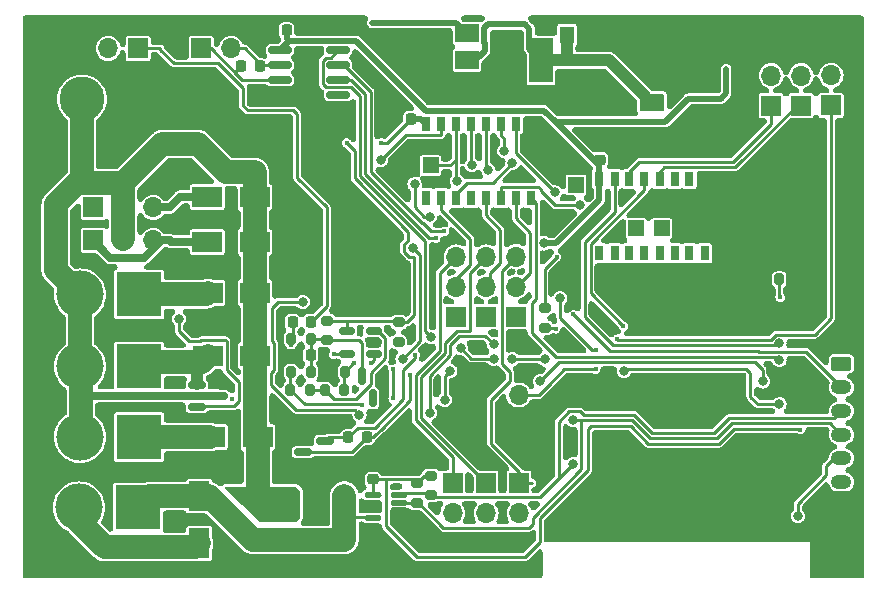
<source format=gbr>
%TF.GenerationSoftware,KiCad,Pcbnew,7.0.11-rc3*%
%TF.CreationDate,2024-12-28T02:26:29+01:00*%
%TF.ProjectId,jf-ecu32.7,6a662d65-6375-4333-922e-372e6b696361,rev?*%
%TF.SameCoordinates,Original*%
%TF.FileFunction,Copper,L2,Bot*%
%TF.FilePolarity,Positive*%
%FSLAX46Y46*%
G04 Gerber Fmt 4.6, Leading zero omitted, Abs format (unit mm)*
G04 Created by KiCad (PCBNEW 7.0.11-rc3) date 2024-12-28 02:26:29*
%MOMM*%
%LPD*%
G01*
G04 APERTURE LIST*
G04 Aperture macros list*
%AMRoundRect*
0 Rectangle with rounded corners*
0 $1 Rounding radius*
0 $2 $3 $4 $5 $6 $7 $8 $9 X,Y pos of 4 corners*
0 Add a 4 corners polygon primitive as box body*
4,1,4,$2,$3,$4,$5,$6,$7,$8,$9,$2,$3,0*
0 Add four circle primitives for the rounded corners*
1,1,$1+$1,$2,$3*
1,1,$1+$1,$4,$5*
1,1,$1+$1,$6,$7*
1,1,$1+$1,$8,$9*
0 Add four rect primitives between the rounded corners*
20,1,$1+$1,$2,$3,$4,$5,0*
20,1,$1+$1,$4,$5,$6,$7,0*
20,1,$1+$1,$6,$7,$8,$9,0*
20,1,$1+$1,$8,$9,$2,$3,0*%
G04 Aperture macros list end*
%TA.AperFunction,NonConductor*%
%ADD10C,0.200000*%
%TD*%
%TA.AperFunction,ComponentPad*%
%ADD11R,1.350000X1.350000*%
%TD*%
%TA.AperFunction,ComponentPad*%
%ADD12R,1.700000X1.700000*%
%TD*%
%TA.AperFunction,ComponentPad*%
%ADD13O,1.700000X1.700000*%
%TD*%
%TA.AperFunction,ComponentPad*%
%ADD14RoundRect,0.250000X-0.625000X0.350000X-0.625000X-0.350000X0.625000X-0.350000X0.625000X0.350000X0*%
%TD*%
%TA.AperFunction,ComponentPad*%
%ADD15O,1.750000X1.200000*%
%TD*%
%TA.AperFunction,ComponentPad*%
%ADD16R,3.800000X3.800000*%
%TD*%
%TA.AperFunction,ComponentPad*%
%ADD17C,4.000000*%
%TD*%
%TA.AperFunction,ComponentPad*%
%ADD18C,3.800000*%
%TD*%
%TA.AperFunction,HeatsinkPad*%
%ADD19C,0.475000*%
%TD*%
%TA.AperFunction,SMDPad,CuDef*%
%ADD20RoundRect,0.200000X0.275000X-0.200000X0.275000X0.200000X-0.275000X0.200000X-0.275000X-0.200000X0*%
%TD*%
%TA.AperFunction,SMDPad,CuDef*%
%ADD21R,2.500000X1.800000*%
%TD*%
%TA.AperFunction,SMDPad,CuDef*%
%ADD22R,1.300000X1.400000*%
%TD*%
%TA.AperFunction,SMDPad,CuDef*%
%ADD23RoundRect,0.150000X0.512500X0.150000X-0.512500X0.150000X-0.512500X-0.150000X0.512500X-0.150000X0*%
%TD*%
%TA.AperFunction,SMDPad,CuDef*%
%ADD24RoundRect,0.150000X-0.150000X0.587500X-0.150000X-0.587500X0.150000X-0.587500X0.150000X0.587500X0*%
%TD*%
%TA.AperFunction,SMDPad,CuDef*%
%ADD25RoundRect,0.150000X-0.825000X-0.150000X0.825000X-0.150000X0.825000X0.150000X-0.825000X0.150000X0*%
%TD*%
%TA.AperFunction,SMDPad,CuDef*%
%ADD26RoundRect,0.225000X0.250000X-0.225000X0.250000X0.225000X-0.250000X0.225000X-0.250000X-0.225000X0*%
%TD*%
%TA.AperFunction,SMDPad,CuDef*%
%ADD27R,1.800000X2.500000*%
%TD*%
%TA.AperFunction,SMDPad,CuDef*%
%ADD28RoundRect,0.225000X0.225000X0.250000X-0.225000X0.250000X-0.225000X-0.250000X0.225000X-0.250000X0*%
%TD*%
%TA.AperFunction,SMDPad,CuDef*%
%ADD29RoundRect,0.200000X0.200000X0.275000X-0.200000X0.275000X-0.200000X-0.275000X0.200000X-0.275000X0*%
%TD*%
%TA.AperFunction,SMDPad,CuDef*%
%ADD30RoundRect,0.150000X-0.587500X-0.150000X0.587500X-0.150000X0.587500X0.150000X-0.587500X0.150000X0*%
%TD*%
%TA.AperFunction,SMDPad,CuDef*%
%ADD31RoundRect,0.200000X-0.275000X0.200000X-0.275000X-0.200000X0.275000X-0.200000X0.275000X0.200000X0*%
%TD*%
%TA.AperFunction,SMDPad,CuDef*%
%ADD32R,0.800000X1.300000*%
%TD*%
%TA.AperFunction,SMDPad,CuDef*%
%ADD33RoundRect,0.200000X-0.200000X-0.275000X0.200000X-0.275000X0.200000X0.275000X-0.200000X0.275000X0*%
%TD*%
%TA.AperFunction,SMDPad,CuDef*%
%ADD34R,2.000000X1.500000*%
%TD*%
%TA.AperFunction,SMDPad,CuDef*%
%ADD35R,2.000000X3.800000*%
%TD*%
%TA.AperFunction,SMDPad,CuDef*%
%ADD36RoundRect,0.125000X-0.537500X-0.125000X0.537500X-0.125000X0.537500X0.125000X-0.537500X0.125000X0*%
%TD*%
%TA.AperFunction,SMDPad,CuDef*%
%ADD37RoundRect,0.225000X-0.225000X-0.250000X0.225000X-0.250000X0.225000X0.250000X-0.225000X0.250000X0*%
%TD*%
%TA.AperFunction,ViaPad*%
%ADD38C,0.400000*%
%TD*%
%TA.AperFunction,ViaPad*%
%ADD39C,0.800000*%
%TD*%
%TA.AperFunction,Conductor*%
%ADD40C,1.000000*%
%TD*%
%TA.AperFunction,Conductor*%
%ADD41C,0.250000*%
%TD*%
%TA.AperFunction,Conductor*%
%ADD42C,0.500000*%
%TD*%
%TA.AperFunction,Conductor*%
%ADD43C,2.000000*%
%TD*%
%TA.AperFunction,Conductor*%
%ADD44C,0.700000*%
%TD*%
%TA.AperFunction,Conductor*%
%ADD45C,1.699800*%
%TD*%
G04 APERTURE END LIST*
D10*
X65151000Y-157099000D02*
X67056000Y-157099000D01*
X67056000Y-158369000D01*
X65151000Y-158369000D01*
X65151000Y-157099000D01*
%TA.AperFunction,NonConductor*%
G36*
X65151000Y-157099000D02*
G01*
X67056000Y-157099000D01*
X67056000Y-158369000D01*
X65151000Y-158369000D01*
X65151000Y-157099000D01*
G37*
%TD.AperFunction*%
D11*
%TO.P,TDI1,1,Pin_1*%
%TO.N,PWM_KERO_3.3*%
X47371000Y-163068000D03*
%TD*%
D12*
%TO.P,J16,1,Pin_1*%
%TO.N,P2_MOSFET*%
X54610000Y-175880000D03*
D13*
%TO.P,J16,2,Pin_2*%
%TO.N,PPM_PWM_PUMP2*%
X54610000Y-173340000D03*
%TO.P,J16,3,Pin_3*%
%TO.N,P2_OUTPUT*%
X54610000Y-170800000D03*
%TD*%
D12*
%TO.P,J18,1,Pin_1*%
%TO.N,P2_OUTPUT*%
X54860000Y-189970000D03*
D13*
%TO.P,J18,2,Pin_2*%
%TO.N,unconnected-(J18-Pin_2-Pad2)*%
X54860000Y-192510000D03*
%TO.P,J18,3,Pin_3*%
%TO.N,GND*%
X54860000Y-195050000D03*
%TD*%
D12*
%TO.P,J7,1,Pin_1*%
%TO.N,Net-(D7-A)*%
X18811000Y-166624000D03*
D13*
%TO.P,J7,2,Pin_2*%
%TO.N,+BATT*%
X21351000Y-166624000D03*
%TO.P,J7,3,Pin_3*%
%TO.N,Net-(D7-A)*%
X23891000Y-166624000D03*
%TD*%
D14*
%TO.P,J21,1,Pin_1*%
%TO.N,3.3V*%
X82150000Y-179870000D03*
D15*
%TO.P,J21,2,Pin_2*%
%TO.N,OneWire*%
X82150000Y-181870000D03*
%TO.P,J21,3,Pin_3*%
%TO.N,ESP_SCL*%
X82150000Y-183870000D03*
%TO.P,J21,4,Pin_4*%
%TO.N,ESP_SDA*%
X82150000Y-185870000D03*
%TO.P,J21,5,Pin_5*%
%TO.N,RX*%
X82150000Y-187870000D03*
%TO.P,J21,6,Pin_6*%
%TO.N,TX*%
X82150000Y-189870000D03*
%TO.P,J21,7,Pin_7*%
%TO.N,GND*%
X82150000Y-191870000D03*
%TD*%
D12*
%TO.P,J4,1,Pin_1*%
%TO.N,ST_OUTPUT*%
X49246600Y-189970000D03*
D13*
%TO.P,J4,2,Pin_2*%
%TO.N,unconnected-(J4-Pin_2-Pad2)*%
X49246600Y-192510000D03*
%TO.P,J4,3,Pin_3*%
%TO.N,GND*%
X49246600Y-195050000D03*
%TD*%
D12*
%TO.P,J15,1,Pin_1*%
%TO.N,P1_OUTPUT*%
X52066000Y-189970000D03*
D13*
%TO.P,J15,2,Pin_2*%
%TO.N,unconnected-(J15-Pin_2-Pad2)*%
X52066000Y-192510000D03*
%TO.P,J15,3,Pin_3*%
%TO.N,GND*%
X52066000Y-195050000D03*
%TD*%
D12*
%TO.P,J10,1,Pin_1*%
%TO.N,Net-(J10-Pin_1)*%
X27940000Y-153162000D03*
D13*
%TO.P,J10,2,Pin_2*%
%TO.N,Net-(J10-Pin_2)*%
X30480000Y-153162000D03*
%TD*%
D12*
%TO.P,J19,1,Pin_1*%
%TO.N,GND*%
X54830000Y-185050000D03*
D13*
%TO.P,J19,2,Pin_2*%
%TO.N,IO0*%
X54830000Y-182510000D03*
%TD*%
D16*
%TO.P,J9,1,Pin_1*%
%TO.N,Net-(D3-A)*%
X22693000Y-180086000D03*
D17*
%TO.P,J9,2,Pin_2*%
%TO.N,+BATT*%
X17693000Y-180086000D03*
%TD*%
D11*
%TO.P,GND1,1,Pin_1*%
%TO.N,GND*%
X69088000Y-168402000D03*
%TD*%
D12*
%TO.P,J6,1,Pin_1*%
%TO.N,Net-(D9-A)*%
X18811000Y-169418000D03*
D13*
%TO.P,J6,2,Pin_2*%
%TO.N,+BATT*%
X21351000Y-169418000D03*
%TO.P,J6,3,Pin_3*%
%TO.N,Net-(D9-A)*%
X23891000Y-169418000D03*
%TD*%
D11*
%TO.P,TMS1,1,Pin_1*%
%TO.N,PWM_KEROSTART_3.3*%
X59690000Y-164719000D03*
%TD*%
%TO.P,TCK1,1,Pin_1*%
%TO.N,TCK*%
X66929000Y-168402000D03*
%TD*%
D12*
%TO.P,J3,1,Pin_1*%
%TO.N,ST_MOSFET*%
X49530000Y-175895000D03*
D13*
%TO.P,J3,2,Pin_2*%
%TO.N,PPM_PWM_STARTER*%
X49530000Y-173355000D03*
%TO.P,J3,3,Pin_3*%
%TO.N,ST_OUTPUT*%
X49530000Y-170815000D03*
%TD*%
D16*
%TO.P,J8,1,Pin_1*%
%TO.N,GND*%
X22860000Y-157480000D03*
D18*
%TO.P,J8,2,Pin_2*%
%TO.N,+BATT*%
X17860000Y-157480000D03*
%TD*%
D19*
%TO.P,U1,39,GND*%
%TO.N,GND*%
X70365000Y-184327500D03*
X70365000Y-182802500D03*
X69602500Y-185090000D03*
X69602500Y-183565000D03*
X69602500Y-182040000D03*
X68840000Y-184327500D03*
X68840000Y-182802500D03*
X68077500Y-185090000D03*
X68077500Y-183565000D03*
X68077500Y-182040000D03*
X67315000Y-184327500D03*
X67315000Y-182802500D03*
%TD*%
D12*
%TO.P,J1,1,Pin_1*%
%TO.N,PPM_GAZ_5V*%
X76200000Y-158003000D03*
D13*
%TO.P,J1,2,Pin_2*%
%TO.N,VDC*%
X76200000Y-155463000D03*
%TO.P,J1,3,Pin_3*%
%TO.N,GND*%
X76200000Y-152923000D03*
%TD*%
D16*
%TO.P,J17,1,Pin_1*%
%TO.N,Net-(D15-A)*%
X22693000Y-173990000D03*
D17*
%TO.P,J17,2,Pin_2*%
%TO.N,+BATT*%
X17693000Y-173990000D03*
%TD*%
D16*
%TO.P,J5,1,Pin_1*%
%TO.N,Net-(D10-A)*%
X22606000Y-192024000D03*
D17*
%TO.P,J5,2,Pin_2*%
%TO.N,Net-(D10-K)*%
X17606000Y-192024000D03*
%TD*%
D12*
%TO.P,J12,1,Pin_1*%
%TO.N,TX2*%
X81280000Y-157988000D03*
D13*
%TO.P,J12,2,Pin_2*%
%TO.N,unconnected-(J12-Pin_2-Pad2)*%
X81280000Y-155448000D03*
%TO.P,J12,3,Pin_3*%
%TO.N,GND*%
X81280000Y-152908000D03*
%TD*%
D12*
%TO.P,J13,1,Pin_1*%
%TO.N,P1_MOSFET*%
X52070000Y-175895000D03*
D13*
%TO.P,J13,2,Pin_2*%
%TO.N,PPM_PWM_PUMP1*%
X52070000Y-173355000D03*
%TO.P,J13,3,Pin_3*%
%TO.N,P1_OUTPUT*%
X52070000Y-170815000D03*
%TD*%
D12*
%TO.P,J2,1,Pin_1*%
%TO.N,AUX_5V*%
X78740000Y-158003000D03*
D13*
%TO.P,J2,2,Pin_2*%
%TO.N,unconnected-(J2-Pin_2-Pad2)*%
X78740000Y-155463000D03*
%TO.P,J2,3,Pin_3*%
%TO.N,GND*%
X78740000Y-152923000D03*
%TD*%
D12*
%TO.P,J11,1,Pin_1*%
%TO.N,RPM*%
X22606000Y-153162000D03*
D13*
%TO.P,J11,2,Pin_2*%
%TO.N,+5V*%
X20066000Y-153162000D03*
%TO.P,J11,3,Pin_3*%
%TO.N,GND*%
X17526000Y-153162000D03*
%TD*%
D11*
%TO.P,TDO1,1,Pin_1*%
%TO.N,TDO*%
X64770000Y-168402000D03*
%TD*%
D16*
%TO.P,J14,1,Pin_1*%
%TO.N,Net-(D13-A)*%
X22693000Y-186055000D03*
D17*
%TO.P,J14,2,Pin_2*%
%TO.N,+BATT*%
X17693000Y-186055000D03*
%TD*%
D20*
%TO.P,R23,1*%
%TO.N,ESP_SDA*%
X46190000Y-191650000D03*
%TO.P,R23,2*%
%TO.N,3.3V*%
X46190000Y-190000000D03*
%TD*%
D21*
%TO.P,D9,1,K*%
%TO.N,+BATT*%
X32480000Y-169545000D03*
%TO.P,D9,2,A*%
%TO.N,Net-(D9-A)*%
X28480000Y-169545000D03*
%TD*%
D22*
%TO.P,D1,1,A1*%
%TO.N,+5V*%
X58928000Y-152019000D03*
%TO.P,D1,2,A2*%
%TO.N,GND*%
X61828000Y-152019000D03*
%TD*%
D23*
%TO.P,U7,1*%
%TO.N,Net-(R18-Pad2)*%
X42545000Y-177104000D03*
%TO.P,U7,2,V-*%
%TO.N,GND*%
X42545000Y-178054000D03*
%TO.P,U7,3,+*%
%TO.N,Net-(U7-+)*%
X42545000Y-179004000D03*
%TO.P,U7,4,-*%
%TO.N,Net-(U7--)*%
X40270000Y-179004000D03*
%TO.P,U7,5,V+*%
%TO.N,+5V*%
X40270000Y-177104000D03*
%TD*%
D24*
%TO.P,U8,1,K*%
%TO.N,+2V5*%
X41545000Y-180914000D03*
%TO.P,U8,2,A*%
%TO.N,GND*%
X43445000Y-180914000D03*
%TO.P,U8,3*%
%TO.N,N/C*%
X42495000Y-182789000D03*
%TD*%
D25*
%TO.P,U3,1,GND*%
%TO.N,GND*%
X34609000Y-157099000D03*
%TO.P,U3,2,T-*%
%TO.N,Net-(J10-Pin_1)*%
X34609000Y-155829000D03*
%TO.P,U3,3,T+*%
%TO.N,Net-(J10-Pin_2)*%
X34609000Y-154559000D03*
%TO.P,U3,4,VCC*%
%TO.N,3.3V*%
X34609000Y-153289000D03*
%TO.P,U3,5,SCK*%
%TO.N,CLK*%
X39559000Y-153289000D03*
%TO.P,U3,6,~{CS}*%
%TO.N,CS*%
X39559000Y-154559000D03*
%TO.P,U3,7,SO*%
%TO.N,MISO*%
X39559000Y-155829000D03*
%TO.P,U3,8*%
%TO.N,N/C*%
X39559000Y-157099000D03*
%TD*%
D26*
%TO.P,C2,1*%
%TO.N,3.3V*%
X42460000Y-189660000D03*
%TO.P,C2,2*%
%TO.N,GND*%
X42460000Y-188110000D03*
%TD*%
D27*
%TO.P,D10,1,K*%
%TO.N,Net-(D10-K)*%
X27780000Y-195080000D03*
%TO.P,D10,2,A*%
%TO.N,Net-(D10-A)*%
X27780000Y-191080000D03*
%TD*%
D28*
%TO.P,C5,1*%
%TO.N,+5V*%
X45720000Y-159131000D03*
%TO.P,C5,2*%
%TO.N,GND*%
X44170000Y-159131000D03*
%TD*%
D29*
%TO.P,R16,1*%
%TO.N,GND*%
X78549000Y-172720000D03*
%TO.P,R16,2*%
%TO.N,PWM_KERO_3.3*%
X76899000Y-172720000D03*
%TD*%
D30*
%TO.P,Q7,1,G*%
%TO.N,ST_MOSFET*%
X36545000Y-187360000D03*
%TO.P,Q7,2,S*%
%TO.N,GND*%
X36545000Y-185460000D03*
%TO.P,Q7,3,D*%
%TO.N,BR_MOSFET*%
X38420000Y-186410000D03*
%TD*%
D26*
%TO.P,C6,1*%
%TO.N,3.3V*%
X61722000Y-162573000D03*
%TO.P,C6,2*%
%TO.N,GND*%
X61722000Y-161023000D03*
%TD*%
D28*
%TO.P,C10,1*%
%TO.N,Net-(J10-Pin_2)*%
X32906000Y-154686000D03*
%TO.P,C10,2*%
%TO.N,Net-(J10-Pin_1)*%
X31356000Y-154686000D03*
%TD*%
%TO.P,C4,1*%
%TO.N,RPM*%
X37235000Y-176342000D03*
%TO.P,C4,2*%
%TO.N,Net-(U7--)*%
X35685000Y-176342000D03*
%TD*%
D29*
%TO.P,R17,1*%
%TO.N,+2V5*%
X37222000Y-177739000D03*
%TO.P,R17,2*%
%TO.N,Net-(U7--)*%
X35572000Y-177739000D03*
%TD*%
D21*
%TO.P,D15,1,K*%
%TO.N,+BATT*%
X32512000Y-173863000D03*
%TO.P,D15,2,A*%
%TO.N,Net-(D15-A)*%
X28512000Y-173863000D03*
%TD*%
D31*
%TO.P,R22,1*%
%TO.N,+5V*%
X38619000Y-176215000D03*
%TO.P,R22,2*%
%TO.N,+2V5*%
X38619000Y-177865000D03*
%TD*%
D29*
%TO.P,R20,1*%
%TO.N,+2V5*%
X37222000Y-180533000D03*
%TO.P,R20,2*%
%TO.N,Net-(U7-+)*%
X35572000Y-180533000D03*
%TD*%
D31*
%TO.P,R24,1*%
%TO.N,+5V*%
X44660000Y-176360000D03*
%TO.P,R24,2*%
%TO.N,BR_MOSFET*%
X44660000Y-178010000D03*
%TD*%
D21*
%TO.P,D13,1,K*%
%TO.N,+BATT*%
X32734000Y-186055000D03*
%TO.P,D13,2,A*%
%TO.N,Net-(D13-A)*%
X28734000Y-186055000D03*
%TD*%
D20*
%TO.P,R6,1*%
%TO.N,ESP_SCL*%
X47400000Y-190990000D03*
%TO.P,R6,2*%
%TO.N,3.3V*%
X47400000Y-189340000D03*
%TD*%
%TO.P,R14,1*%
%TO.N,Net-(U1-IO16)*%
X57023000Y-176808400D03*
%TO.P,R14,2*%
%TO.N,3.3V*%
X57023000Y-175158400D03*
%TD*%
D32*
%TO.P,U2,1,VCC*%
%TO.N,3.3V*%
X61666200Y-164210600D03*
%TO.P,U2,2*%
%TO.N,PPM_GAZ*%
X62946200Y-164210600D03*
%TO.P,U2,3*%
%TO.N,PPM_GAZ_5V*%
X64206200Y-164210600D03*
%TO.P,U2,4*%
%TO.N,AUX*%
X65476200Y-164210600D03*
%TO.P,U2,5*%
%TO.N,AUX_5V*%
X66756200Y-164210600D03*
%TO.P,U2,6*%
%TO.N,unconnected-(U2-Pad6)*%
X68026200Y-164210600D03*
%TO.P,U2,7*%
%TO.N,unconnected-(U2-Pad7)*%
X69286200Y-164210600D03*
%TO.P,U2,8,VSS*%
%TO.N,GND*%
X70566200Y-164210600D03*
%TO.P,U2,9*%
%TO.N,unconnected-(U2-Pad9)*%
X70566200Y-170510600D03*
%TO.P,U2,10*%
%TO.N,unconnected-(U2-Pad10)*%
X69286200Y-170510600D03*
%TO.P,U2,11*%
%TO.N,unconnected-(U2-Pad11)*%
X68026200Y-170510600D03*
%TO.P,U2,12*%
%TO.N,unconnected-(U2-Pad12)*%
X66756200Y-170510600D03*
%TO.P,U2,13*%
%TO.N,N/C*%
X65476200Y-170510600D03*
%TO.P,U2,14*%
%TO.N,unconnected-(U2-Pad14)*%
X64206200Y-170510600D03*
%TO.P,U2,15*%
%TO.N,unconnected-(U2-Pad15)*%
X62946200Y-170510600D03*
%TO.P,U2,16*%
%TO.N,N/C*%
X61666200Y-170510600D03*
%TD*%
D21*
%TO.P,D7,1,K*%
%TO.N,+BATT*%
X32480000Y-165735000D03*
%TO.P,D7,2,A*%
%TO.N,Net-(D7-A)*%
X28480000Y-165735000D03*
%TD*%
D32*
%TO.P,U5,1,VCC*%
%TO.N,+5V*%
X46959600Y-159537000D03*
%TO.P,U5,2*%
%TO.N,PWM_KERO*%
X48239600Y-159537000D03*
%TO.P,U5,3*%
%TO.N,PWM_KERO_3.3*%
X49499600Y-159537000D03*
%TO.P,U5,4*%
%TO.N,PWM_GLOW*%
X50769600Y-159537000D03*
%TO.P,U5,5*%
%TO.N,PWM_GLOW_3.3*%
X52049600Y-159537000D03*
%TO.P,U5,6*%
%TO.N,PWM_KEROSTART*%
X53319600Y-159537000D03*
%TO.P,U5,7*%
%TO.N,PWM_KEROSTART_3.3*%
X54579600Y-159537000D03*
%TO.P,U5,8,VSS*%
%TO.N,GND*%
X55859600Y-159537000D03*
%TO.P,U5,9*%
%TO.N,PPM_PWM_PUMP2_3.3*%
X55859600Y-165837000D03*
%TO.P,U5,10*%
%TO.N,PPM_PWM_PUMP2*%
X54579600Y-165837000D03*
%TO.P,U5,11*%
%TO.N,PPM_PWM_PUMP1_3.3*%
X53319600Y-165837000D03*
%TO.P,U5,12*%
%TO.N,PPM_PWM_PUMP1*%
X52049600Y-165837000D03*
%TO.P,U5,13*%
%TO.N,N/C*%
X50769600Y-165837000D03*
%TO.P,U5,14*%
%TO.N,PPM_STARTER_3.3*%
X49499600Y-165837000D03*
%TO.P,U5,15*%
%TO.N,PPM_PWM_STARTER*%
X48239600Y-165837000D03*
%TO.P,U5,16*%
%TO.N,N/C*%
X46959600Y-165837000D03*
%TD*%
D33*
%TO.P,R21,1*%
%TO.N,Net-(U7-+)*%
X35508000Y-182057000D03*
%TO.P,R21,2*%
%TO.N,Net-(R18-Pad2)*%
X37158000Y-182057000D03*
%TD*%
D29*
%TO.P,R18,1*%
%TO.N,RPM-2*%
X40079000Y-182057000D03*
%TO.P,R18,2*%
%TO.N,Net-(R18-Pad2)*%
X38429000Y-182057000D03*
%TD*%
D28*
%TO.P,C12,1*%
%TO.N,+2V5*%
X37222000Y-179136000D03*
%TO.P,C12,2*%
%TO.N,GND*%
X35672000Y-179136000D03*
%TD*%
D34*
%TO.P,U6,1,GND*%
%TO.N,GND*%
X50444000Y-156478000D03*
%TO.P,U6,2,VO*%
%TO.N,+5V*%
X50444000Y-154178000D03*
D35*
X56744000Y-154178000D03*
D34*
%TO.P,U6,3,VI*%
%TO.N,+BATT*%
X50444000Y-151878000D03*
%TD*%
D28*
%TO.P,C11,1*%
%TO.N,3.3V*%
X35179000Y-151638000D03*
%TO.P,C11,2*%
%TO.N,GND*%
X33629000Y-151638000D03*
%TD*%
D33*
%TO.P,R19,1*%
%TO.N,GND*%
X38492000Y-180533000D03*
%TO.P,R19,2*%
%TO.N,RPM-2*%
X40142000Y-180533000D03*
%TD*%
D21*
%TO.P,D3,1,K*%
%TO.N,+BATT*%
X32520000Y-179197000D03*
%TO.P,D3,2,A*%
%TO.N,Net-(D3-A)*%
X28520000Y-179197000D03*
%TD*%
D36*
%TO.P,U9,1,IN+*%
%TO.N,Net-(D10-A)*%
X42460000Y-192930000D03*
%TO.P,U9,2,IN-*%
%TO.N,GND*%
X42460000Y-192280000D03*
%TO.P,U9,3,GND*%
X42460000Y-191630000D03*
%TO.P,U9,4,VS*%
%TO.N,3.3V*%
X42460000Y-190980000D03*
%TO.P,U9,5,SCL*%
%TO.N,ESP_SCL*%
X44735000Y-190980000D03*
%TO.P,U9,6,SDA*%
%TO.N,ESP_SDA*%
X44735000Y-191630000D03*
%TO.P,U9,7,A0*%
%TO.N,GND*%
X44735000Y-192280000D03*
%TO.P,U9,8,A1*%
X44735000Y-192930000D03*
%TD*%
D30*
%TO.P,Q8,1,G*%
%TO.N,BR_MOSFET*%
X27575000Y-183540000D03*
%TO.P,Q8,2,S*%
%TO.N,Net-(D3-A)*%
X27575000Y-181640000D03*
%TO.P,Q8,3,D*%
%TO.N,+BATT*%
X29450000Y-182590000D03*
%TD*%
D37*
%TO.P,C13,1*%
%TO.N,BR_MOSFET*%
X40420000Y-186100000D03*
%TO.P,C13,2*%
%TO.N,ST_MOSFET*%
X41970000Y-186100000D03*
%TD*%
D38*
%TO.N,+5V*%
X46990000Y-159512000D03*
X66802000Y-157353000D03*
X65532000Y-158115000D03*
X66167000Y-157353000D03*
X40259000Y-161163000D03*
X50444000Y-154178000D03*
X66167000Y-158115000D03*
X43180000Y-161163000D03*
X66802000Y-158115000D03*
X65532000Y-157353000D03*
%TO.N,Net-(U7--)*%
X35572000Y-178258000D03*
X39173769Y-179063769D03*
D39*
%TO.N,PPM_PWM_PUMP2_3.3*%
X76910000Y-179569173D03*
%TO.N,PPM_PWM_PUMP1_3.3*%
X60019600Y-166445000D03*
%TO.N,PWM_KERO_3.3*%
X49619100Y-164365200D03*
D38*
X76962000Y-174244000D03*
D39*
%TO.N,PWM_KEROSTART_3.3*%
X57905500Y-165356800D03*
%TO.N,PWM_GLOW_3.3*%
X52266700Y-163481800D03*
%TO.N,PPM_STARTER_3.3*%
X54302700Y-162879000D03*
%TO.N,PWM_GLOW*%
X47290000Y-167430000D03*
X48570000Y-182920000D03*
X49040000Y-180470000D03*
X50855000Y-163053700D03*
X46010000Y-164652700D03*
X45859751Y-170060250D03*
X45000000Y-179420000D03*
%TO.N,PWM_KEROSTART*%
X53610300Y-161841500D03*
%TO.N,PWM_KERO*%
X43142600Y-162625300D03*
D38*
%TO.N,Net-(D10-A)*%
X40067500Y-193892500D03*
X40067500Y-190990000D03*
X40067500Y-194780000D03*
X40067500Y-192792500D03*
X40067500Y-192132500D03*
X40067500Y-191542500D03*
X40067500Y-193392500D03*
%TO.N,+BATT*%
X30560000Y-190560000D03*
X42433000Y-150988000D03*
X34460000Y-191810000D03*
X34460000Y-192840000D03*
X32734000Y-190764000D03*
X35130000Y-191160000D03*
X33230000Y-191970000D03*
X32220000Y-192050000D03*
X34270000Y-190570000D03*
X35930000Y-192910000D03*
X34050000Y-191220000D03*
X35770000Y-190630000D03*
X33850000Y-192290000D03*
X31370000Y-191130000D03*
X35180000Y-192290000D03*
X35850000Y-191800000D03*
X33220000Y-192920000D03*
%TO.N,ST_MOSFET*%
X45589630Y-180782587D03*
D39*
%TO.N,ESP_SCL*%
X59410000Y-188365000D03*
%TO.N,PPM_GAZ*%
X76910000Y-178119173D03*
%TO.N,AUX*%
X76910000Y-183285000D03*
D38*
X63699500Y-176681800D03*
D39*
X63754000Y-180482000D03*
%TO.N,CLK*%
X52710500Y-179430000D03*
X47408500Y-177583500D03*
X47408500Y-177583500D03*
X49950000Y-178550000D03*
X54300000Y-179470000D03*
X57027600Y-179475301D03*
D38*
%TO.N,MISO*%
X47804200Y-169238800D03*
%TO.N,CS*%
X48514000Y-168656000D03*
%TO.N,TX2*%
X63174500Y-177773100D03*
D39*
%TO.N,ESP_SDA*%
X59410000Y-184621000D03*
D38*
%TO.N,Net-(U1-IO16)*%
X57949000Y-176905400D03*
D39*
%TO.N,3.3V*%
X56999000Y-169672000D03*
D38*
X72390000Y-156972000D03*
X72390000Y-154940000D03*
X78678700Y-185440000D03*
X58039000Y-170815000D03*
%TO.N,Net-(U7-+)*%
X44196000Y-182763500D03*
X41522500Y-183388000D03*
X44196000Y-180340000D03*
X42291000Y-179832000D03*
%TO.N,RPM-2*%
X40894000Y-179832000D03*
D39*
X56642000Y-181356000D03*
X75483481Y-181357403D03*
%TO.N,P2_MOSFET*%
X41344589Y-184167045D03*
X47288600Y-184030000D03*
X36550000Y-174618000D03*
X52710500Y-178218482D03*
D38*
%TO.N,BR_MOSFET*%
X46081232Y-179081232D03*
D39*
X26060000Y-176050000D03*
D38*
X44660000Y-178010000D03*
D39*
%TO.N,RX*%
X78464023Y-192770000D03*
%TO.N,IO0*%
X58353500Y-174325600D03*
D38*
X61341000Y-180340000D03*
X61341000Y-178660600D03*
%TO.N,GND*%
X56340000Y-160400000D03*
X78550000Y-160970000D03*
X74422000Y-175514000D03*
X44490000Y-188430000D03*
X74168000Y-166878000D03*
X30300000Y-160430000D03*
X38380000Y-188200000D03*
X36300000Y-196980000D03*
X71882000Y-176530000D03*
X16002000Y-162144003D03*
X46930000Y-193100000D03*
X72136000Y-182372000D03*
X16002000Y-162814000D03*
X33274000Y-156718000D03*
X43200000Y-159580000D03*
X62484000Y-180594000D03*
X68110000Y-156590000D03*
X39624000Y-175260000D03*
X71960000Y-189120000D03*
X26066000Y-158472000D03*
X75530000Y-189020000D03*
X82990000Y-196860000D03*
X42070000Y-186890000D03*
X36322000Y-157988000D03*
X44770000Y-174850000D03*
X44880000Y-157980000D03*
X16002000Y-161544000D03*
X27590000Y-158980000D03*
X25790000Y-156580000D03*
X72898000Y-186944000D03*
X69380000Y-155930000D03*
X27082000Y-158980000D03*
X73914000Y-176022000D03*
X71374000Y-175768000D03*
X30590000Y-182820000D03*
X14097000Y-189992000D03*
X59690000Y-194564000D03*
X80010000Y-164592000D03*
X43300000Y-156830000D03*
X60690000Y-160400000D03*
X14478000Y-159858003D03*
X13600000Y-196340000D03*
X34750000Y-179550000D03*
X64008000Y-171704000D03*
X83100000Y-155920000D03*
X43434000Y-180594000D03*
X14097000Y-151384000D03*
X62738000Y-182118000D03*
X80264000Y-172212000D03*
X26066000Y-158980000D03*
X26580000Y-157280000D03*
X72263000Y-194310000D03*
X29410000Y-156200000D03*
X73152000Y-174498000D03*
X24340000Y-155120000D03*
X33920000Y-160720000D03*
X13716000Y-167513000D03*
X16770000Y-154520000D03*
X53490000Y-157180000D03*
X14478000Y-156464000D03*
X18550000Y-196380000D03*
X80360000Y-193880000D03*
X36830000Y-161036000D03*
X13716000Y-159258000D03*
X25860000Y-181550000D03*
X71628000Y-164338000D03*
X18390000Y-151960000D03*
X25270000Y-155980000D03*
X39116000Y-165862000D03*
X56600000Y-159530000D03*
X30988000Y-158940000D03*
X65278000Y-175768000D03*
X56642000Y-186563000D03*
X48690000Y-161190000D03*
X62484000Y-183388000D03*
X43760000Y-186910000D03*
X46560000Y-197270000D03*
X32766000Y-156718000D03*
X75540000Y-163780000D03*
X39230000Y-197110000D03*
X37130000Y-162690000D03*
X37520000Y-153580000D03*
X14478000Y-157664006D03*
X41275000Y-154178000D03*
X36970000Y-192950000D03*
X69596000Y-175260000D03*
X14478000Y-157064003D03*
X41880000Y-194000000D03*
X32050000Y-161130000D03*
X77300000Y-163730000D03*
X60198000Y-168656000D03*
X64008000Y-186182000D03*
X15240000Y-157064003D03*
X53213000Y-152400000D03*
X32258000Y-157226000D03*
X37338000Y-167132000D03*
X20066000Y-177038000D03*
X24780000Y-152700000D03*
X44570000Y-162620000D03*
X43790000Y-163660000D03*
X76073000Y-168148000D03*
X57800000Y-157200000D03*
X68072000Y-175768000D03*
X15240000Y-162814000D03*
X67564000Y-161290000D03*
X50060000Y-186430000D03*
X35052000Y-173482000D03*
X61214000Y-167767000D03*
X60706000Y-181102000D03*
X83600000Y-180950000D03*
X49930000Y-182630000D03*
X21920000Y-197240000D03*
X44300000Y-168940000D03*
X67056000Y-181102000D03*
X71628000Y-174752000D03*
X73914000Y-173228000D03*
X65786000Y-160274000D03*
X74422000Y-153416000D03*
X55880000Y-159766000D03*
X51610000Y-182590000D03*
X79690000Y-185440000D03*
X34798000Y-164338000D03*
X72390000Y-175260000D03*
X57912000Y-177800000D03*
X35780000Y-167000000D03*
X22860000Y-154686000D03*
X29530000Y-158900000D03*
X23368000Y-154686000D03*
X14478000Y-160528000D03*
X75184000Y-174244000D03*
X15240000Y-161544000D03*
X65405000Y-174498000D03*
X64516000Y-167132000D03*
X82860000Y-159740000D03*
X32258000Y-156718000D03*
X58660000Y-155480000D03*
X41250000Y-197110000D03*
X69620000Y-191240000D03*
X34110000Y-182870000D03*
X71630000Y-191170000D03*
X39340000Y-179850000D03*
X57010000Y-184990000D03*
X36830000Y-160274000D03*
X78486000Y-178054000D03*
X70380000Y-155500000D03*
X70358000Y-169164000D03*
X57000000Y-161010000D03*
X20574000Y-154940000D03*
X78994000Y-163576000D03*
X64950000Y-188390000D03*
X26200000Y-152640000D03*
X67056000Y-171704000D03*
X70104000Y-161290000D03*
X25830000Y-183940000D03*
X70820000Y-156420000D03*
X61722000Y-186182000D03*
X31920000Y-160400000D03*
X62484000Y-169164000D03*
X39400000Y-158540000D03*
X41402000Y-173228000D03*
X44620000Y-164380000D03*
X69850000Y-159004000D03*
X69596000Y-171704000D03*
X73406000Y-181102000D03*
X73140000Y-165610000D03*
X30734000Y-161036000D03*
X44790000Y-172860000D03*
X64262000Y-175006000D03*
X62357000Y-194183000D03*
X60706000Y-168275000D03*
X15240000Y-157664006D03*
X19812000Y-154940000D03*
X39180000Y-160690000D03*
X45660000Y-162620000D03*
X32258000Y-157734000D03*
X78410000Y-170560000D03*
X35120000Y-165170000D03*
X66294000Y-175006000D03*
X37860000Y-196950000D03*
X42926000Y-152781000D03*
X36629000Y-184282000D03*
X47230000Y-194230000D03*
X44010000Y-185840000D03*
X54610000Y-152400000D03*
X27590000Y-158472000D03*
X70358000Y-176276000D03*
X25654000Y-188468000D03*
X30520000Y-196980000D03*
X39624000Y-170942000D03*
X44310000Y-196170000D03*
X74390000Y-165650000D03*
X22479000Y-155067000D03*
X59436000Y-170815000D03*
X52160000Y-188160000D03*
X20300000Y-159220000D03*
X72136000Y-161544000D03*
X60940000Y-190370000D03*
X41500000Y-196190000D03*
X37780000Y-157650000D03*
X47371000Y-154178000D03*
X40300000Y-159310000D03*
X70220000Y-160530000D03*
X74168000Y-183642000D03*
X41950000Y-184690000D03*
X70780000Y-154590000D03*
X53430000Y-184160000D03*
X42070000Y-195360000D03*
X41210000Y-175260000D03*
X53848000Y-154559000D03*
X36400000Y-153670000D03*
X25610000Y-157850000D03*
X83500000Y-169600000D03*
X56642000Y-188722000D03*
X75540000Y-162240000D03*
X73152000Y-176276000D03*
X35780000Y-165810000D03*
X63250000Y-150920000D03*
X43800000Y-195120000D03*
X73406000Y-160274000D03*
X17790000Y-154560000D03*
X57550000Y-161700000D03*
X64516000Y-161544000D03*
X65278000Y-183642000D03*
X21844000Y-155067000D03*
X74676000Y-173482000D03*
X15240000Y-156464000D03*
X16310000Y-197120000D03*
X47498000Y-175006000D03*
X22098000Y-154686000D03*
X73660000Y-152146000D03*
X50650000Y-197170000D03*
X38470000Y-180530000D03*
X42799000Y-178054000D03*
X42418000Y-170942000D03*
X42380000Y-191970000D03*
X27082000Y-158472000D03*
X32700000Y-161110000D03*
X23749000Y-155067000D03*
X32766000Y-157734000D03*
X15240000Y-162144003D03*
X36830000Y-156972000D03*
X65532000Y-171704000D03*
X79756000Y-169672000D03*
X20066000Y-188468000D03*
X67056000Y-174498000D03*
X32710000Y-160420000D03*
X46990000Y-178562000D03*
X57658000Y-160528000D03*
X65278000Y-182118000D03*
X31060000Y-160400000D03*
X72900000Y-158960000D03*
X57658000Y-182372000D03*
X72390000Y-151638000D03*
X79150000Y-168100000D03*
X35052000Y-169610000D03*
X55118000Y-178816000D03*
X40290000Y-158210000D03*
X83300000Y-163800000D03*
X14097000Y-178435000D03*
X75700000Y-165270000D03*
X43020000Y-197110000D03*
X35306000Y-186563000D03*
X55560000Y-160800000D03*
X83010000Y-151090000D03*
X47090000Y-195240000D03*
X73810000Y-164210000D03*
X78860000Y-162360000D03*
X47430000Y-157330000D03*
X43434000Y-183388000D03*
X61722000Y-167132000D03*
X32100000Y-197020000D03*
X44950000Y-197090000D03*
X76890000Y-160910000D03*
X55880000Y-159258000D03*
X36890000Y-156000000D03*
X68326000Y-171704000D03*
X37846000Y-172720000D03*
X24270000Y-197240000D03*
X34780000Y-175370000D03*
X70612000Y-175260000D03*
X26040000Y-197200000D03*
X16110000Y-195340000D03*
X18580000Y-154580000D03*
X23114000Y-155067000D03*
X14224000Y-184531000D03*
X33274000Y-157734000D03*
X14097000Y-172720000D03*
X64120000Y-153480000D03*
X81140000Y-177960000D03*
X54991000Y-154559000D03*
X78450000Y-165570000D03*
X54991000Y-153797000D03*
X66167000Y-194169705D03*
X44930000Y-193520000D03*
X31400000Y-161100000D03*
X51054000Y-167386000D03*
X73600000Y-189850000D03*
X38330000Y-192950000D03*
X13716000Y-159858003D03*
X53848000Y-153797000D03*
X19304000Y-154686000D03*
X61468000Y-188214000D03*
X79700000Y-187390000D03*
X36880000Y-154830000D03*
X34925000Y-184023000D03*
X57440000Y-194460000D03*
X68072000Y-176530000D03*
X56420000Y-197000000D03*
X69088000Y-174498000D03*
X66950000Y-190300000D03*
X32766000Y-157226000D03*
X80060000Y-196940000D03*
X38790000Y-190030000D03*
X77220000Y-162300000D03*
X39624000Y-167894000D03*
X26574000Y-158472000D03*
X61010000Y-194240000D03*
X70816537Y-187501463D03*
X72060000Y-160480000D03*
X48630000Y-184990000D03*
X63790000Y-190370000D03*
X35306000Y-184912000D03*
X26574000Y-158980000D03*
X43100000Y-195800000D03*
X34660000Y-176930000D03*
X58750000Y-161710000D03*
X48768000Y-152654000D03*
X74168000Y-155956000D03*
X47752000Y-170434000D03*
X55372000Y-187960000D03*
X73740000Y-191160000D03*
X30720000Y-157480000D03*
X24003000Y-154686000D03*
X62992000Y-156718000D03*
X56410000Y-161640000D03*
X53490000Y-197210000D03*
X42164000Y-167132000D03*
X25680000Y-153270000D03*
X29972000Y-157988000D03*
X80150000Y-160890000D03*
X34080000Y-196960000D03*
X33274000Y-157200600D03*
X48006000Y-151892000D03*
X39900000Y-163340000D03*
X37980000Y-160820000D03*
X13716000Y-160528000D03*
X21463000Y-154686000D03*
X39940000Y-188750000D03*
X62992000Y-160274000D03*
X64040000Y-157730000D03*
X82890000Y-193300000D03*
X38330000Y-178800000D03*
X34900000Y-162620000D03*
X14478000Y-159258000D03*
%TO.N,OneWire*%
X59470000Y-175690000D03*
%TD*%
D40*
%TO.N,+5V*%
X58674000Y-154178000D02*
X59436000Y-154178000D01*
D41*
X40270000Y-177104000D02*
X40270000Y-176331000D01*
X45466000Y-169428696D02*
X45134751Y-169759945D01*
X40386000Y-176215000D02*
X38619000Y-176215000D01*
X44660000Y-176360000D02*
X44515000Y-176215000D01*
X45134751Y-169759945D02*
X45134751Y-170360555D01*
D42*
X51943000Y-152766000D02*
X51943000Y-153416000D01*
D40*
X62484000Y-154178000D02*
X65532000Y-157226000D01*
D41*
X46000500Y-170837395D02*
X46000500Y-175741500D01*
D42*
X55372000Y-151130000D02*
X52197000Y-151130000D01*
D41*
X40259000Y-161163000D02*
X40939100Y-161843101D01*
D42*
X45720000Y-159131000D02*
X46553600Y-159131000D01*
X55738000Y-151496000D02*
X55372000Y-151130000D01*
D40*
X56744000Y-154178000D02*
X58674000Y-154178000D01*
D42*
X51943000Y-152684239D02*
X51943000Y-152766000D01*
D41*
X45720000Y-159131000D02*
X43688000Y-161163000D01*
X45559446Y-170785250D02*
X45948355Y-170785250D01*
D42*
X51928000Y-152669239D02*
X51943000Y-152684239D01*
D41*
X45466000Y-168702396D02*
X45466000Y-169428696D01*
D40*
X58928000Y-152019000D02*
X58928000Y-153924000D01*
D41*
X44515000Y-176215000D02*
X40386000Y-176215000D01*
X40939100Y-164175496D02*
X45466000Y-168702396D01*
X40939100Y-161843101D02*
X40939100Y-164175496D01*
D40*
X59436000Y-154178000D02*
X62484000Y-154178000D01*
D42*
X46553600Y-159131000D02*
X46959600Y-159537000D01*
X55738000Y-153172000D02*
X55738000Y-151496000D01*
X51928000Y-151399000D02*
X51928000Y-152669239D01*
X56744000Y-154178000D02*
X55738000Y-153172000D01*
D41*
X45382000Y-176360000D02*
X44660000Y-176360000D01*
D40*
X58928000Y-153924000D02*
X58674000Y-154178000D01*
D42*
X51943000Y-153416000D02*
X51435000Y-153924000D01*
X52197000Y-151130000D02*
X51928000Y-151399000D01*
D41*
X43688000Y-161163000D02*
X43180000Y-161163000D01*
X45134751Y-170360555D02*
X45559446Y-170785250D01*
X45948355Y-170785250D02*
X46000500Y-170837395D01*
X46000500Y-175741500D02*
X45382000Y-176360000D01*
%TO.N,Net-(U7--)*%
X35685000Y-176342000D02*
X35685000Y-177626000D01*
X39173769Y-179063769D02*
X39233538Y-179004000D01*
X35685000Y-177626000D02*
X35572000Y-177739000D01*
X39233538Y-179004000D02*
X40270000Y-179004000D01*
X35572000Y-178258000D02*
X35572000Y-177739000D01*
%TO.N,Net-(J10-Pin_2)*%
X33052100Y-154559000D02*
X31655100Y-153162000D01*
X30480000Y-153162000D02*
X31655100Y-153162000D01*
X34609000Y-154559000D02*
X33052100Y-154559000D01*
%TO.N,Net-(J10-Pin_1)*%
X28747900Y-153162000D02*
X31074450Y-155488550D01*
X31356000Y-154686000D02*
X31242000Y-154686000D01*
X31242000Y-154686000D02*
X30861000Y-155067000D01*
X30861000Y-155067000D02*
X30861000Y-155275100D01*
X30861000Y-155275100D02*
X31074450Y-155488550D01*
X27940000Y-153162000D02*
X28747900Y-153162000D01*
X34609000Y-155829000D02*
X31414900Y-155829000D01*
X31414900Y-155829000D02*
X31074450Y-155488550D01*
D40*
%TO.N,Net-(D3-A)*%
X27575000Y-180142000D02*
X28012000Y-179705000D01*
X27575000Y-181540000D02*
X27575000Y-180142000D01*
D43*
X28520000Y-179197000D02*
X28012000Y-179705000D01*
X26543000Y-179705000D02*
X22780000Y-179705000D01*
D44*
X27256500Y-180418500D02*
X26543000Y-179705000D01*
D43*
X28012000Y-179705000D02*
X26543000Y-179705000D01*
D41*
%TO.N,PPM_PWM_PUMP2_3.3*%
X57999700Y-179307000D02*
X55915200Y-177222500D01*
X55915200Y-174752800D02*
X56274500Y-174393500D01*
X76910000Y-179569173D02*
X76647827Y-179307000D01*
X56274500Y-174393500D02*
X56274500Y-166251900D01*
X55915200Y-177222500D02*
X55915200Y-174752800D01*
X76647827Y-179307000D02*
X57999700Y-179307000D01*
X56274500Y-166251900D02*
X55859600Y-165837000D01*
%TO.N,PPM_PWM_PUMP1_3.3*%
X53319600Y-164861900D02*
X56460500Y-164861900D01*
X56688100Y-165089500D02*
X56688100Y-165226600D01*
X56688100Y-165226600D02*
X57906500Y-166445000D01*
X57906500Y-166445000D02*
X60019600Y-166445000D01*
X53319600Y-165837000D02*
X53319600Y-164861900D01*
X56460500Y-164861900D02*
X56688100Y-165089500D01*
%TO.N,PWM_KERO_3.3*%
X76899000Y-172720000D02*
X76899000Y-174181000D01*
X76899000Y-174181000D02*
X76962000Y-174244000D01*
X49499600Y-159537000D02*
X49499600Y-162590400D01*
X49022000Y-163068000D02*
X49499600Y-162590400D01*
X49499600Y-164245700D02*
X49619100Y-164365200D01*
X49499600Y-162590400D02*
X49499600Y-164245700D01*
X47371000Y-163068000D02*
X49022000Y-163068000D01*
%TO.N,PWM_KEROSTART_3.3*%
X57905500Y-165356800D02*
X54579600Y-162030900D01*
X54579600Y-162030900D02*
X54579600Y-159537000D01*
%TO.N,PWM_GLOW_3.3*%
X52049600Y-163264700D02*
X52049600Y-159537000D01*
X52266700Y-163481800D02*
X52049600Y-163264700D01*
%TO.N,PPM_STARTER_3.3*%
X52649200Y-164532500D02*
X50491500Y-164532500D01*
X54302700Y-162879000D02*
X52649200Y-164532500D01*
X50491500Y-164532500D02*
X49499600Y-165524400D01*
X49499600Y-165524400D02*
X49499600Y-165837000D01*
%TO.N,PPM_GAZ_5V*%
X72953904Y-162785500D02*
X76200000Y-159539404D01*
X64206200Y-163631800D02*
X65052500Y-162785500D01*
X64206200Y-164210600D02*
X64206200Y-163631800D01*
X76200000Y-159539404D02*
X76200000Y-158003000D01*
X65052500Y-162785500D02*
X72953904Y-162785500D01*
%TO.N,AUX_5V*%
X78740000Y-158003000D02*
X78372800Y-158003000D01*
X78372800Y-158003000D02*
X73140300Y-163235500D01*
X73140300Y-163235500D02*
X67142500Y-163235500D01*
X66756200Y-163621800D02*
X66756200Y-164210600D01*
X67142500Y-163235500D02*
X66756200Y-163621800D01*
D44*
%TO.N,Net-(D7-A)*%
X23891000Y-166624000D02*
X25291100Y-166624000D01*
X26180100Y-165735000D02*
X25291100Y-166624000D01*
X28480000Y-165735000D02*
X26180100Y-165735000D01*
D41*
%TO.N,PWM_GLOW*%
X46450500Y-177969500D02*
X45000000Y-179420000D01*
X50855000Y-163053700D02*
X50769600Y-162968300D01*
X46010000Y-166587400D02*
X46010000Y-164652700D01*
X46450500Y-170650999D02*
X46450500Y-177969500D01*
X46852600Y-167430000D02*
X46010000Y-166587400D01*
X48570000Y-182920000D02*
X48570000Y-180940000D01*
X45859751Y-170060250D02*
X46450500Y-170650999D01*
X47290000Y-167430000D02*
X46852600Y-167430000D01*
X48570000Y-180940000D02*
X49040000Y-180470000D01*
X50769600Y-162968300D02*
X50769600Y-159537000D01*
%TO.N,PWM_KEROSTART*%
X53610300Y-160802800D02*
X53610300Y-161841500D01*
X53319600Y-159537000D02*
X53319600Y-160512100D01*
X53319600Y-160512100D02*
X53610300Y-160802800D01*
%TO.N,PWM_KERO*%
X45255800Y-160512100D02*
X43142600Y-162625300D01*
X48239600Y-159537000D02*
X48239600Y-160512100D01*
X48239600Y-160512100D02*
X45255800Y-160512100D01*
%TO.N,PPM_PWM_PUMP1*%
X53247400Y-168506400D02*
X52049600Y-167308600D01*
X52435200Y-172989800D02*
X52435200Y-172179900D01*
X52435200Y-172179900D02*
X53247400Y-171367700D01*
X53247400Y-171367700D02*
X53247400Y-168506400D01*
X52049600Y-167308600D02*
X52049600Y-165837000D01*
X52070000Y-173355000D02*
X52435200Y-172989800D01*
%TO.N,PPM_PWM_PUMP2*%
X55786800Y-172163200D02*
X54610000Y-173340000D01*
X54579600Y-165837000D02*
X54579600Y-167548300D01*
X54579600Y-167548300D02*
X55786800Y-168755500D01*
X55786800Y-168755500D02*
X55786800Y-172163200D01*
D44*
%TO.N,Net-(D9-A)*%
X23139200Y-170869900D02*
X20262900Y-170869900D01*
X20262900Y-170869900D02*
X18811000Y-169418000D01*
X28480000Y-169545000D02*
X25418100Y-169545000D01*
X25418100Y-169545000D02*
X25291100Y-169418000D01*
X24591100Y-169418000D02*
X23139200Y-170869900D01*
X24591100Y-169418000D02*
X25291100Y-169418000D01*
X23891000Y-169418000D02*
X24591100Y-169418000D01*
D43*
%TO.N,Net-(D10-K)*%
X27780000Y-195080000D02*
X27460000Y-195400000D01*
X17606000Y-193224000D02*
X17606000Y-192024000D01*
X27460000Y-195400000D02*
X19782000Y-195400000D01*
X19782000Y-195400000D02*
X17606000Y-193224000D01*
%TO.N,Net-(D10-A)*%
X23550000Y-191080000D02*
X27780000Y-191080000D01*
X40067500Y-194780000D02*
X40067500Y-194432500D01*
X40067500Y-193392500D02*
X40067500Y-192792500D01*
X40067500Y-194432500D02*
X40067500Y-193892500D01*
D41*
X40130000Y-192855000D02*
X42420000Y-192855000D01*
D43*
X40067500Y-193892500D02*
X40067500Y-193392500D01*
X40067500Y-191542500D02*
X40067500Y-191032500D01*
X28620000Y-191080000D02*
X32320000Y-194780000D01*
X22606000Y-192024000D02*
X23550000Y-191080000D01*
X40067500Y-192792500D02*
X40067500Y-192132500D01*
X40067500Y-192132500D02*
X40067500Y-191542500D01*
D41*
X40067500Y-192792500D02*
X40130000Y-192855000D01*
D43*
X27780000Y-191080000D02*
X28620000Y-191080000D01*
X32320000Y-194780000D02*
X40067500Y-194780000D01*
%TO.N,Net-(D13-A)*%
X23415000Y-186055000D02*
X22780000Y-185420000D01*
X28734000Y-186055000D02*
X23415000Y-186055000D01*
%TO.N,+BATT*%
X32480000Y-163634900D02*
X30060200Y-163634900D01*
D44*
X29350000Y-182590000D02*
X17816000Y-182590000D01*
X17816000Y-182590000D02*
X17780000Y-182626000D01*
D43*
X17780000Y-179705000D02*
X17780000Y-182626000D01*
X32480000Y-169545000D02*
X32385000Y-169545000D01*
X24664200Y-161260700D02*
X21351000Y-164573900D01*
D42*
X49554000Y-150988000D02*
X50444000Y-151878000D01*
D43*
X32480000Y-171355000D02*
X32480000Y-171990000D01*
X32520000Y-179705000D02*
X32520000Y-185420000D01*
X32480000Y-173260000D02*
X32480000Y-173895000D01*
X15624000Y-166379600D02*
X17429700Y-164573900D01*
D42*
X42433000Y-150988000D02*
X49554000Y-150988000D01*
D43*
X17860000Y-164573900D02*
X17860000Y-157480000D01*
X32480000Y-179157000D02*
X32520000Y-179197000D01*
X32734000Y-186055000D02*
X32734000Y-190764000D01*
X27686000Y-161260700D02*
X24664200Y-161260700D01*
X32480000Y-171990000D02*
X32480000Y-172625000D01*
X15624000Y-171921000D02*
X15624000Y-166379600D01*
X17780000Y-182626000D02*
X17780000Y-185420000D01*
X21351000Y-166624000D02*
X21351000Y-164573900D01*
X32480000Y-174530000D02*
X32480000Y-175038000D01*
X32480000Y-173895000D02*
X32480000Y-174530000D01*
X17860000Y-164573900D02*
X21351000Y-164573900D01*
X32480000Y-172625000D02*
X32480000Y-173260000D01*
X17429700Y-164573900D02*
X17860000Y-164573900D01*
X32480000Y-169545000D02*
X32480000Y-170085000D01*
X17693000Y-180086000D02*
X17693000Y-173990000D01*
D45*
X21351000Y-169319700D02*
X21351000Y-169418000D01*
D43*
X32480000Y-170720000D02*
X32480000Y-171355000D01*
X32480000Y-165735000D02*
X32480000Y-163634900D01*
X32480000Y-175038000D02*
X32480000Y-179157000D01*
X17693000Y-173990000D02*
X15624000Y-171921000D01*
X30060200Y-163634900D02*
X27686000Y-161260700D01*
X32480000Y-170085000D02*
X32480000Y-170720000D01*
X32480000Y-169545000D02*
X32480000Y-165735000D01*
X21351000Y-169319700D02*
X21351000Y-166624000D01*
%TO.N,Net-(D15-A)*%
X22693000Y-173990000D02*
X28385000Y-173990000D01*
X28385000Y-173990000D02*
X28512000Y-173863000D01*
D41*
%TO.N,ST_MOSFET*%
X45589630Y-180782587D02*
X45664100Y-180857057D01*
X42470000Y-186100000D02*
X41970000Y-186100000D01*
X43130000Y-185440000D02*
X43130000Y-185450000D01*
X45664100Y-180857057D02*
X45664100Y-182905900D01*
X42785000Y-185795000D02*
X42775000Y-185795000D01*
X40710000Y-187360000D02*
X41970000Y-186100000D01*
X43130000Y-185450000D02*
X42785000Y-185795000D01*
X42775000Y-185795000D02*
X42470000Y-186100000D01*
X36545000Y-187360000D02*
X40710000Y-187360000D01*
X45664100Y-182905900D02*
X43130000Y-185440000D01*
%TO.N,ST_OUTPUT*%
X48133000Y-178769352D02*
X46114100Y-180788252D01*
X46114100Y-184654496D02*
X49246600Y-187786996D01*
X46114100Y-180788252D02*
X46114100Y-184654496D01*
X49246600Y-187786996D02*
X49246600Y-189970000D01*
X48133000Y-172212000D02*
X48133000Y-178769352D01*
X49530000Y-170815000D02*
X48133000Y-172212000D01*
%TO.N,ESP_SCL*%
X60009396Y-183896000D02*
X60321396Y-184208000D01*
X58228500Y-189546500D02*
X58228500Y-184777195D01*
X58228500Y-189546500D02*
X59410000Y-188365000D01*
X44735000Y-190980000D02*
X44935000Y-190780000D01*
X58228500Y-184777195D02*
X59109695Y-183896000D01*
X71377000Y-185732000D02*
X72644000Y-184465000D01*
X44935000Y-190780000D02*
X47530000Y-190780000D01*
X47400000Y-190990000D02*
X47555000Y-191145000D01*
X81555000Y-184465000D02*
X82150000Y-183870000D01*
X59109695Y-183896000D02*
X60009396Y-183896000D01*
X47555000Y-191145000D02*
X56630000Y-191145000D01*
X72644000Y-184465000D02*
X81555000Y-184465000D01*
X66150887Y-185732000D02*
X71377000Y-185732000D01*
X60321396Y-184208000D02*
X64626887Y-184208000D01*
X64626887Y-184208000D02*
X66150887Y-185732000D01*
X56630000Y-191145000D02*
X58228500Y-189546500D01*
%TO.N,PPM_GAZ*%
X76731073Y-178298100D02*
X62827900Y-178298100D01*
X60405500Y-169579800D02*
X62946200Y-167039100D01*
X60405500Y-175875700D02*
X60405500Y-169579800D01*
X76910000Y-178119173D02*
X76731073Y-178298100D01*
X62946200Y-167039100D02*
X62946200Y-164210600D01*
X62827900Y-178298100D02*
X60405500Y-175875700D01*
%TO.N,AUX*%
X65476200Y-165185700D02*
X60910700Y-169751200D01*
X60910700Y-173893000D02*
X63699500Y-176681800D01*
X63754000Y-180482000D02*
X63954000Y-180282000D01*
X75081000Y-183285000D02*
X76910000Y-183285000D01*
X65476200Y-164210600D02*
X65476200Y-165185700D01*
X63954000Y-180282000D02*
X74110000Y-180282000D01*
X60910700Y-169751200D02*
X60910700Y-173893000D01*
X74439000Y-180611000D02*
X74439000Y-182643000D01*
X74439000Y-182643000D02*
X75081000Y-183285000D01*
X74110000Y-180282000D02*
X74439000Y-180611000D01*
%TO.N,CLK*%
X38914000Y-153934000D02*
X39559000Y-153289000D01*
X38259000Y-156179908D02*
X38259000Y-154208092D01*
X38533092Y-153934000D02*
X38914000Y-153934000D01*
X41389100Y-163989100D02*
X41389100Y-157191992D01*
X50830000Y-179430000D02*
X49950000Y-178550000D01*
X46900500Y-177075500D02*
X46900500Y-169500500D01*
X57027600Y-179475301D02*
X54305301Y-179475301D01*
X38533092Y-156454000D02*
X38259000Y-156179908D01*
X54305301Y-179475301D02*
X54300000Y-179470000D01*
X41389100Y-157191992D02*
X40651108Y-156454000D01*
X52710500Y-179430000D02*
X50830000Y-179430000D01*
X40651108Y-156454000D02*
X38533092Y-156454000D01*
X46900500Y-169500500D02*
X41389100Y-163989100D01*
X47408500Y-177583500D02*
X46900500Y-177075500D01*
X38259000Y-154208092D02*
X38533092Y-153934000D01*
%TO.N,MISO*%
X41839100Y-157005596D02*
X40662504Y-155829000D01*
X47275196Y-169238800D02*
X41839100Y-163802704D01*
X47804200Y-169238800D02*
X47275196Y-169238800D01*
X40662504Y-155829000D02*
X39559000Y-155829000D01*
X41839100Y-163802704D02*
X41839100Y-157005596D01*
%TO.N,CS*%
X40028900Y-154559000D02*
X39559000Y-154559000D01*
X47389287Y-168656000D02*
X46695220Y-167961933D01*
X42289100Y-163616308D02*
X42289100Y-156819200D01*
X46634725Y-167961933D02*
X42289100Y-163616308D01*
X48514000Y-168656000D02*
X47389287Y-168656000D01*
X42289100Y-156819200D02*
X40028900Y-154559000D01*
X46695220Y-167961933D02*
X46634725Y-167961933D01*
%TO.N,RPM*%
X22606000Y-153162000D02*
X24499537Y-153162000D01*
X35733000Y-158415000D02*
X36068000Y-158750000D01*
X31469000Y-158013463D02*
X31870537Y-158415000D01*
X24499537Y-153162000D02*
X24499537Y-153282000D01*
X36068000Y-164110463D02*
X38575000Y-166617463D01*
X31469000Y-156519496D02*
X31469000Y-158013463D01*
X38575000Y-166617463D02*
X38575000Y-175002000D01*
X38575000Y-175002000D02*
X37235000Y-176342000D01*
X36068000Y-158750000D02*
X36068000Y-164110463D01*
X25649537Y-154432000D02*
X29381504Y-154432000D01*
X24499537Y-153282000D02*
X25649537Y-154432000D01*
X29381504Y-154432000D02*
X31469000Y-156519496D01*
X31870537Y-158415000D02*
X35733000Y-158415000D01*
%TO.N,TX2*%
X79895100Y-177406900D02*
X81280000Y-176022000D01*
X63174500Y-177773100D02*
X63249500Y-177848100D01*
X81280000Y-176022000D02*
X81280000Y-157988000D01*
X63249500Y-177848100D02*
X76155768Y-177848100D01*
X77210305Y-177394173D02*
X77223032Y-177406900D01*
X77223032Y-177406900D02*
X79895100Y-177406900D01*
X76609695Y-177394173D02*
X77210305Y-177394173D01*
X76155768Y-177848100D02*
X76609695Y-177394173D01*
%TO.N,P1_OUTPUT*%
X46564100Y-180974648D02*
X46564100Y-184468100D01*
X48583000Y-178955748D02*
X46564100Y-180974648D01*
X52070000Y-170815000D02*
X50705200Y-172179800D01*
X50705200Y-172179800D02*
X50705200Y-177069800D01*
X48583000Y-178084604D02*
X48583000Y-178955748D01*
X46564100Y-184468100D02*
X52066000Y-189970000D01*
X49597804Y-177069800D02*
X48583000Y-178084604D01*
X50705200Y-177069800D02*
X49597804Y-177069800D01*
%TO.N,PPM_PWM_STARTER*%
X49530000Y-172702300D02*
X49530000Y-173355000D01*
X50731600Y-169304100D02*
X50731600Y-171500700D01*
X48239600Y-165837000D02*
X48239600Y-166812100D01*
X48239600Y-166812100D02*
X50731600Y-169304100D01*
X50731600Y-171500700D02*
X49530000Y-172702300D01*
%TO.N,P2_OUTPUT*%
X53435000Y-179907463D02*
X54102000Y-180574463D01*
X54610000Y-170800000D02*
X53435000Y-171975000D01*
X54102000Y-180574463D02*
X54102000Y-181318000D01*
X53435000Y-171975000D02*
X53435000Y-179907463D01*
X52488000Y-186619537D02*
X54860000Y-188991537D01*
X54860000Y-189970000D02*
X55970900Y-189970000D01*
X54860000Y-188991537D02*
X54860000Y-189970000D01*
X52488000Y-182932000D02*
X52488000Y-186619537D01*
X54102000Y-181318000D02*
X52488000Y-182932000D01*
%TO.N,Net-(R18-Pad2)*%
X42929251Y-177104000D02*
X43532500Y-177707249D01*
X43532500Y-177707249D02*
X43532500Y-179417249D01*
X39229000Y-182857000D02*
X38429000Y-182057000D01*
X43532500Y-179417249D02*
X42302000Y-180647749D01*
X37158000Y-182057000D02*
X38429000Y-182057000D01*
X41017749Y-182857000D02*
X39229000Y-182857000D01*
X42302000Y-180647749D02*
X42302000Y-181572749D01*
X42302000Y-181572749D02*
X41017749Y-182857000D01*
X42545000Y-177104000D02*
X42929251Y-177104000D01*
%TO.N,ESP_SDA*%
X72895000Y-184915000D02*
X71628000Y-186182000D01*
X64440491Y-184658000D02*
X59447000Y-184658000D01*
X46190000Y-191650000D02*
X46362000Y-191650000D01*
X48459570Y-193747570D02*
X55680430Y-193747570D01*
X44735000Y-191630000D02*
X46170000Y-191630000D01*
X81195000Y-184915000D02*
X72895000Y-184915000D01*
X46362000Y-191650000D02*
X48459570Y-193747570D01*
X55680430Y-193747570D02*
X56035000Y-193393000D01*
X56035000Y-192885000D02*
X60135000Y-188785000D01*
X65964491Y-186182000D02*
X64440491Y-184658000D01*
X82150000Y-185870000D02*
X81195000Y-184915000D01*
X46170000Y-191630000D02*
X46190000Y-191650000D01*
X60135000Y-184721000D02*
X60198000Y-184658000D01*
X56035000Y-193393000D02*
X56035000Y-192885000D01*
X60135000Y-188785000D02*
X60135000Y-184721000D01*
X71628000Y-186182000D02*
X65964491Y-186182000D01*
X59447000Y-184658000D02*
X59410000Y-184621000D01*
%TO.N,Net-(U1-IO16)*%
X56743600Y-176808400D02*
X57852000Y-176808400D01*
X57852000Y-176808400D02*
X57949000Y-176905400D01*
%TO.N,3.3V*%
X78603700Y-185365000D02*
X73081395Y-185365000D01*
D42*
X71934000Y-157428000D02*
X69200527Y-157428000D01*
D41*
X45850000Y-189660000D02*
X46190000Y-190000000D01*
X46850000Y-189340000D02*
X46190000Y-190000000D01*
D42*
X58054000Y-159370000D02*
X57989850Y-159434150D01*
D41*
X47400000Y-189340000D02*
X46850000Y-189340000D01*
D42*
X61666200Y-163110500D02*
X61418850Y-162863150D01*
D41*
X56642000Y-194929701D02*
X55341701Y-196230000D01*
D42*
X35179000Y-152332000D02*
X35372500Y-152525500D01*
X57989850Y-159434150D02*
X56992500Y-158436800D01*
D41*
X42460000Y-190980000D02*
X42460000Y-189660000D01*
X55341701Y-196230000D02*
X46250000Y-196230000D01*
D42*
X57994900Y-169672000D02*
X61666200Y-166000700D01*
D41*
X43108896Y-190980000D02*
X42460000Y-190980000D01*
D42*
X41048200Y-152525500D02*
X35372500Y-152525500D01*
D41*
X42460000Y-189660000D02*
X43688000Y-189660000D01*
D42*
X67258528Y-159370000D02*
X58054000Y-159370000D01*
X35372500Y-152525500D02*
X34609000Y-153289000D01*
D41*
X60706000Y-188850396D02*
X56642000Y-192914396D01*
X56642000Y-192914396D02*
X56642000Y-194929701D01*
D42*
X46959600Y-158436900D02*
X41048200Y-152525500D01*
X69200527Y-157428000D02*
X67258528Y-159370000D01*
X61666200Y-166000700D02*
X61666200Y-164210600D01*
D41*
X43688000Y-189660000D02*
X45850000Y-189660000D01*
X46250000Y-196230000D02*
X43590000Y-193570000D01*
X57023000Y-171831000D02*
X58039000Y-170815000D01*
X73081395Y-185365000D02*
X71814396Y-186632000D01*
X78678700Y-185440000D02*
X78603700Y-185365000D01*
X71814396Y-186632000D02*
X65778095Y-186632000D01*
X43590000Y-193570000D02*
X43590000Y-189758000D01*
D42*
X56999000Y-169672000D02*
X57994900Y-169672000D01*
D41*
X65778095Y-186632000D02*
X64312095Y-185166000D01*
D42*
X72390000Y-156972000D02*
X71934000Y-157428000D01*
X46959600Y-158436900D02*
X56992400Y-158436900D01*
D41*
X64312095Y-185166000D02*
X60960000Y-185166000D01*
D42*
X61418850Y-162863150D02*
X57989850Y-159434150D01*
D41*
X60960000Y-185166000D02*
X60706000Y-185420000D01*
D42*
X56992400Y-158436900D02*
X56992500Y-158436800D01*
D41*
X57023000Y-175158400D02*
X57023000Y-171831000D01*
X60706000Y-185420000D02*
X60706000Y-188850396D01*
D42*
X61666200Y-164210600D02*
X61666200Y-163110500D01*
X72390000Y-156972000D02*
X72390000Y-154940000D01*
D41*
X43590000Y-189758000D02*
X43688000Y-189660000D01*
D42*
X35179000Y-151638000D02*
X35179000Y-152332000D01*
D41*
%TO.N,Net-(U7-+)*%
X42556000Y-179015000D02*
X42545000Y-179004000D01*
X42545000Y-179578000D02*
X42291000Y-179832000D01*
X35508000Y-182057000D02*
X35508000Y-180597000D01*
X41522500Y-183388000D02*
X41441500Y-183307000D01*
X44196000Y-182763500D02*
X44196000Y-180340000D01*
X42545000Y-179004000D02*
X42545000Y-179578000D01*
X41441500Y-183307000D02*
X36758000Y-183307000D01*
X35508000Y-180597000D02*
X35572000Y-180533000D01*
X36758000Y-183307000D02*
X35508000Y-182057000D01*
%TO.N,+2V5*%
X41545000Y-178125000D02*
X41285000Y-177865000D01*
X41545000Y-180914000D02*
X41545000Y-178125000D01*
X37222000Y-177739000D02*
X38493000Y-177739000D01*
X41285000Y-177865000D02*
X38619000Y-177865000D01*
X37222000Y-177739000D02*
X37222000Y-180533000D01*
X38493000Y-177739000D02*
X38619000Y-177865000D01*
%TO.N,RPM-2*%
X40079000Y-182057000D02*
X40079000Y-180596000D01*
X74855000Y-179757000D02*
X58241000Y-179757000D01*
X40843000Y-179832000D02*
X40142000Y-180533000D01*
X40894000Y-179832000D02*
X40843000Y-179832000D01*
X40079000Y-180596000D02*
X40142000Y-180533000D01*
X58241000Y-179757000D02*
X56642000Y-181356000D01*
X75483481Y-180385481D02*
X74855000Y-179757000D01*
X75483481Y-181357403D02*
X75483481Y-180385481D01*
%TO.N,P2_MOSFET*%
X47288600Y-180886544D02*
X47288600Y-184030000D01*
X49033000Y-179142144D02*
X47288600Y-180886544D01*
X34095000Y-180422000D02*
X34095000Y-178117000D01*
X52012018Y-177520000D02*
X49784000Y-177520000D01*
X33950000Y-177972000D02*
X33950000Y-175150000D01*
X41344589Y-184167045D02*
X40934544Y-183757000D01*
X33950000Y-175150000D02*
X34482000Y-174618000D01*
X40934544Y-183757000D02*
X35977000Y-183757000D01*
X49033000Y-178271000D02*
X49033000Y-179142144D01*
X35977000Y-183757000D02*
X33845000Y-181625000D01*
X49784000Y-177520000D02*
X49033000Y-178271000D01*
X33845000Y-181625000D02*
X33845000Y-180672000D01*
X34095000Y-178117000D02*
X33950000Y-177972000D01*
X33845000Y-180672000D02*
X34095000Y-180422000D01*
X52710500Y-178218482D02*
X52012018Y-177520000D01*
X34482000Y-174618000D02*
X36550000Y-174618000D01*
%TO.N,BR_MOSFET*%
X40420000Y-186100000D02*
X40110000Y-186410000D01*
X42633604Y-185300000D02*
X41220000Y-185300000D01*
X45060000Y-182873604D02*
X42633604Y-185300000D01*
X30712463Y-183440000D02*
X31115000Y-183037463D01*
X27871168Y-177972000D02*
X26945000Y-177972000D01*
X41220000Y-185300000D02*
X40420000Y-186100000D01*
X30095000Y-177972000D02*
X29995000Y-177872000D01*
X38730000Y-186100000D02*
X40420000Y-186100000D01*
X31115000Y-181442000D02*
X30095000Y-180422000D01*
X27575000Y-183440000D02*
X30712463Y-183440000D01*
X45060000Y-180390000D02*
X45060000Y-182873604D01*
X26945000Y-177972000D02*
X26060000Y-177087000D01*
X46081232Y-179368768D02*
X45060000Y-180390000D01*
X38420000Y-186410000D02*
X38730000Y-186100000D01*
X30095000Y-180422000D02*
X30095000Y-177972000D01*
X27971168Y-177872000D02*
X27871168Y-177972000D01*
X31115000Y-183037463D02*
X31115000Y-181442000D01*
X46081232Y-179081232D02*
X46081232Y-179368768D01*
X29995000Y-177872000D02*
X27971168Y-177872000D01*
X26060000Y-177087000D02*
X26060000Y-176050000D01*
%TO.N,RX*%
X80870000Y-189320000D02*
X80870000Y-188510000D01*
X78464023Y-192770000D02*
X78464023Y-191725977D01*
X81510000Y-187870000D02*
X81510000Y-187850000D01*
X78464023Y-191725977D02*
X80870000Y-189320000D01*
X80870000Y-188510000D02*
X81510000Y-187870000D01*
%TO.N,IO0*%
X57367000Y-181656305D02*
X56513305Y-182510000D01*
X61341000Y-178660600D02*
X61058600Y-178660600D01*
X58674000Y-180340000D02*
X57367000Y-181647000D01*
X61341000Y-180340000D02*
X58674000Y-180340000D01*
X57367000Y-181647000D02*
X57367000Y-181656305D01*
X56513305Y-182510000D02*
X54830000Y-182510000D01*
X61058600Y-178660600D02*
X58353500Y-175955500D01*
X58353500Y-175955500D02*
X58353500Y-174325600D01*
%TO.N,OneWire*%
X75184000Y-178844173D02*
X75087927Y-178748100D01*
X75184000Y-178844173D02*
X79124173Y-178844173D01*
X79124173Y-178844173D02*
X82150000Y-181870000D01*
X75087927Y-178748100D02*
X62528100Y-178748100D01*
X62528100Y-178748100D02*
X59470000Y-175690000D01*
%TD*%
%TA.AperFunction,Conductor*%
%TO.N,GND*%
G36*
X41934772Y-150386954D02*
G01*
X42015554Y-150440930D01*
X42069530Y-150521712D01*
X42088484Y-150617000D01*
X42069530Y-150712288D01*
X42055125Y-150741496D01*
X42042460Y-150763435D01*
X42008903Y-150821556D01*
X41978685Y-150953950D01*
X41978685Y-150953954D01*
X41988834Y-151089379D01*
X42038447Y-151215792D01*
X42038448Y-151215794D01*
X42123121Y-151321970D01*
X42235327Y-151398472D01*
X42235326Y-151398472D01*
X42321606Y-151425085D01*
X42365098Y-151438500D01*
X48994500Y-151438500D01*
X49089788Y-151457454D01*
X49170570Y-151511430D01*
X49224546Y-151592212D01*
X49243500Y-151687500D01*
X49243500Y-152647748D01*
X49250470Y-152682788D01*
X49255133Y-152706232D01*
X49299445Y-152772548D01*
X49299448Y-152772552D01*
X49299451Y-152772554D01*
X49371902Y-152820965D01*
X49440601Y-152889664D01*
X49477780Y-152979424D01*
X49477779Y-153076579D01*
X49440599Y-153166338D01*
X49371902Y-153235035D01*
X49299451Y-153283445D01*
X49299445Y-153283451D01*
X49255133Y-153349767D01*
X49252105Y-153364990D01*
X49243500Y-153408252D01*
X49243500Y-154947748D01*
X49252224Y-154991610D01*
X49255133Y-155006232D01*
X49299445Y-155072548D01*
X49299448Y-155072552D01*
X49299451Y-155072554D01*
X49365767Y-155116866D01*
X49365769Y-155116867D01*
X49424252Y-155128500D01*
X49424255Y-155128500D01*
X51463745Y-155128500D01*
X51463748Y-155128500D01*
X51522231Y-155116867D01*
X51588552Y-155072552D01*
X51632867Y-155006231D01*
X51644500Y-154947748D01*
X51644500Y-154454742D01*
X51663454Y-154359454D01*
X51717428Y-154278675D01*
X52233784Y-153762318D01*
X52254596Y-153743720D01*
X52276970Y-153725879D01*
X52307880Y-153680541D01*
X52313215Y-153673022D01*
X52345792Y-153628883D01*
X52345796Y-153628869D01*
X52348517Y-153623724D01*
X52349475Y-153622133D01*
X52350225Y-153620649D01*
X52350918Y-153618976D01*
X52353470Y-153613676D01*
X52353470Y-153613675D01*
X52353472Y-153613673D01*
X52369651Y-153561218D01*
X52372526Y-153552481D01*
X52390646Y-153500700D01*
X52390646Y-153500689D01*
X52391734Y-153494942D01*
X52392175Y-153493164D01*
X52392456Y-153491512D01*
X52392627Y-153489688D01*
X52393498Y-153483905D01*
X52393500Y-153483902D01*
X52393500Y-153429087D01*
X52393674Y-153419775D01*
X52395724Y-153364990D01*
X52395724Y-153364989D01*
X52395066Y-153359149D01*
X52393500Y-153331267D01*
X52393500Y-152723520D01*
X52395066Y-152695638D01*
X52396514Y-152682788D01*
X52398270Y-152667204D01*
X52388074Y-152613319D01*
X52386519Y-152604173D01*
X52381279Y-152569404D01*
X52378500Y-152532304D01*
X52378500Y-151829500D01*
X52397454Y-151734212D01*
X52451430Y-151653430D01*
X52532212Y-151599454D01*
X52627500Y-151580500D01*
X55038500Y-151580500D01*
X55133788Y-151599454D01*
X55214570Y-151653430D01*
X55268546Y-151734212D01*
X55287500Y-151829500D01*
X55287500Y-153132718D01*
X55285934Y-153160600D01*
X55282730Y-153189033D01*
X55282730Y-153189036D01*
X55292920Y-153242892D01*
X55294480Y-153252071D01*
X55302652Y-153306289D01*
X55304384Y-153311904D01*
X55304823Y-153313673D01*
X55305339Y-153315241D01*
X55306035Y-153316922D01*
X55307975Y-153322469D01*
X55333608Y-153370969D01*
X55337802Y-153379278D01*
X55361574Y-153428642D01*
X55364898Y-153433517D01*
X55365840Y-153435080D01*
X55366768Y-153436388D01*
X55367930Y-153437790D01*
X55371432Y-153442535D01*
X55371434Y-153442538D01*
X55410249Y-153481353D01*
X55416631Y-153487979D01*
X55453945Y-153528194D01*
X55453946Y-153528194D01*
X55466641Y-153541877D01*
X55465231Y-153543184D01*
X55512423Y-153599062D01*
X55541932Y-153691627D01*
X55543500Y-153719523D01*
X55543500Y-156097748D01*
X55552224Y-156141610D01*
X55555133Y-156156232D01*
X55599445Y-156222548D01*
X55599448Y-156222552D01*
X55599451Y-156222554D01*
X55665767Y-156266866D01*
X55665769Y-156266867D01*
X55724252Y-156278500D01*
X55724255Y-156278500D01*
X57763745Y-156278500D01*
X57763748Y-156278500D01*
X57822231Y-156266867D01*
X57888552Y-156222552D01*
X57932867Y-156156231D01*
X57944500Y-156097748D01*
X57944500Y-155127500D01*
X57963454Y-155032212D01*
X58017430Y-154951430D01*
X58098212Y-154897454D01*
X58193500Y-154878500D01*
X58631628Y-154878500D01*
X58645301Y-154878500D01*
X58660335Y-154878954D01*
X58664050Y-154879178D01*
X58716606Y-154882358D01*
X58716616Y-154882356D01*
X58720263Y-154882136D01*
X58760285Y-154878500D01*
X59393628Y-154878500D01*
X62090703Y-154878500D01*
X62185991Y-154897454D01*
X62266773Y-154951430D01*
X64777570Y-157462227D01*
X64831546Y-157543009D01*
X64850500Y-157638297D01*
X64850500Y-158292349D01*
X64846970Y-158317658D01*
X64848728Y-158317821D01*
X64846599Y-158340792D01*
X64846599Y-158340793D01*
X64847925Y-158355108D01*
X64849438Y-158371429D01*
X64850500Y-158394405D01*
X64850500Y-158396843D01*
X64850501Y-158396854D01*
X64850950Y-158399257D01*
X64854124Y-158422016D01*
X64856963Y-158452658D01*
X64860830Y-158466248D01*
X64865938Y-158479431D01*
X64882136Y-158505593D01*
X64893324Y-158525680D01*
X64910169Y-158559508D01*
X64935677Y-158653254D01*
X64923368Y-158749626D01*
X64875116Y-158833952D01*
X64798267Y-158893394D01*
X64704521Y-158918902D01*
X64687275Y-158919500D01*
X58215443Y-158919500D01*
X58120155Y-158900546D01*
X58039374Y-158846570D01*
X57366782Y-158173979D01*
X57350390Y-158153423D01*
X57349992Y-158153766D01*
X57337823Y-158139624D01*
X57335495Y-158137621D01*
X57303244Y-158104140D01*
X57302278Y-158102929D01*
X57289327Y-158094099D01*
X57279663Y-158087510D01*
X57257520Y-158070519D01*
X57234887Y-158051042D01*
X57234885Y-158051041D01*
X57234883Y-158051039D01*
X57220457Y-158041974D01*
X57199104Y-158030689D01*
X57198559Y-158030360D01*
X57197125Y-158029637D01*
X57194347Y-158028486D01*
X57190070Y-158026426D01*
X57163834Y-158018333D01*
X57137672Y-158008626D01*
X57110415Y-157996735D01*
X57110411Y-157996734D01*
X57110408Y-157996733D01*
X57093961Y-157992326D01*
X57070297Y-157987847D01*
X57069540Y-157987659D01*
X57068050Y-157987406D01*
X57065220Y-157987141D01*
X57060303Y-157986400D01*
X57060302Y-157986400D01*
X57032668Y-157986400D01*
X57004790Y-157984834D01*
X56975468Y-157981530D01*
X56975465Y-157981530D01*
X56975464Y-157981530D01*
X56958418Y-157982168D01*
X56934761Y-157984834D01*
X56906879Y-157986400D01*
X47249344Y-157986400D01*
X47154056Y-157967446D01*
X47073274Y-157913470D01*
X41394526Y-152234723D01*
X41375919Y-152213901D01*
X41364649Y-152199769D01*
X41358079Y-152191530D01*
X41322753Y-152167445D01*
X41312764Y-152160634D01*
X41305175Y-152155249D01*
X41293376Y-152146541D01*
X41261082Y-152122707D01*
X41261080Y-152122706D01*
X41261076Y-152122703D01*
X41255881Y-152119957D01*
X41254317Y-152119015D01*
X41252865Y-152118281D01*
X41251180Y-152117584D01*
X41245868Y-152115025D01*
X41193457Y-152098859D01*
X41184615Y-152095950D01*
X41132891Y-152077851D01*
X41127092Y-152076754D01*
X41125324Y-152076315D01*
X41123762Y-152076050D01*
X41121947Y-152075880D01*
X41116106Y-152075000D01*
X41116102Y-152075000D01*
X41061287Y-152075000D01*
X41051976Y-152074826D01*
X41050160Y-152074758D01*
X40997189Y-152072775D01*
X40991349Y-152073434D01*
X40963467Y-152075000D01*
X36078500Y-152075000D01*
X35983212Y-152056046D01*
X35902430Y-152002070D01*
X35848454Y-151921288D01*
X35829500Y-151826000D01*
X35829500Y-151354516D01*
X35829498Y-151354500D01*
X35829474Y-151354351D01*
X35813719Y-151254874D01*
X35752528Y-151134780D01*
X35657220Y-151039472D01*
X35537126Y-150978281D01*
X35537124Y-150978280D01*
X35537119Y-150978279D01*
X35437499Y-150962501D01*
X35437490Y-150962500D01*
X35437488Y-150962500D01*
X34920512Y-150962500D01*
X34920509Y-150962500D01*
X34920500Y-150962501D01*
X34820880Y-150978279D01*
X34820874Y-150978281D01*
X34700778Y-151039473D01*
X34605473Y-151134778D01*
X34544281Y-151254874D01*
X34544279Y-151254880D01*
X34528501Y-151354500D01*
X34528500Y-151354516D01*
X34528500Y-151921483D01*
X34528501Y-151921499D01*
X34544279Y-152021119D01*
X34544280Y-152021124D01*
X34544281Y-152021126D01*
X34598074Y-152126700D01*
X34605473Y-152141221D01*
X34651146Y-152186894D01*
X34705122Y-152267676D01*
X34718945Y-152330952D01*
X34720262Y-152330704D01*
X34729197Y-152377931D01*
X34728287Y-152475082D01*
X34690268Y-152564489D01*
X34660608Y-152600287D01*
X34545329Y-152715568D01*
X34464548Y-152769545D01*
X34369260Y-152788500D01*
X33750740Y-152788500D01*
X33682606Y-152798427D01*
X33682603Y-152798427D01*
X33577520Y-152849799D01*
X33494799Y-152932520D01*
X33443427Y-153037603D01*
X33443427Y-153037606D01*
X33433500Y-153105740D01*
X33433500Y-153472259D01*
X33433499Y-153472259D01*
X33443427Y-153540393D01*
X33443427Y-153540396D01*
X33503863Y-153664019D01*
X33500480Y-153665672D01*
X33525441Y-153721006D01*
X33528457Y-153818114D01*
X33494082Y-153908985D01*
X33427549Y-153979783D01*
X33338987Y-154019732D01*
X33243901Y-154023077D01*
X33164491Y-154010500D01*
X33164488Y-154010500D01*
X33067067Y-154010500D01*
X32971779Y-153991546D01*
X32890998Y-153937570D01*
X31902996Y-152949569D01*
X31888319Y-152933552D01*
X31887607Y-152932704D01*
X31867555Y-152908806D01*
X31867554Y-152908805D01*
X31839569Y-152892648D01*
X31821252Y-152880979D01*
X31816536Y-152877677D01*
X31794784Y-152862446D01*
X31794781Y-152862445D01*
X31781706Y-152856347D01*
X31768141Y-152851410D01*
X31736320Y-152845799D01*
X31715121Y-152841099D01*
X31683911Y-152832736D01*
X31683904Y-152832736D01*
X31667376Y-152834182D01*
X31570799Y-152823604D01*
X31485621Y-152776872D01*
X31426080Y-152703507D01*
X31406676Y-152667205D01*
X31357685Y-152575550D01*
X31297109Y-152501737D01*
X31226416Y-152415596D01*
X31226403Y-152415583D01*
X31066452Y-152284316D01*
X30883955Y-152186768D01*
X30685934Y-152126700D01*
X30480000Y-152106417D01*
X30274065Y-152126700D01*
X30076044Y-152186768D01*
X29893547Y-152284316D01*
X29733596Y-152415583D01*
X29733583Y-152415596D01*
X29602316Y-152575547D01*
X29504768Y-152758044D01*
X29477778Y-152847021D01*
X29431980Y-152932704D01*
X29356878Y-152994338D01*
X29263906Y-153022541D01*
X29167219Y-153013018D01*
X29081536Y-152967220D01*
X29019902Y-152892118D01*
X28991699Y-152799146D01*
X28990500Y-152774740D01*
X28990500Y-152292254D01*
X28988921Y-152284315D01*
X28978867Y-152233769D01*
X28965591Y-152213901D01*
X28934554Y-152167451D01*
X28934552Y-152167448D01*
X28934548Y-152167445D01*
X28868232Y-152123133D01*
X28843838Y-152118281D01*
X28809748Y-152111500D01*
X27070252Y-152111500D01*
X27039666Y-152117584D01*
X27011767Y-152123133D01*
X26945451Y-152167445D01*
X26945445Y-152167451D01*
X26901133Y-152233767D01*
X26901133Y-152233769D01*
X26894389Y-152267676D01*
X26889500Y-152292254D01*
X26889500Y-153857500D01*
X26870546Y-153952788D01*
X26816570Y-154033570D01*
X26735788Y-154087546D01*
X26640500Y-154106500D01*
X25887503Y-154106500D01*
X25792215Y-154087546D01*
X25711433Y-154033570D01*
X24888429Y-153210566D01*
X24834453Y-153129784D01*
X24830513Y-153119653D01*
X24822594Y-153097894D01*
X24811363Y-153055976D01*
X24810125Y-153048955D01*
X24810111Y-153048930D01*
X24806560Y-153042779D01*
X24788217Y-153003444D01*
X24785777Y-152996740D01*
X24781187Y-152991270D01*
X24756294Y-152955717D01*
X24752731Y-152949545D01*
X24747261Y-152944955D01*
X24716581Y-152914275D01*
X24711992Y-152908806D01*
X24711991Y-152908805D01*
X24711990Y-152908804D01*
X24705819Y-152905242D01*
X24670266Y-152880348D01*
X24664798Y-152875760D01*
X24658081Y-152873315D01*
X24618765Y-152854981D01*
X24612584Y-152851413D01*
X24612578Y-152851410D01*
X24605558Y-152850173D01*
X24563635Y-152838940D01*
X24556931Y-152836500D01*
X24528012Y-152836500D01*
X23905500Y-152836500D01*
X23810212Y-152817546D01*
X23729430Y-152763570D01*
X23675454Y-152682788D01*
X23656500Y-152587500D01*
X23656500Y-152292254D01*
X23654921Y-152284315D01*
X23644867Y-152233769D01*
X23631591Y-152213901D01*
X23600554Y-152167451D01*
X23600552Y-152167448D01*
X23600548Y-152167445D01*
X23534232Y-152123133D01*
X23509838Y-152118281D01*
X23475748Y-152111500D01*
X21736252Y-152111500D01*
X21705666Y-152117584D01*
X21677767Y-152123133D01*
X21611451Y-152167445D01*
X21611445Y-152167451D01*
X21567133Y-152233767D01*
X21567133Y-152233769D01*
X21560389Y-152267676D01*
X21555500Y-152292254D01*
X21555500Y-152774740D01*
X21536546Y-152870028D01*
X21482570Y-152950810D01*
X21401788Y-153004786D01*
X21306500Y-153023740D01*
X21211212Y-153004786D01*
X21130430Y-152950810D01*
X21076454Y-152870028D01*
X21068222Y-152847021D01*
X21062604Y-152828500D01*
X21041232Y-152758046D01*
X20943685Y-152575550D01*
X20923505Y-152550960D01*
X20812416Y-152415596D01*
X20812403Y-152415583D01*
X20652452Y-152284316D01*
X20469955Y-152186768D01*
X20271934Y-152126700D01*
X20066000Y-152106417D01*
X19860065Y-152126700D01*
X19662044Y-152186768D01*
X19479547Y-152284316D01*
X19319596Y-152415583D01*
X19319583Y-152415596D01*
X19188316Y-152575547D01*
X19090768Y-152758044D01*
X19030700Y-152956065D01*
X19010417Y-153162000D01*
X19030700Y-153367934D01*
X19090768Y-153565955D01*
X19188316Y-153748452D01*
X19319583Y-153908403D01*
X19319596Y-153908416D01*
X19479547Y-154039683D01*
X19479548Y-154039683D01*
X19479550Y-154039685D01*
X19662046Y-154137232D01*
X19860066Y-154197300D01*
X20066000Y-154217583D01*
X20271934Y-154197300D01*
X20469954Y-154137232D01*
X20652450Y-154039685D01*
X20776878Y-153937570D01*
X20812403Y-153908416D01*
X20812404Y-153908414D01*
X20812410Y-153908410D01*
X20943685Y-153748450D01*
X21041232Y-153565954D01*
X21068222Y-153476979D01*
X21114020Y-153391296D01*
X21189122Y-153329661D01*
X21282093Y-153301458D01*
X21378780Y-153310981D01*
X21464463Y-153356779D01*
X21526098Y-153431881D01*
X21554301Y-153524852D01*
X21555500Y-153549259D01*
X21555500Y-154031748D01*
X21562791Y-154068403D01*
X21567133Y-154090232D01*
X21611445Y-154156548D01*
X21611448Y-154156552D01*
X21611451Y-154156554D01*
X21677767Y-154200866D01*
X21677769Y-154200867D01*
X21736252Y-154212500D01*
X21736255Y-154212500D01*
X23475745Y-154212500D01*
X23475748Y-154212500D01*
X23534231Y-154200867D01*
X23600552Y-154156552D01*
X23644867Y-154090231D01*
X23656500Y-154031748D01*
X23656500Y-153736500D01*
X23675454Y-153641212D01*
X23729430Y-153560430D01*
X23810212Y-153506454D01*
X23905500Y-153487500D01*
X24141571Y-153487500D01*
X24236859Y-153506454D01*
X24317641Y-153560430D01*
X25401641Y-154644430D01*
X25416316Y-154660446D01*
X25435540Y-154683357D01*
X25437082Y-154685194D01*
X25465072Y-154701354D01*
X25483386Y-154713022D01*
X25509850Y-154731552D01*
X25509853Y-154731554D01*
X25509856Y-154731554D01*
X25522934Y-154737653D01*
X25536488Y-154742586D01*
X25536492Y-154742588D01*
X25568316Y-154748199D01*
X25589503Y-154752896D01*
X25620730Y-154761264D01*
X25650540Y-154758656D01*
X25652932Y-154758447D01*
X25674630Y-154757500D01*
X29143538Y-154757500D01*
X29238826Y-154776454D01*
X29319608Y-154830430D01*
X31070570Y-156581392D01*
X31124546Y-156662174D01*
X31143500Y-156757462D01*
X31143500Y-157988380D01*
X31142552Y-158010083D01*
X31139736Y-158042266D01*
X31139736Y-158042274D01*
X31148099Y-158073484D01*
X31152799Y-158094683D01*
X31158410Y-158126504D01*
X31163347Y-158140069D01*
X31169445Y-158153144D01*
X31169446Y-158153147D01*
X31184033Y-158173979D01*
X31187979Y-158179615D01*
X31199648Y-158197932D01*
X31215805Y-158225917D01*
X31215806Y-158225918D01*
X31240554Y-158246684D01*
X31256570Y-158261359D01*
X31622641Y-158627430D01*
X31637316Y-158643446D01*
X31658082Y-158668194D01*
X31686072Y-158684354D01*
X31704386Y-158696022D01*
X31730850Y-158714552D01*
X31730853Y-158714554D01*
X31730856Y-158714554D01*
X31743934Y-158720653D01*
X31757487Y-158725586D01*
X31757489Y-158725586D01*
X31757492Y-158725588D01*
X31789316Y-158731199D01*
X31810511Y-158735899D01*
X31841725Y-158744263D01*
X31841726Y-158744263D01*
X31841730Y-158744264D01*
X31873916Y-158741448D01*
X31895619Y-158740500D01*
X35493500Y-158740500D01*
X35588788Y-158759454D01*
X35669570Y-158813430D01*
X35723546Y-158894212D01*
X35742500Y-158989500D01*
X35742500Y-164085380D01*
X35741552Y-164107083D01*
X35738736Y-164139266D01*
X35738736Y-164139274D01*
X35747099Y-164170484D01*
X35751799Y-164191683D01*
X35757410Y-164223504D01*
X35762347Y-164237069D01*
X35768445Y-164250144D01*
X35768446Y-164250147D01*
X35786979Y-164276615D01*
X35798646Y-164294930D01*
X35814806Y-164322918D01*
X35837127Y-164341648D01*
X35839554Y-164343684D01*
X35855570Y-164358359D01*
X38176570Y-166679359D01*
X38230546Y-166760141D01*
X38249500Y-166855429D01*
X38249500Y-174764034D01*
X38230546Y-174859322D01*
X38176570Y-174940103D01*
X37523105Y-175593569D01*
X37442323Y-175647546D01*
X37347035Y-175666500D01*
X36976512Y-175666500D01*
X36976509Y-175666500D01*
X36976500Y-175666501D01*
X36876880Y-175682279D01*
X36876874Y-175682281D01*
X36756778Y-175743473D01*
X36661470Y-175838781D01*
X36661444Y-175838818D01*
X36661311Y-175838940D01*
X36647615Y-175852637D01*
X36647076Y-175852098D01*
X36590100Y-175904766D01*
X36498950Y-175938392D01*
X36401870Y-175934577D01*
X36313639Y-175893901D01*
X36258556Y-175838818D01*
X36258529Y-175838781D01*
X36163221Y-175743473D01*
X36163220Y-175743472D01*
X36043126Y-175682281D01*
X36043124Y-175682280D01*
X36043119Y-175682279D01*
X35943499Y-175666501D01*
X35943490Y-175666500D01*
X35943488Y-175666500D01*
X35426512Y-175666500D01*
X35426509Y-175666500D01*
X35426500Y-175666501D01*
X35326880Y-175682279D01*
X35326874Y-175682281D01*
X35206778Y-175743473D01*
X35111473Y-175838778D01*
X35050281Y-175958874D01*
X35050279Y-175958880D01*
X35034501Y-176058500D01*
X35034500Y-176058516D01*
X35034500Y-176625483D01*
X35034501Y-176625499D01*
X35050279Y-176725119D01*
X35050280Y-176725124D01*
X35050281Y-176725126D01*
X35111472Y-176845220D01*
X35111475Y-176845223D01*
X35118148Y-176854408D01*
X35158822Y-176942639D01*
X35162636Y-177039719D01*
X35129009Y-177130869D01*
X35092773Y-177176834D01*
X35043951Y-177225656D01*
X35043948Y-177225660D01*
X34986353Y-177338696D01*
X34986352Y-177338700D01*
X34971501Y-177432469D01*
X34971500Y-177432485D01*
X34971500Y-178045515D01*
X34983569Y-178121718D01*
X34986354Y-178139304D01*
X35043950Y-178252342D01*
X35133658Y-178342050D01*
X35133660Y-178342051D01*
X35133661Y-178342052D01*
X35135585Y-178343450D01*
X35142021Y-178350412D01*
X35147516Y-178355907D01*
X35147300Y-178356122D01*
X35201536Y-178414791D01*
X35211092Y-178431855D01*
X35237939Y-178484546D01*
X35243950Y-178496342D01*
X35333658Y-178586050D01*
X35446696Y-178643646D01*
X35446701Y-178643646D01*
X35446702Y-178643647D01*
X35571997Y-178663492D01*
X35572000Y-178663492D01*
X35572003Y-178663492D01*
X35673973Y-178647341D01*
X35697304Y-178643646D01*
X35810342Y-178586050D01*
X35900050Y-178496342D01*
X35932908Y-178431855D01*
X35993055Y-178355557D01*
X36008422Y-178343443D01*
X36010330Y-178342055D01*
X36010342Y-178342050D01*
X36100050Y-178252342D01*
X36157646Y-178139304D01*
X36157647Y-178139296D01*
X36160187Y-178131483D01*
X36207659Y-178046716D01*
X36283956Y-177986568D01*
X36377463Y-177960196D01*
X36473945Y-177971615D01*
X36558712Y-178019087D01*
X36618860Y-178095384D01*
X36633815Y-178131489D01*
X36636353Y-178139302D01*
X36636353Y-178139303D01*
X36636354Y-178139304D01*
X36693950Y-178252342D01*
X36693952Y-178252344D01*
X36705467Y-178268193D01*
X36702925Y-178270039D01*
X36739336Y-178324533D01*
X36758290Y-178419821D01*
X36739336Y-178515109D01*
X36685361Y-178595889D01*
X36648474Y-178632776D01*
X36587281Y-178752874D01*
X36587279Y-178752880D01*
X36571501Y-178852500D01*
X36571500Y-178852516D01*
X36571500Y-179419483D01*
X36571501Y-179419499D01*
X36587279Y-179519119D01*
X36587280Y-179519124D01*
X36587281Y-179519126D01*
X36645048Y-179632500D01*
X36648473Y-179639221D01*
X36685360Y-179676108D01*
X36739336Y-179756890D01*
X36758290Y-179852178D01*
X36739336Y-179947466D01*
X36702926Y-180001961D01*
X36705467Y-180003807D01*
X36693948Y-180019660D01*
X36636353Y-180132698D01*
X36633809Y-180140527D01*
X36586333Y-180225292D01*
X36510033Y-180285437D01*
X36416524Y-180311804D01*
X36320043Y-180300381D01*
X36235278Y-180252905D01*
X36175133Y-180176605D01*
X36160182Y-180140505D01*
X36157646Y-180132702D01*
X36157646Y-180132696D01*
X36100050Y-180019658D01*
X36010342Y-179929950D01*
X36010339Y-179929948D01*
X35897303Y-179872353D01*
X35897299Y-179872352D01*
X35803530Y-179857501D01*
X35803522Y-179857500D01*
X35803519Y-179857500D01*
X35803514Y-179857500D01*
X35340484Y-179857500D01*
X35246695Y-179872354D01*
X35133659Y-179929949D01*
X35043948Y-180019660D01*
X34986353Y-180132696D01*
X34986352Y-180132700D01*
X34971501Y-180226469D01*
X34971500Y-180226485D01*
X34971500Y-180839515D01*
X34982852Y-180911193D01*
X34986354Y-180933304D01*
X35043950Y-181046342D01*
X35084703Y-181087095D01*
X35138677Y-181167874D01*
X35157631Y-181263162D01*
X35138677Y-181358450D01*
X35084701Y-181439232D01*
X35082478Y-181441130D01*
X34979948Y-181543660D01*
X34922353Y-181656696D01*
X34922353Y-181656699D01*
X34918769Y-181679326D01*
X34885140Y-181770476D01*
X34819190Y-181841818D01*
X34730959Y-181882491D01*
X34633879Y-181886304D01*
X34542729Y-181852675D01*
X34496767Y-181816441D01*
X34243430Y-181563103D01*
X34189454Y-181482322D01*
X34170500Y-181387034D01*
X34170500Y-180909966D01*
X34189454Y-180814678D01*
X34243429Y-180733898D01*
X34307430Y-180669896D01*
X34323445Y-180655221D01*
X34348194Y-180634455D01*
X34364355Y-180606461D01*
X34376025Y-180588144D01*
X34394552Y-180561685D01*
X34394553Y-180561684D01*
X34394553Y-180561681D01*
X34400658Y-180548589D01*
X34405586Y-180535050D01*
X34405586Y-180535047D01*
X34405588Y-180535045D01*
X34411201Y-180503207D01*
X34415895Y-180482032D01*
X34424263Y-180450807D01*
X34421447Y-180418617D01*
X34420500Y-180396919D01*
X34420500Y-178142081D01*
X34421448Y-178120377D01*
X34421553Y-178119173D01*
X34424264Y-178088193D01*
X34421916Y-178079430D01*
X34415899Y-178056974D01*
X34411199Y-178035779D01*
X34405588Y-178003955D01*
X34405586Y-178003952D01*
X34405586Y-178003950D01*
X34400653Y-177990397D01*
X34394554Y-177977319D01*
X34394554Y-177977316D01*
X34386328Y-177965568D01*
X34376022Y-177950849D01*
X34364349Y-177932527D01*
X34348194Y-177904545D01*
X34348191Y-177904543D01*
X34348190Y-177904540D01*
X34334190Y-177887854D01*
X34337723Y-177884889D01*
X34303586Y-177842318D01*
X34276438Y-177749033D01*
X34275500Y-177727436D01*
X34275500Y-175387966D01*
X34294454Y-175292678D01*
X34348430Y-175211896D01*
X34543896Y-175016430D01*
X34624678Y-174962454D01*
X34719966Y-174943500D01*
X35920058Y-174943500D01*
X36015346Y-174962454D01*
X36096128Y-175016430D01*
X36117599Y-175040914D01*
X36121718Y-175046282D01*
X36121722Y-175046285D01*
X36121723Y-175046286D01*
X36169867Y-175083228D01*
X36247159Y-175142536D01*
X36393238Y-175203044D01*
X36550000Y-175223682D01*
X36706762Y-175203044D01*
X36852841Y-175142536D01*
X36978282Y-175046282D01*
X37074536Y-174920841D01*
X37135044Y-174774762D01*
X37155682Y-174618000D01*
X37135044Y-174461238D01*
X37074536Y-174315159D01*
X37045907Y-174277849D01*
X36978286Y-174189723D01*
X36978285Y-174189722D01*
X36978282Y-174189718D01*
X36978277Y-174189714D01*
X36978276Y-174189713D01*
X36852844Y-174093466D01*
X36852843Y-174093465D01*
X36852841Y-174093464D01*
X36706762Y-174032956D01*
X36706760Y-174032955D01*
X36550000Y-174012318D01*
X36393239Y-174032955D01*
X36301117Y-174071113D01*
X36247159Y-174093464D01*
X36247158Y-174093464D01*
X36247155Y-174093466D01*
X36121723Y-174189713D01*
X36121718Y-174189718D01*
X36117603Y-174195080D01*
X36044562Y-174259138D01*
X35952563Y-174290369D01*
X35920058Y-174292500D01*
X34507082Y-174292500D01*
X34485379Y-174291552D01*
X34471858Y-174290369D01*
X34453196Y-174288736D01*
X34453194Y-174288736D01*
X34453193Y-174288736D01*
X34453190Y-174288736D01*
X34453187Y-174288737D01*
X34421971Y-174297101D01*
X34400778Y-174301800D01*
X34389138Y-174303852D01*
X34368951Y-174307412D01*
X34355393Y-174312347D01*
X34322575Y-174327651D01*
X34321165Y-174324629D01*
X34265376Y-174349172D01*
X34168244Y-174351285D01*
X34077698Y-174316066D01*
X34007521Y-174248877D01*
X33968399Y-174159947D01*
X33962500Y-174106071D01*
X33962500Y-172943254D01*
X33962500Y-172943252D01*
X33950867Y-172884769D01*
X33936816Y-172863741D01*
X33906554Y-172818451D01*
X33906552Y-172818448D01*
X33840231Y-172774133D01*
X33840230Y-172774132D01*
X33840229Y-172774132D01*
X33834204Y-172771636D01*
X33753424Y-172717656D01*
X33699451Y-172636873D01*
X33680500Y-172541593D01*
X33680500Y-170852307D01*
X33699454Y-170757019D01*
X33753430Y-170676237D01*
X33791162Y-170645272D01*
X33808230Y-170633867D01*
X33808231Y-170633867D01*
X33874552Y-170589552D01*
X33918867Y-170523231D01*
X33930500Y-170464748D01*
X33930500Y-168625252D01*
X33918867Y-168566769D01*
X33906495Y-168548254D01*
X33874554Y-168500451D01*
X33874552Y-168500448D01*
X33874548Y-168500445D01*
X33874547Y-168500444D01*
X33791161Y-168444726D01*
X33722462Y-168376027D01*
X33685284Y-168286267D01*
X33680500Y-168237692D01*
X33680500Y-167042307D01*
X33699454Y-166947019D01*
X33753430Y-166866237D01*
X33791162Y-166835272D01*
X33808230Y-166823867D01*
X33808231Y-166823867D01*
X33874552Y-166779552D01*
X33918867Y-166713231D01*
X33930500Y-166654748D01*
X33930500Y-164815252D01*
X33918867Y-164756769D01*
X33874552Y-164690448D01*
X33874548Y-164690445D01*
X33874547Y-164690444D01*
X33791161Y-164634726D01*
X33722462Y-164566027D01*
X33685284Y-164476267D01*
X33680500Y-164427692D01*
X33680500Y-163523657D01*
X33680286Y-163522511D01*
X33672372Y-163480179D01*
X33669196Y-163457406D01*
X33665364Y-163416048D01*
X33665115Y-163413364D01*
X33653006Y-163370808D01*
X33647746Y-163348445D01*
X33639618Y-163304960D01*
X33623639Y-163263714D01*
X33616333Y-163241915D01*
X33604229Y-163199372D01*
X33584514Y-163159779D01*
X33575224Y-163138740D01*
X33572155Y-163130819D01*
X33559247Y-163097499D01*
X33555149Y-163090880D01*
X33535960Y-163059887D01*
X33524771Y-163039799D01*
X33505060Y-163000216D01*
X33505057Y-163000209D01*
X33478403Y-162964914D01*
X33465405Y-162945939D01*
X33442123Y-162908336D01*
X33442121Y-162908333D01*
X33412326Y-162875651D01*
X33397629Y-162857953D01*
X33370981Y-162822664D01*
X33361914Y-162814398D01*
X33338293Y-162792864D01*
X33322040Y-162776612D01*
X33292236Y-162743919D01*
X33292235Y-162743918D01*
X33292234Y-162743917D01*
X33256945Y-162717269D01*
X33239248Y-162702574D01*
X33206562Y-162672776D01*
X33201384Y-162669570D01*
X33168956Y-162649491D01*
X33149982Y-162636494D01*
X33114692Y-162609844D01*
X33114684Y-162609839D01*
X33075093Y-162590125D01*
X33055015Y-162578942D01*
X33017401Y-162555653D01*
X33010266Y-162552888D01*
X32976155Y-162539673D01*
X32955124Y-162530387D01*
X32915532Y-162510673D01*
X32915528Y-162510671D01*
X32915526Y-162510670D01*
X32915518Y-162510667D01*
X32872977Y-162498563D01*
X32851180Y-162491258D01*
X32809937Y-162475281D01*
X32766463Y-162467154D01*
X32744083Y-162461890D01*
X32701534Y-162449784D01*
X32657486Y-162445702D01*
X32634716Y-162442526D01*
X32591243Y-162434400D01*
X32535503Y-162434400D01*
X30660603Y-162434400D01*
X30565315Y-162415446D01*
X30484533Y-162361470D01*
X28558548Y-160435485D01*
X28550605Y-160427165D01*
X28498236Y-160369719D01*
X28498233Y-160369716D01*
X28436188Y-160322863D01*
X28427169Y-160315719D01*
X28367353Y-160266048D01*
X28365886Y-160265231D01*
X28358062Y-160260873D01*
X28329174Y-160242049D01*
X28320693Y-160235644D01*
X28262663Y-160206748D01*
X28251096Y-160200988D01*
X28240926Y-160195627D01*
X28172992Y-160157788D01*
X28172982Y-160157783D01*
X28162899Y-160154404D01*
X28131047Y-160141210D01*
X28121534Y-160136473D01*
X28121528Y-160136471D01*
X28046742Y-160115192D01*
X28035759Y-160111791D01*
X27962038Y-160087083D01*
X27962029Y-160087081D01*
X27951505Y-160085613D01*
X27917773Y-160078497D01*
X27914024Y-160077431D01*
X27907534Y-160075584D01*
X27830081Y-160068407D01*
X27818658Y-160067081D01*
X27741681Y-160056343D01*
X27664029Y-160059934D01*
X27652529Y-160060200D01*
X24697671Y-160060200D01*
X24686171Y-160059934D01*
X24608516Y-160056343D01*
X24531539Y-160067081D01*
X24520117Y-160068407D01*
X24442661Y-160075585D01*
X24432423Y-160078498D01*
X24398695Y-160085613D01*
X24388175Y-160087080D01*
X24388157Y-160087084D01*
X24314459Y-160111785D01*
X24303479Y-160115186D01*
X24303458Y-160115192D01*
X24228672Y-160136471D01*
X24228671Y-160136471D01*
X24228669Y-160136472D01*
X24228665Y-160136473D01*
X24219139Y-160141217D01*
X24187300Y-160154405D01*
X24177219Y-160157784D01*
X24177209Y-160157788D01*
X24109281Y-160195623D01*
X24099113Y-160200982D01*
X24029511Y-160235641D01*
X24029509Y-160235642D01*
X24021017Y-160242055D01*
X23992151Y-160260864D01*
X23982848Y-160266046D01*
X23982846Y-160266047D01*
X23923009Y-160315735D01*
X23913997Y-160322873D01*
X23851961Y-160369721D01*
X23799582Y-160427177D01*
X23791641Y-160435494D01*
X20926667Y-163300470D01*
X20845885Y-163354446D01*
X20750597Y-163373400D01*
X19309500Y-163373400D01*
X19214212Y-163354446D01*
X19133430Y-163300470D01*
X19079454Y-163219688D01*
X19060500Y-163124400D01*
X19060500Y-159329576D01*
X19079454Y-159234288D01*
X19133430Y-159153506D01*
X19152346Y-159136434D01*
X19297053Y-159018708D01*
X19493189Y-158808698D01*
X19658901Y-158573936D01*
X19791104Y-158318797D01*
X19887334Y-158048032D01*
X19945798Y-157766686D01*
X19965408Y-157480000D01*
X19945798Y-157193314D01*
X19887334Y-156911968D01*
X19791104Y-156641203D01*
X19658901Y-156386064D01*
X19493189Y-156151302D01*
X19297053Y-155941292D01*
X19074147Y-155759945D01*
X19074146Y-155759944D01*
X18828626Y-155610639D01*
X18565057Y-155496155D01*
X18288351Y-155418627D01*
X18003681Y-155379500D01*
X18003678Y-155379500D01*
X17716322Y-155379500D01*
X17716318Y-155379500D01*
X17431648Y-155418627D01*
X17154942Y-155496155D01*
X16891373Y-155610639D01*
X16645853Y-155759944D01*
X16422949Y-155941290D01*
X16422947Y-155941292D01*
X16321934Y-156049450D01*
X16226810Y-156151303D01*
X16226809Y-156151304D01*
X16061098Y-156386065D01*
X15928898Y-156641197D01*
X15928897Y-156641199D01*
X15832666Y-156911968D01*
X15774203Y-157193307D01*
X15774202Y-157193310D01*
X15754592Y-157480000D01*
X15774202Y-157766689D01*
X15774203Y-157766692D01*
X15797762Y-157880066D01*
X15832666Y-158048032D01*
X15884858Y-158194887D01*
X15928897Y-158318800D01*
X15928898Y-158318802D01*
X16042242Y-158537543D01*
X16061099Y-158573936D01*
X16226811Y-158808698D01*
X16422947Y-159018708D01*
X16567642Y-159136426D01*
X16629595Y-159211261D01*
X16658194Y-159304111D01*
X16659500Y-159329576D01*
X16659500Y-163540344D01*
X16640546Y-163635632D01*
X16594508Y-163708100D01*
X16565080Y-163740379D01*
X16557142Y-163748693D01*
X14798793Y-165507042D01*
X14790477Y-165514981D01*
X14733023Y-165567359D01*
X14733021Y-165567361D01*
X14686165Y-165629408D01*
X14679026Y-165638421D01*
X14629348Y-165698247D01*
X14629344Y-165698251D01*
X14624166Y-165707548D01*
X14605359Y-165736411D01*
X14598945Y-165744905D01*
X14598940Y-165744913D01*
X14564283Y-165814511D01*
X14558923Y-165824681D01*
X14521083Y-165892617D01*
X14517700Y-165902710D01*
X14504515Y-165934542D01*
X14499770Y-165944070D01*
X14478487Y-166018871D01*
X14475088Y-166029849D01*
X14450382Y-166103565D01*
X14448913Y-166114097D01*
X14441798Y-166147823D01*
X14438885Y-166158061D01*
X14431707Y-166235517D01*
X14430381Y-166246939D01*
X14419643Y-166323916D01*
X14423234Y-166401569D01*
X14423500Y-166413070D01*
X14423500Y-171887529D01*
X14423234Y-171899029D01*
X14419643Y-171976682D01*
X14430381Y-172053658D01*
X14431707Y-172065081D01*
X14438884Y-172142534D01*
X14438885Y-172142536D01*
X14441569Y-172151971D01*
X14441797Y-172152770D01*
X14448913Y-172186505D01*
X14450381Y-172197029D01*
X14450383Y-172197038D01*
X14475091Y-172270759D01*
X14478492Y-172281742D01*
X14499771Y-172356528D01*
X14499773Y-172356534D01*
X14504510Y-172366047D01*
X14517704Y-172397899D01*
X14521083Y-172407982D01*
X14521088Y-172407992D01*
X14558927Y-172475926D01*
X14564290Y-172486099D01*
X14598944Y-172555693D01*
X14605349Y-172564174D01*
X14624176Y-172593067D01*
X14629348Y-172602353D01*
X14679019Y-172662169D01*
X14686163Y-172671188D01*
X14733016Y-172733233D01*
X14733019Y-172733236D01*
X14790465Y-172785605D01*
X14798785Y-172793548D01*
X15445840Y-173440603D01*
X15499816Y-173521385D01*
X15518770Y-173616673D01*
X15513986Y-173665249D01*
X15506644Y-173702156D01*
X15506643Y-173702167D01*
X15487778Y-173990000D01*
X15506643Y-174277837D01*
X15506645Y-174277849D01*
X15562919Y-174560753D01*
X15562920Y-174560760D01*
X15655639Y-174833896D01*
X15655646Y-174833915D01*
X15783216Y-175092600D01*
X15783226Y-175092617D01*
X15911656Y-175284826D01*
X15943480Y-175332454D01*
X16133673Y-175549327D01*
X16306215Y-175700643D01*
X16350547Y-175739521D01*
X16361114Y-175746581D01*
X16381833Y-175760425D01*
X16450533Y-175829121D01*
X16487714Y-175918880D01*
X16492500Y-175967463D01*
X16492500Y-178108535D01*
X16473546Y-178203823D01*
X16419570Y-178284605D01*
X16381841Y-178315568D01*
X16350548Y-178336477D01*
X16133681Y-178526665D01*
X16133672Y-178526674D01*
X15943480Y-178743545D01*
X15783226Y-178983382D01*
X15783216Y-178983399D01*
X15655646Y-179242084D01*
X15655639Y-179242103D01*
X15562920Y-179515239D01*
X15562919Y-179515246D01*
X15506645Y-179798150D01*
X15506643Y-179798162D01*
X15487778Y-180086000D01*
X15506643Y-180373837D01*
X15506645Y-180373849D01*
X15562919Y-180656753D01*
X15562920Y-180656760D01*
X15655639Y-180929896D01*
X15655646Y-180929915D01*
X15783216Y-181188600D01*
X15783219Y-181188606D01*
X15783222Y-181188611D01*
X15943480Y-181428454D01*
X16133673Y-181645327D01*
X16250528Y-181747806D01*
X16350548Y-181835522D01*
X16468836Y-181914559D01*
X16537536Y-181983258D01*
X16574715Y-182073017D01*
X16579500Y-182121595D01*
X16579500Y-184019403D01*
X16560546Y-184114691D01*
X16506570Y-184195473D01*
X16468839Y-184226438D01*
X16350544Y-184305481D01*
X16133681Y-184495665D01*
X16133672Y-184495674D01*
X15943480Y-184712545D01*
X15783226Y-184952382D01*
X15783216Y-184952399D01*
X15655646Y-185211084D01*
X15655639Y-185211103D01*
X15562920Y-185484239D01*
X15562919Y-185484246D01*
X15506645Y-185767150D01*
X15506643Y-185767162D01*
X15487778Y-186055000D01*
X15506643Y-186342837D01*
X15506645Y-186342849D01*
X15562919Y-186625753D01*
X15562920Y-186625760D01*
X15655639Y-186898896D01*
X15655646Y-186898915D01*
X15783216Y-187157600D01*
X15783219Y-187157606D01*
X15783222Y-187157611D01*
X15943480Y-187397454D01*
X16133673Y-187614327D01*
X16350546Y-187804520D01*
X16590389Y-187964778D01*
X16590398Y-187964782D01*
X16590399Y-187964783D01*
X16849084Y-188092353D01*
X16849091Y-188092355D01*
X16849098Y-188092359D01*
X16983895Y-188138116D01*
X17122239Y-188185079D01*
X17122242Y-188185079D01*
X17122247Y-188185081D01*
X17351369Y-188230656D01*
X17405150Y-188241354D01*
X17405155Y-188241354D01*
X17405161Y-188241356D01*
X17693000Y-188260222D01*
X17980839Y-188241356D01*
X18263753Y-188185081D01*
X18263758Y-188185079D01*
X18263760Y-188185079D01*
X18350895Y-188155500D01*
X18536902Y-188092359D01*
X18536911Y-188092354D01*
X18536915Y-188092353D01*
X18699252Y-188012297D01*
X18775394Y-187974748D01*
X20592500Y-187974748D01*
X20596199Y-187993343D01*
X20604133Y-188033232D01*
X20643642Y-188092360D01*
X20648448Y-188099552D01*
X20648451Y-188099554D01*
X20714767Y-188143866D01*
X20714769Y-188143867D01*
X20773252Y-188155500D01*
X20773255Y-188155500D01*
X24612745Y-188155500D01*
X24612748Y-188155500D01*
X24671231Y-188143867D01*
X24737552Y-188099552D01*
X24781867Y-188033231D01*
X24793500Y-187974748D01*
X24793500Y-187504500D01*
X24812454Y-187409212D01*
X24866430Y-187328430D01*
X24947212Y-187274454D01*
X25042500Y-187255500D01*
X28789500Y-187255500D01*
X28789503Y-187255500D01*
X28955536Y-187240115D01*
X29169528Y-187179229D01*
X29169530Y-187179227D01*
X29169533Y-187179227D01*
X29180264Y-187175070D01*
X29181075Y-187177164D01*
X29258509Y-187156097D01*
X29275747Y-187155500D01*
X30003745Y-187155500D01*
X30003748Y-187155500D01*
X30062231Y-187143867D01*
X30128552Y-187099552D01*
X30172867Y-187033231D01*
X30184500Y-186974748D01*
X30184500Y-185135252D01*
X30172867Y-185076769D01*
X30169257Y-185071367D01*
X30128554Y-185010451D01*
X30128552Y-185010448D01*
X30128548Y-185010445D01*
X30062232Y-184966133D01*
X30047610Y-184963224D01*
X30003748Y-184954500D01*
X30003745Y-184954500D01*
X29275747Y-184954500D01*
X29180459Y-184935546D01*
X29172512Y-184931927D01*
X29169533Y-184930772D01*
X28955534Y-184869884D01*
X28789509Y-184854500D01*
X28789503Y-184854500D01*
X25042500Y-184854500D01*
X24947212Y-184835546D01*
X24866430Y-184781570D01*
X24812454Y-184700788D01*
X24793500Y-184605500D01*
X24793500Y-184135254D01*
X24793500Y-184135252D01*
X24781867Y-184076769D01*
X24780742Y-184075086D01*
X24737554Y-184010451D01*
X24737552Y-184010448D01*
X24737548Y-184010445D01*
X24671232Y-183966133D01*
X24656610Y-183963224D01*
X24612748Y-183954500D01*
X20773252Y-183954500D01*
X20738162Y-183961479D01*
X20714767Y-183966133D01*
X20648451Y-184010445D01*
X20648445Y-184010451D01*
X20604133Y-184076767D01*
X20599223Y-184101454D01*
X20592500Y-184135252D01*
X20592500Y-187974748D01*
X18775394Y-187974748D01*
X18795611Y-187964778D01*
X19035454Y-187804520D01*
X19252327Y-187614327D01*
X19442520Y-187397454D01*
X19602778Y-187157611D01*
X19692956Y-186974748D01*
X19730353Y-186898915D01*
X19730354Y-186898911D01*
X19730359Y-186898902D01*
X19803195Y-186684335D01*
X19823079Y-186625760D01*
X19823079Y-186625758D01*
X19823081Y-186625753D01*
X19879356Y-186342839D01*
X19898222Y-186055000D01*
X19879356Y-185767161D01*
X19823081Y-185484247D01*
X19823079Y-185484242D01*
X19823079Y-185484239D01*
X19747119Y-185260472D01*
X19730359Y-185211098D01*
X19730355Y-185211091D01*
X19730353Y-185211084D01*
X19602783Y-184952399D01*
X19602782Y-184952398D01*
X19602778Y-184952389D01*
X19442520Y-184712546D01*
X19252327Y-184495673D01*
X19065321Y-184331672D01*
X19006178Y-184254595D01*
X18981033Y-184160751D01*
X18980500Y-184144466D01*
X18980500Y-183389500D01*
X18999454Y-183294212D01*
X19053430Y-183213430D01*
X19134212Y-183159454D01*
X19229500Y-183140500D01*
X26388000Y-183140500D01*
X26483288Y-183159454D01*
X26564070Y-183213430D01*
X26618046Y-183294212D01*
X26637000Y-183389500D01*
X26637000Y-183723259D01*
X26636999Y-183723259D01*
X26646927Y-183791393D01*
X26646927Y-183791396D01*
X26698299Y-183896479D01*
X26698301Y-183896481D01*
X26698302Y-183896483D01*
X26781017Y-183979198D01*
X26781018Y-183979198D01*
X26781020Y-183979200D01*
X26886104Y-184030572D01*
X26886105Y-184030572D01*
X26886107Y-184030573D01*
X26954240Y-184040500D01*
X28195759Y-184040500D01*
X28195760Y-184040500D01*
X28263893Y-184030573D01*
X28263895Y-184030572D01*
X28263896Y-184030572D01*
X28368979Y-183979200D01*
X28368979Y-183979199D01*
X28368983Y-183979198D01*
X28451698Y-183896483D01*
X28451700Y-183896479D01*
X28463689Y-183879689D01*
X28465741Y-183881154D01*
X28506336Y-183827866D01*
X28590304Y-183778995D01*
X28671165Y-183765500D01*
X30687381Y-183765500D01*
X30709084Y-183766448D01*
X30741270Y-183769264D01*
X30772499Y-183760895D01*
X30793683Y-183756199D01*
X30825508Y-183750588D01*
X30825510Y-183750587D01*
X30839072Y-183745650D01*
X30852147Y-183739554D01*
X30878603Y-183721029D01*
X30896931Y-183709352D01*
X30943786Y-183682301D01*
X30945867Y-183685905D01*
X30995579Y-183658621D01*
X31092155Y-183648025D01*
X31185434Y-183675195D01*
X31261215Y-183735992D01*
X31307961Y-183821161D01*
X31319500Y-183896082D01*
X31319500Y-184968413D01*
X31300546Y-185063700D01*
X31295132Y-185076769D01*
X31283500Y-185135247D01*
X31283500Y-185135252D01*
X31283500Y-186974748D01*
X31289223Y-187003517D01*
X31295133Y-187033232D01*
X31335966Y-187094341D01*
X31339448Y-187099552D01*
X31353000Y-187108607D01*
X31422838Y-187155272D01*
X31491537Y-187223971D01*
X31528716Y-187313731D01*
X31533500Y-187362307D01*
X31533500Y-189767909D01*
X31514546Y-189863197D01*
X31460570Y-189943979D01*
X31379788Y-189997955D01*
X31284500Y-190016909D01*
X31283329Y-190016906D01*
X30057073Y-190011140D01*
X30057061Y-190011141D01*
X29997946Y-190017680D01*
X29997940Y-190017681D01*
X29941998Y-190030489D01*
X29941968Y-190030497D01*
X29911469Y-190039480D01*
X29824838Y-190091894D01*
X29824835Y-190091897D01*
X29772432Y-190139789D01*
X29759714Y-190153687D01*
X29681400Y-190211185D01*
X29587044Y-190234337D01*
X29491011Y-190219618D01*
X29425970Y-190184287D01*
X29370186Y-190142161D01*
X29361169Y-190135019D01*
X29301353Y-190085348D01*
X29295369Y-190082015D01*
X29292062Y-190080173D01*
X29263174Y-190061349D01*
X29254693Y-190054944D01*
X29223637Y-190039480D01*
X29185096Y-190020288D01*
X29174926Y-190014927D01*
X29106992Y-189977088D01*
X29106982Y-189977083D01*
X29096899Y-189973704D01*
X29065047Y-189960510D01*
X29055534Y-189955773D01*
X29055530Y-189955771D01*
X29047061Y-189953362D01*
X28960598Y-189909054D01*
X28897673Y-189835030D01*
X28870990Y-189762444D01*
X28870296Y-189758955D01*
X28868867Y-189751769D01*
X28824552Y-189685448D01*
X28824548Y-189685445D01*
X28758232Y-189641133D01*
X28743610Y-189638224D01*
X28699748Y-189629500D01*
X26860252Y-189629500D01*
X26825162Y-189636479D01*
X26801767Y-189641133D01*
X26735451Y-189685445D01*
X26735446Y-189685450D01*
X26679728Y-189768838D01*
X26611029Y-189837537D01*
X26521269Y-189874716D01*
X26472693Y-189879500D01*
X23583492Y-189879500D01*
X23571992Y-189879234D01*
X23494316Y-189875642D01*
X23417318Y-189886383D01*
X23405896Y-189887709D01*
X23328464Y-189894884D01*
X23318232Y-189897796D01*
X23284505Y-189904910D01*
X23278213Y-189905788D01*
X23273966Y-189906381D01*
X23261404Y-189910592D01*
X23182274Y-189923500D01*
X20686252Y-189923500D01*
X20651162Y-189930479D01*
X20627767Y-189935133D01*
X20561451Y-189979445D01*
X20561445Y-189979451D01*
X20517133Y-190045767D01*
X20505500Y-190104254D01*
X20505500Y-193824597D01*
X20486546Y-193919885D01*
X20432570Y-194000667D01*
X20351788Y-194054643D01*
X20256500Y-194073597D01*
X20161212Y-194054643D01*
X20080430Y-194000667D01*
X19536344Y-193456581D01*
X19482368Y-193375799D01*
X19463414Y-193280511D01*
X19482368Y-193185223D01*
X19505377Y-193142176D01*
X19515778Y-193126611D01*
X19604983Y-192945721D01*
X19643353Y-192867915D01*
X19643354Y-192867911D01*
X19643359Y-192867902D01*
X19719248Y-192644341D01*
X19736079Y-192594760D01*
X19736079Y-192594758D01*
X19736081Y-192594753D01*
X19792356Y-192311839D01*
X19811222Y-192024000D01*
X19792356Y-191736161D01*
X19736081Y-191453247D01*
X19736079Y-191453242D01*
X19736079Y-191453239D01*
X19646905Y-191190545D01*
X19643359Y-191180098D01*
X19643355Y-191180091D01*
X19643353Y-191180084D01*
X19515783Y-190921399D01*
X19515782Y-190921398D01*
X19515778Y-190921389D01*
X19355520Y-190681546D01*
X19165327Y-190464673D01*
X18948454Y-190274480D01*
X18708611Y-190114222D01*
X18708606Y-190114219D01*
X18708600Y-190114216D01*
X18449915Y-189986646D01*
X18449903Y-189986641D01*
X18449902Y-189986641D01*
X18428712Y-189979448D01*
X18176760Y-189893920D01*
X18176753Y-189893919D01*
X17893849Y-189837645D01*
X17893837Y-189837643D01*
X17606000Y-189818778D01*
X17318162Y-189837643D01*
X17318150Y-189837645D01*
X17035246Y-189893919D01*
X17035239Y-189893920D01*
X16762103Y-189986639D01*
X16762084Y-189986646D01*
X16503399Y-190114216D01*
X16503382Y-190114226D01*
X16263545Y-190274480D01*
X16046674Y-190464672D01*
X16046672Y-190464674D01*
X15856480Y-190681545D01*
X15696226Y-190921382D01*
X15696216Y-190921399D01*
X15568646Y-191180084D01*
X15568639Y-191180103D01*
X15475920Y-191453239D01*
X15475919Y-191453246D01*
X15419645Y-191736150D01*
X15419643Y-191736162D01*
X15400778Y-192024000D01*
X15419643Y-192311837D01*
X15419645Y-192311849D01*
X15475919Y-192594753D01*
X15475920Y-192594760D01*
X15568639Y-192867896D01*
X15568646Y-192867915D01*
X15696216Y-193126600D01*
X15696219Y-193126606D01*
X15696222Y-193126611D01*
X15856480Y-193366454D01*
X16046673Y-193583327D01*
X16263546Y-193773520D01*
X16339988Y-193824597D01*
X16503384Y-193933775D01*
X16503385Y-193933775D01*
X16503389Y-193933778D01*
X16687987Y-194024811D01*
X16745602Y-194064115D01*
X16772486Y-194088624D01*
X16780783Y-194096546D01*
X18909450Y-196225213D01*
X18917393Y-196233533D01*
X18969764Y-196290981D01*
X19031818Y-196337841D01*
X19040798Y-196344954D01*
X19100647Y-196394653D01*
X19109943Y-196399830D01*
X19138833Y-196418655D01*
X19147311Y-196425058D01*
X19214363Y-196458446D01*
X19216900Y-196459709D01*
X19227073Y-196465071D01*
X19295015Y-196502915D01*
X19305091Y-196506292D01*
X19336957Y-196519490D01*
X19346472Y-196524229D01*
X19421282Y-196545514D01*
X19432227Y-196548903D01*
X19505968Y-196573619D01*
X19516493Y-196575087D01*
X19550234Y-196582204D01*
X19560464Y-196585115D01*
X19637906Y-196592290D01*
X19649284Y-196593609D01*
X19726319Y-196604356D01*
X19726319Y-196604355D01*
X19726320Y-196604356D01*
X19769025Y-196602381D01*
X19803979Y-196600765D01*
X19815477Y-196600500D01*
X27426529Y-196600500D01*
X27438029Y-196600766D01*
X27455032Y-196601552D01*
X27515681Y-196604356D01*
X27515681Y-196604355D01*
X27515683Y-196604356D01*
X27543322Y-196600500D01*
X27592689Y-196593613D01*
X27604076Y-196592292D01*
X27653485Y-196587714D01*
X27681529Y-196585116D01*
X27681530Y-196585115D01*
X27681536Y-196585115D01*
X27691770Y-196582202D01*
X27725515Y-196575084D01*
X27736033Y-196573618D01*
X27809751Y-196548909D01*
X27820735Y-196545508D01*
X27832374Y-196542197D01*
X27840088Y-196540003D01*
X27908220Y-196530500D01*
X28699745Y-196530500D01*
X28699748Y-196530500D01*
X28758231Y-196518867D01*
X28824552Y-196474552D01*
X28868867Y-196408231D01*
X28880500Y-196349748D01*
X28880500Y-195614807D01*
X28893408Y-195535677D01*
X28922132Y-195449977D01*
X28953618Y-195356033D01*
X28953763Y-195354999D01*
X28984356Y-195135682D01*
X28974081Y-194913436D01*
X28974081Y-194913434D01*
X28963349Y-194867803D01*
X28923143Y-194696857D01*
X28901716Y-194648329D01*
X28880566Y-194553504D01*
X28880500Y-194547753D01*
X28880500Y-193810254D01*
X28880500Y-193810252D01*
X28868867Y-193751769D01*
X28824552Y-193685448D01*
X28824550Y-193685447D01*
X28824550Y-193685446D01*
X28758232Y-193641133D01*
X28743610Y-193638224D01*
X28699748Y-193629500D01*
X26860252Y-193629500D01*
X26825162Y-193636479D01*
X26801767Y-193641133D01*
X26735451Y-193685445D01*
X26735445Y-193685451D01*
X26691133Y-193751767D01*
X26691133Y-193751769D01*
X26679508Y-193810215D01*
X26679500Y-193810254D01*
X26679500Y-193950500D01*
X26660546Y-194045788D01*
X26606570Y-194126570D01*
X26525788Y-194180546D01*
X26430500Y-194199500D01*
X24955500Y-194199500D01*
X24860212Y-194180546D01*
X24779430Y-194126570D01*
X24725454Y-194045788D01*
X24706500Y-193950500D01*
X24706500Y-192529500D01*
X24725454Y-192434212D01*
X24779430Y-192353430D01*
X24860212Y-192299454D01*
X24955500Y-192280500D01*
X26472693Y-192280500D01*
X26567981Y-192299454D01*
X26648763Y-192353430D01*
X26679728Y-192391162D01*
X26691132Y-192408230D01*
X26691133Y-192408231D01*
X26735448Y-192474552D01*
X26735451Y-192474554D01*
X26801767Y-192518866D01*
X26801769Y-192518867D01*
X26860252Y-192530500D01*
X28269597Y-192530500D01*
X28364885Y-192549454D01*
X28445667Y-192603430D01*
X29155897Y-193313660D01*
X29166627Y-193329719D01*
X29196339Y-193354102D01*
X31447450Y-195605213D01*
X31455393Y-195613533D01*
X31470211Y-195629788D01*
X31507764Y-195670981D01*
X31552244Y-195704570D01*
X31569814Y-195717838D01*
X31578832Y-195724982D01*
X31638643Y-195774649D01*
X31638647Y-195774652D01*
X31645390Y-195778408D01*
X31647933Y-195779824D01*
X31676818Y-195798645D01*
X31685305Y-195805054D01*
X31685308Y-195805056D01*
X31685311Y-195805058D01*
X31754933Y-195839725D01*
X31765055Y-195845061D01*
X31833015Y-195882915D01*
X31843092Y-195886292D01*
X31874960Y-195899492D01*
X31884472Y-195904229D01*
X31959281Y-195925513D01*
X31970257Y-195928913D01*
X32043967Y-195953618D01*
X32043966Y-195953618D01*
X32047575Y-195954121D01*
X32054483Y-195955084D01*
X32088228Y-195962202D01*
X32098464Y-195965115D01*
X32175904Y-195972290D01*
X32187314Y-195973613D01*
X32264319Y-195984356D01*
X32264322Y-195984355D01*
X32264324Y-195984356D01*
X32341971Y-195980766D01*
X32353471Y-195980500D01*
X40178742Y-195980500D01*
X40178743Y-195980500D01*
X40222212Y-195972374D01*
X40244993Y-195969196D01*
X40289036Y-195965115D01*
X40299260Y-195962206D01*
X40331576Y-195953010D01*
X40353957Y-195947745D01*
X40397440Y-195939618D01*
X40397445Y-195939616D01*
X40397446Y-195939616D01*
X40429793Y-195927084D01*
X40438679Y-195923641D01*
X40460471Y-195916336D01*
X40503028Y-195904229D01*
X40542628Y-195884509D01*
X40563640Y-195875231D01*
X40604901Y-195859247D01*
X40642515Y-195835956D01*
X40662584Y-195824778D01*
X40702189Y-195805058D01*
X40737490Y-195778398D01*
X40756441Y-195765416D01*
X40794062Y-195742124D01*
X40816902Y-195721302D01*
X40826747Y-195712327D01*
X40844440Y-195697633D01*
X40879736Y-195670981D01*
X40909542Y-195638284D01*
X40925784Y-195622042D01*
X40958481Y-195592236D01*
X40985133Y-195556940D01*
X40999827Y-195539247D01*
X41029619Y-195506567D01*
X41029624Y-195506562D01*
X41052916Y-195468941D01*
X41065898Y-195449990D01*
X41092558Y-195414689D01*
X41112278Y-195375084D01*
X41123456Y-195355015D01*
X41146747Y-195317401D01*
X41162731Y-195276140D01*
X41172013Y-195255121D01*
X41191729Y-195215528D01*
X41203836Y-195172971D01*
X41211142Y-195151177D01*
X41227116Y-195109946D01*
X41227116Y-195109945D01*
X41227118Y-195109940D01*
X41235245Y-195066457D01*
X41240511Y-195044075D01*
X41252615Y-195001536D01*
X41256696Y-194957493D01*
X41259874Y-194934712D01*
X41262237Y-194922070D01*
X41268000Y-194891243D01*
X41268000Y-194668757D01*
X41268000Y-194376997D01*
X41268000Y-193836997D01*
X41268000Y-193461965D01*
X41286954Y-193366677D01*
X41340930Y-193285895D01*
X41421712Y-193231919D01*
X41517000Y-193212965D01*
X41612288Y-193231919D01*
X41693066Y-193285892D01*
X41693071Y-193285897D01*
X41732919Y-193325746D01*
X41732920Y-193325747D01*
X41836950Y-193374257D01*
X41836952Y-193374258D01*
X41836953Y-193374258D01*
X41836955Y-193374259D01*
X41884361Y-193380500D01*
X43013470Y-193380499D01*
X43108758Y-193399453D01*
X43189539Y-193453429D01*
X43243516Y-193534211D01*
X43254230Y-193577998D01*
X43255098Y-193577766D01*
X43269099Y-193630021D01*
X43273799Y-193651220D01*
X43279410Y-193683041D01*
X43284347Y-193696606D01*
X43290445Y-193709681D01*
X43290446Y-193709684D01*
X43308979Y-193736152D01*
X43320648Y-193754469D01*
X43336805Y-193782454D01*
X43336806Y-193782455D01*
X43361554Y-193803221D01*
X43377570Y-193817896D01*
X46002104Y-196442430D01*
X46016779Y-196458446D01*
X46030293Y-196474552D01*
X46037545Y-196483194D01*
X46065535Y-196499354D01*
X46083849Y-196511022D01*
X46102711Y-196524229D01*
X46110316Y-196529554D01*
X46110319Y-196529554D01*
X46123397Y-196535653D01*
X46136950Y-196540586D01*
X46136952Y-196540586D01*
X46136955Y-196540588D01*
X46168779Y-196546199D01*
X46189974Y-196550899D01*
X46221188Y-196559263D01*
X46221189Y-196559263D01*
X46221193Y-196559264D01*
X46253379Y-196556448D01*
X46275082Y-196555500D01*
X55316619Y-196555500D01*
X55338322Y-196556448D01*
X55370508Y-196559264D01*
X55401737Y-196550895D01*
X55422921Y-196546199D01*
X55454746Y-196540588D01*
X55454748Y-196540587D01*
X55468310Y-196535650D01*
X55481385Y-196529554D01*
X55507841Y-196511029D01*
X55526169Y-196499352D01*
X55554156Y-196483194D01*
X55554157Y-196483193D01*
X55574926Y-196458440D01*
X55589602Y-196442424D01*
X56434931Y-195597096D01*
X56515712Y-195543120D01*
X56611000Y-195524166D01*
X56706288Y-195543120D01*
X56787070Y-195597097D01*
X56841046Y-195677878D01*
X56860000Y-195773166D01*
X56860000Y-197785000D01*
X56841046Y-197880288D01*
X56787070Y-197961070D01*
X56706288Y-198015046D01*
X56611000Y-198034000D01*
X13076000Y-198034000D01*
X12980712Y-198015046D01*
X12899930Y-197961070D01*
X12845954Y-197880288D01*
X12827000Y-197785000D01*
X12827000Y-150617000D01*
X12845954Y-150521712D01*
X12899930Y-150440930D01*
X12980712Y-150386954D01*
X13076000Y-150368000D01*
X41839484Y-150368000D01*
X41934772Y-150386954D01*
G37*
%TD.AperFunction*%
%TA.AperFunction,Conductor*%
G36*
X83919788Y-150386954D02*
G01*
X84000570Y-150440930D01*
X84054546Y-150521712D01*
X84073500Y-150617000D01*
X84073500Y-197785000D01*
X84054546Y-197880288D01*
X84000570Y-197961070D01*
X83919788Y-198015046D01*
X83824500Y-198034000D01*
X79709000Y-198034000D01*
X79613712Y-198015046D01*
X79532930Y-197961070D01*
X79478954Y-197880288D01*
X79460000Y-197785000D01*
X79460000Y-194995001D01*
X79460000Y-194995000D01*
X79459999Y-194995000D01*
X57216500Y-194995000D01*
X57121212Y-194976046D01*
X57040430Y-194922070D01*
X56986454Y-194841288D01*
X56967500Y-194746000D01*
X56967500Y-193152361D01*
X56986454Y-193057073D01*
X57040428Y-192976293D01*
X60918441Y-189098279D01*
X60934436Y-189083624D01*
X60959194Y-189062851D01*
X60975358Y-189034852D01*
X60987013Y-189016557D01*
X61005554Y-188990080D01*
X61005554Y-188990076D01*
X61005556Y-188990075D01*
X61011650Y-188977005D01*
X61016587Y-188963443D01*
X61016587Y-188963442D01*
X61016588Y-188963441D01*
X61022199Y-188931616D01*
X61026895Y-188910432D01*
X61035264Y-188879203D01*
X61032448Y-188847016D01*
X61031500Y-188825313D01*
X61031500Y-185740500D01*
X61050454Y-185645212D01*
X61104430Y-185564430D01*
X61185212Y-185510454D01*
X61280500Y-185491500D01*
X64074129Y-185491500D01*
X64169417Y-185510454D01*
X64250199Y-185564430D01*
X65530199Y-186844430D01*
X65544874Y-186860446D01*
X65565640Y-186885194D01*
X65593630Y-186901354D01*
X65611944Y-186913022D01*
X65638408Y-186931552D01*
X65638411Y-186931554D01*
X65638414Y-186931554D01*
X65651492Y-186937653D01*
X65665045Y-186942586D01*
X65665047Y-186942586D01*
X65665050Y-186942588D01*
X65696874Y-186948199D01*
X65718069Y-186952899D01*
X65749283Y-186961263D01*
X65749284Y-186961263D01*
X65749288Y-186961264D01*
X65781474Y-186958448D01*
X65803177Y-186957500D01*
X71789314Y-186957500D01*
X71811017Y-186958448D01*
X71843203Y-186961264D01*
X71874432Y-186952895D01*
X71895616Y-186948199D01*
X71927441Y-186942588D01*
X71927443Y-186942587D01*
X71941005Y-186937650D01*
X71954080Y-186931554D01*
X71980536Y-186913029D01*
X71998864Y-186901352D01*
X72026851Y-186885194D01*
X72027885Y-186883962D01*
X72047621Y-186860440D01*
X72062291Y-186844430D01*
X73143291Y-185763430D01*
X73224073Y-185709454D01*
X73319361Y-185690500D01*
X78259669Y-185690500D01*
X78354957Y-185709454D01*
X78435735Y-185763427D01*
X78440358Y-185768050D01*
X78553396Y-185825646D01*
X78553401Y-185825646D01*
X78553402Y-185825647D01*
X78678697Y-185845492D01*
X78678700Y-185845492D01*
X78678703Y-185845492D01*
X78780673Y-185829341D01*
X78804004Y-185825646D01*
X78917042Y-185768050D01*
X79006750Y-185678342D01*
X79064346Y-185565304D01*
X79074456Y-185501472D01*
X79082522Y-185450548D01*
X79116149Y-185359398D01*
X79182097Y-185288055D01*
X79270328Y-185247380D01*
X79328456Y-185240500D01*
X80896247Y-185240500D01*
X80991535Y-185259454D01*
X81072317Y-185313430D01*
X81126293Y-185394212D01*
X81145247Y-185489500D01*
X81131274Y-185571739D01*
X81089632Y-185690743D01*
X81089630Y-185690754D01*
X81069435Y-185869996D01*
X81069435Y-185870003D01*
X81089630Y-186049245D01*
X81089631Y-186049251D01*
X81089632Y-186049255D01*
X81149211Y-186219522D01*
X81149212Y-186219523D01*
X81149214Y-186219529D01*
X81245180Y-186372257D01*
X81245182Y-186372259D01*
X81245184Y-186372262D01*
X81372738Y-186499816D01*
X81372740Y-186499817D01*
X81372742Y-186499819D01*
X81525470Y-186595785D01*
X81525473Y-186595786D01*
X81525478Y-186595789D01*
X81637463Y-186634974D01*
X81721142Y-186684335D01*
X81779562Y-186761963D01*
X81803829Y-186856039D01*
X81790248Y-186952240D01*
X81740886Y-187035921D01*
X81663258Y-187094341D01*
X81637469Y-187105023D01*
X81525478Y-187144211D01*
X81525476Y-187144211D01*
X81525476Y-187144212D01*
X81525470Y-187144214D01*
X81372742Y-187240180D01*
X81245180Y-187367742D01*
X81149214Y-187520470D01*
X81149211Y-187520476D01*
X81149211Y-187520478D01*
X81090151Y-187689264D01*
X81089632Y-187690746D01*
X81089630Y-187690754D01*
X81081699Y-187761146D01*
X81052196Y-187853713D01*
X81010335Y-187909337D01*
X80657570Y-188262102D01*
X80641560Y-188276772D01*
X80616805Y-188297544D01*
X80616802Y-188297548D01*
X80600641Y-188325538D01*
X80588982Y-188343839D01*
X80570447Y-188370311D01*
X80564347Y-188383393D01*
X80559412Y-188396951D01*
X80553802Y-188428770D01*
X80549101Y-188449971D01*
X80540737Y-188481187D01*
X80540736Y-188481195D01*
X80543552Y-188513377D01*
X80544500Y-188535081D01*
X80544500Y-189082033D01*
X80525546Y-189177321D01*
X80471570Y-189258103D01*
X78251593Y-191478079D01*
X78235583Y-191492749D01*
X78210828Y-191513521D01*
X78210825Y-191513525D01*
X78194664Y-191541515D01*
X78183005Y-191559816D01*
X78164470Y-191586288D01*
X78158370Y-191599370D01*
X78153435Y-191612928D01*
X78147825Y-191644747D01*
X78143124Y-191665948D01*
X78134760Y-191697164D01*
X78134759Y-191697172D01*
X78137575Y-191729354D01*
X78138523Y-191751058D01*
X78138523Y-192140057D01*
X78119569Y-192235345D01*
X78065593Y-192316127D01*
X78041109Y-192337598D01*
X78035748Y-192341711D01*
X78035736Y-192341723D01*
X77939489Y-192467155D01*
X77939487Y-192467158D01*
X77939487Y-192467159D01*
X77918069Y-192518866D01*
X77878978Y-192613239D01*
X77858341Y-192770000D01*
X77878978Y-192926760D01*
X77878979Y-192926762D01*
X77939487Y-193072841D01*
X77939488Y-193072843D01*
X77939489Y-193072844D01*
X78030949Y-193192038D01*
X78035741Y-193198282D01*
X78035745Y-193198285D01*
X78035746Y-193198286D01*
X78097080Y-193245349D01*
X78161182Y-193294536D01*
X78307261Y-193355044D01*
X78464023Y-193375682D01*
X78620785Y-193355044D01*
X78766864Y-193294536D01*
X78892305Y-193198282D01*
X78988559Y-193072841D01*
X79049067Y-192926762D01*
X79069705Y-192770000D01*
X79049067Y-192613238D01*
X78988559Y-192467159D01*
X78892305Y-192341718D01*
X78892300Y-192341714D01*
X78892297Y-192341711D01*
X78886937Y-192337598D01*
X78822880Y-192264552D01*
X78791652Y-192172552D01*
X78789523Y-192140057D01*
X78789523Y-191963943D01*
X78808477Y-191868655D01*
X78862453Y-191787873D01*
X79728944Y-190921382D01*
X80682780Y-189967545D01*
X80763559Y-189913572D01*
X80858847Y-189894618D01*
X80954135Y-189913572D01*
X81034917Y-189967548D01*
X81088893Y-190048330D01*
X81093870Y-190061366D01*
X81149211Y-190219522D01*
X81149212Y-190219523D01*
X81149213Y-190219525D01*
X81149214Y-190219529D01*
X81245180Y-190372257D01*
X81245182Y-190372259D01*
X81245184Y-190372262D01*
X81372738Y-190499816D01*
X81372740Y-190499817D01*
X81372742Y-190499819D01*
X81525470Y-190595785D01*
X81525473Y-190595786D01*
X81525478Y-190595789D01*
X81695745Y-190655368D01*
X81695754Y-190655369D01*
X81830031Y-190670499D01*
X81830046Y-190670500D01*
X82469954Y-190670500D01*
X82469968Y-190670499D01*
X82580079Y-190658091D01*
X82604255Y-190655368D01*
X82774522Y-190595789D01*
X82774527Y-190595785D01*
X82774529Y-190595785D01*
X82927257Y-190499819D01*
X82927256Y-190499819D01*
X82927262Y-190499816D01*
X83054816Y-190372262D01*
X83116257Y-190274480D01*
X83150785Y-190219529D01*
X83150785Y-190219527D01*
X83150789Y-190219522D01*
X83210368Y-190049255D01*
X83218500Y-189977083D01*
X83230565Y-189870003D01*
X83230565Y-189869996D01*
X83210369Y-189690754D01*
X83210368Y-189690745D01*
X83150789Y-189520478D01*
X83150786Y-189520473D01*
X83150785Y-189520470D01*
X83054819Y-189367742D01*
X83054817Y-189367740D01*
X83054816Y-189367738D01*
X82927262Y-189240184D01*
X82927259Y-189240182D01*
X82927257Y-189240180D01*
X82774529Y-189144214D01*
X82774523Y-189144211D01*
X82774522Y-189144211D01*
X82662536Y-189105025D01*
X82578858Y-189055665D01*
X82520437Y-188978037D01*
X82496170Y-188883962D01*
X82509751Y-188787761D01*
X82559113Y-188704080D01*
X82636741Y-188645659D01*
X82662530Y-188634976D01*
X82774522Y-188595789D01*
X82774527Y-188595785D01*
X82774529Y-188595785D01*
X82927257Y-188499819D01*
X82927256Y-188499819D01*
X82927262Y-188499816D01*
X83054816Y-188372262D01*
X83101764Y-188297545D01*
X83150785Y-188219529D01*
X83150785Y-188219527D01*
X83150789Y-188219522D01*
X83210368Y-188049255D01*
X83219887Y-187964773D01*
X83230565Y-187870003D01*
X83230565Y-187869996D01*
X83210369Y-187690754D01*
X83210368Y-187690745D01*
X83150789Y-187520478D01*
X83150786Y-187520473D01*
X83150785Y-187520470D01*
X83054819Y-187367742D01*
X83054817Y-187367740D01*
X83054816Y-187367738D01*
X82927262Y-187240184D01*
X82927259Y-187240182D01*
X82927257Y-187240180D01*
X82774529Y-187144214D01*
X82774523Y-187144211D01*
X82774522Y-187144211D01*
X82662536Y-187105025D01*
X82578858Y-187055665D01*
X82520437Y-186978037D01*
X82496170Y-186883962D01*
X82509751Y-186787761D01*
X82559113Y-186704080D01*
X82636741Y-186645659D01*
X82662530Y-186634976D01*
X82774522Y-186595789D01*
X82774527Y-186595785D01*
X82774529Y-186595785D01*
X82927257Y-186499819D01*
X82927256Y-186499819D01*
X82927262Y-186499816D01*
X83054816Y-186372262D01*
X83092415Y-186312424D01*
X83150785Y-186219529D01*
X83150785Y-186219527D01*
X83150789Y-186219522D01*
X83210368Y-186049255D01*
X83215875Y-186000371D01*
X83230565Y-185870003D01*
X83230565Y-185869996D01*
X83210369Y-185690754D01*
X83210368Y-185690745D01*
X83150789Y-185520478D01*
X83150786Y-185520473D01*
X83150785Y-185520470D01*
X83054819Y-185367742D01*
X83054817Y-185367740D01*
X83054816Y-185367738D01*
X82927262Y-185240184D01*
X82927259Y-185240182D01*
X82927257Y-185240180D01*
X82774529Y-185144214D01*
X82774523Y-185144211D01*
X82774522Y-185144211D01*
X82662536Y-185105025D01*
X82578858Y-185055665D01*
X82520437Y-184978037D01*
X82496170Y-184883962D01*
X82509751Y-184787761D01*
X82559113Y-184704080D01*
X82636741Y-184645659D01*
X82662530Y-184634976D01*
X82774522Y-184595789D01*
X82774527Y-184595785D01*
X82774529Y-184595785D01*
X82927257Y-184499819D01*
X82927256Y-184499819D01*
X82927262Y-184499816D01*
X83054816Y-184372262D01*
X83140302Y-184236212D01*
X83150785Y-184219529D01*
X83150785Y-184219527D01*
X83150789Y-184219522D01*
X83210368Y-184049255D01*
X83218261Y-183979200D01*
X83230565Y-183870003D01*
X83230565Y-183869996D01*
X83210369Y-183690754D01*
X83210368Y-183690745D01*
X83150789Y-183520478D01*
X83150786Y-183520473D01*
X83150785Y-183520470D01*
X83054819Y-183367742D01*
X83054817Y-183367740D01*
X83054816Y-183367738D01*
X82927262Y-183240184D01*
X82927259Y-183240182D01*
X82927257Y-183240180D01*
X82774529Y-183144214D01*
X82774523Y-183144211D01*
X82774522Y-183144211D01*
X82662536Y-183105025D01*
X82578858Y-183055665D01*
X82520437Y-182978037D01*
X82496170Y-182883962D01*
X82509751Y-182787761D01*
X82559113Y-182704080D01*
X82636741Y-182645659D01*
X82662530Y-182634976D01*
X82774522Y-182595789D01*
X82774527Y-182595785D01*
X82774529Y-182595785D01*
X82904039Y-182514408D01*
X82927262Y-182499816D01*
X83054816Y-182372262D01*
X83094030Y-182309853D01*
X83150785Y-182219529D01*
X83150785Y-182219527D01*
X83150789Y-182219522D01*
X83210368Y-182049255D01*
X83220107Y-181962822D01*
X83230565Y-181870002D01*
X83230565Y-181869996D01*
X83210369Y-181690754D01*
X83210368Y-181690745D01*
X83150789Y-181520478D01*
X83150786Y-181520473D01*
X83150785Y-181520470D01*
X83054819Y-181367742D01*
X83054817Y-181367740D01*
X83054816Y-181367738D01*
X82927262Y-181240184D01*
X82927259Y-181240182D01*
X82927257Y-181240180D01*
X82774525Y-181144212D01*
X82767090Y-181140632D01*
X82689463Y-181082211D01*
X82640101Y-180998530D01*
X82626520Y-180902329D01*
X82650787Y-180808253D01*
X82709208Y-180730626D01*
X82792889Y-180681264D01*
X82851887Y-180668378D01*
X82859699Y-180667646D01*
X82987882Y-180622793D01*
X83097150Y-180542150D01*
X83177793Y-180432882D01*
X83222646Y-180304699D01*
X83225500Y-180274266D01*
X83225500Y-179465734D01*
X83222646Y-179435301D01*
X83177793Y-179307118D01*
X83097150Y-179197850D01*
X82987882Y-179117207D01*
X82987880Y-179117206D01*
X82932898Y-179097967D01*
X82859699Y-179072354D01*
X82859697Y-179072353D01*
X82859695Y-179072353D01*
X82829273Y-179069500D01*
X82829266Y-179069500D01*
X81470734Y-179069500D01*
X81470726Y-179069500D01*
X81440304Y-179072353D01*
X81440301Y-179072353D01*
X81440301Y-179072354D01*
X81434065Y-179074536D01*
X81312119Y-179117206D01*
X81312116Y-179117208D01*
X81202853Y-179197847D01*
X81202847Y-179197853D01*
X81122208Y-179307116D01*
X81122206Y-179307119D01*
X81077353Y-179435304D01*
X81074500Y-179465726D01*
X81074500Y-179733034D01*
X81055546Y-179828322D01*
X81001570Y-179909104D01*
X80920788Y-179963080D01*
X80825500Y-179982034D01*
X80730212Y-179963080D01*
X80649430Y-179909104D01*
X79372068Y-178631742D01*
X79357392Y-178615725D01*
X79336627Y-178590978D01*
X79308642Y-178574821D01*
X79290325Y-178563152D01*
X79263857Y-178544619D01*
X79263854Y-178544618D01*
X79250779Y-178538520D01*
X79237214Y-178533583D01*
X79205393Y-178527972D01*
X79184194Y-178523272D01*
X79152984Y-178514909D01*
X79152977Y-178514909D01*
X79127182Y-178517166D01*
X79120793Y-178517725D01*
X79099091Y-178518673D01*
X77747017Y-178518673D01*
X77651729Y-178499719D01*
X77570947Y-178445743D01*
X77516971Y-178364961D01*
X77498017Y-178269673D01*
X77500147Y-178237172D01*
X77515682Y-178119173D01*
X77503025Y-178023034D01*
X77501823Y-178013900D01*
X77508178Y-177916953D01*
X77551149Y-177829817D01*
X77624194Y-177765759D01*
X77716193Y-177734530D01*
X77748693Y-177732400D01*
X79870018Y-177732400D01*
X79891721Y-177733348D01*
X79923907Y-177736164D01*
X79955136Y-177727795D01*
X79976320Y-177723099D01*
X80008145Y-177717488D01*
X80008147Y-177717487D01*
X80021709Y-177712550D01*
X80034784Y-177706454D01*
X80061240Y-177687929D01*
X80079568Y-177676252D01*
X80107555Y-177660094D01*
X80120750Y-177644368D01*
X80128325Y-177635340D01*
X80142988Y-177619336D01*
X81492443Y-176269882D01*
X81508436Y-176255228D01*
X81533194Y-176234455D01*
X81549358Y-176206457D01*
X81561009Y-176188167D01*
X81579554Y-176161684D01*
X81579556Y-176161678D01*
X81585648Y-176148613D01*
X81590587Y-176135046D01*
X81590588Y-176135045D01*
X81596200Y-176103212D01*
X81600901Y-176082012D01*
X81609263Y-176050807D01*
X81606447Y-176018617D01*
X81605500Y-175996919D01*
X81605500Y-159287500D01*
X81624454Y-159192212D01*
X81678430Y-159111430D01*
X81759212Y-159057454D01*
X81854500Y-159038500D01*
X82149745Y-159038500D01*
X82149748Y-159038500D01*
X82208231Y-159026867D01*
X82274552Y-158982552D01*
X82318867Y-158916231D01*
X82330500Y-158857748D01*
X82330500Y-157118252D01*
X82318867Y-157059769D01*
X82317311Y-157057441D01*
X82274554Y-156993451D01*
X82274552Y-156993448D01*
X82273361Y-156992652D01*
X82208232Y-156949133D01*
X82193610Y-156946224D01*
X82149748Y-156937500D01*
X81667259Y-156937500D01*
X81571971Y-156918546D01*
X81491189Y-156864570D01*
X81437213Y-156783788D01*
X81418259Y-156688500D01*
X81437213Y-156593212D01*
X81491189Y-156512430D01*
X81571971Y-156458454D01*
X81594979Y-156450222D01*
X81634508Y-156438231D01*
X81683954Y-156423232D01*
X81866450Y-156325685D01*
X82008125Y-156209416D01*
X82026403Y-156194416D01*
X82026404Y-156194414D01*
X82026410Y-156194410D01*
X82033740Y-156185479D01*
X82157683Y-156034452D01*
X82157685Y-156034450D01*
X82255232Y-155851954D01*
X82315300Y-155653934D01*
X82335583Y-155448000D01*
X82315300Y-155242066D01*
X82255232Y-155044046D01*
X82157685Y-154861550D01*
X82132146Y-154830430D01*
X82026416Y-154701596D01*
X82026403Y-154701583D01*
X81866452Y-154570316D01*
X81683955Y-154472768D01*
X81485934Y-154412700D01*
X81280000Y-154392417D01*
X81074065Y-154412700D01*
X80876044Y-154472768D01*
X80693547Y-154570316D01*
X80533596Y-154701583D01*
X80533583Y-154701596D01*
X80402316Y-154861547D01*
X80304769Y-155044043D01*
X80246002Y-155237771D01*
X80200203Y-155323454D01*
X80125101Y-155385088D01*
X80032129Y-155413290D01*
X79935442Y-155403767D01*
X79849759Y-155357968D01*
X79788125Y-155282866D01*
X79769446Y-155237769D01*
X79715232Y-155059046D01*
X79617685Y-154876550D01*
X79617683Y-154876547D01*
X79486416Y-154716596D01*
X79486403Y-154716583D01*
X79326452Y-154585316D01*
X79143955Y-154487768D01*
X78945934Y-154427700D01*
X78740000Y-154407417D01*
X78534065Y-154427700D01*
X78336044Y-154487768D01*
X78153547Y-154585316D01*
X77993596Y-154716583D01*
X77993583Y-154716596D01*
X77862316Y-154876547D01*
X77764768Y-155059044D01*
X77708278Y-155245270D01*
X77662480Y-155330953D01*
X77587378Y-155392587D01*
X77494406Y-155420790D01*
X77397719Y-155411267D01*
X77312036Y-155365469D01*
X77250402Y-155290367D01*
X77231722Y-155245270D01*
X77195997Y-155127500D01*
X77175232Y-155059046D01*
X77077685Y-154876550D01*
X77077683Y-154876547D01*
X76946416Y-154716596D01*
X76946403Y-154716583D01*
X76786452Y-154585316D01*
X76603955Y-154487768D01*
X76405934Y-154427700D01*
X76200000Y-154407417D01*
X75994065Y-154427700D01*
X75796044Y-154487768D01*
X75613547Y-154585316D01*
X75453596Y-154716583D01*
X75453583Y-154716596D01*
X75322316Y-154876547D01*
X75224768Y-155059044D01*
X75164700Y-155257065D01*
X75144417Y-155463000D01*
X75164700Y-155668934D01*
X75224768Y-155866955D01*
X75322316Y-156049452D01*
X75453583Y-156209403D01*
X75453596Y-156209416D01*
X75613547Y-156340683D01*
X75613548Y-156340683D01*
X75613550Y-156340685D01*
X75749082Y-156413129D01*
X75796044Y-156438231D01*
X75796046Y-156438232D01*
X75885021Y-156465222D01*
X75970704Y-156511020D01*
X76032339Y-156586122D01*
X76060542Y-156679093D01*
X76051019Y-156775780D01*
X76005221Y-156861463D01*
X75930119Y-156923098D01*
X75837148Y-156951301D01*
X75812741Y-156952500D01*
X75330252Y-156952500D01*
X75299857Y-156958546D01*
X75271767Y-156964133D01*
X75205451Y-157008445D01*
X75205445Y-157008451D01*
X75161133Y-157074767D01*
X75161133Y-157074769D01*
X75149500Y-157133252D01*
X75149500Y-158872748D01*
X75156185Y-158906354D01*
X75161133Y-158931232D01*
X75205445Y-158997548D01*
X75205448Y-158997552D01*
X75205451Y-158997554D01*
X75271767Y-159041866D01*
X75271769Y-159041867D01*
X75330252Y-159053500D01*
X75624438Y-159053500D01*
X75719726Y-159072454D01*
X75800508Y-159126430D01*
X75854484Y-159207212D01*
X75873438Y-159302500D01*
X75854484Y-159397788D01*
X75800508Y-159478570D01*
X72892008Y-162387070D01*
X72811226Y-162441046D01*
X72715938Y-162460000D01*
X65077582Y-162460000D01*
X65055879Y-162459052D01*
X65049490Y-162458493D01*
X65023696Y-162456236D01*
X65023694Y-162456236D01*
X65023693Y-162456236D01*
X65023690Y-162456236D01*
X65023687Y-162456237D01*
X64992471Y-162464601D01*
X64971278Y-162469300D01*
X64959638Y-162471352D01*
X64939451Y-162474912D01*
X64925893Y-162479847D01*
X64912813Y-162485946D01*
X64886342Y-162504481D01*
X64868037Y-162516143D01*
X64840046Y-162532304D01*
X64840042Y-162532308D01*
X64819265Y-162557068D01*
X64804596Y-162573076D01*
X64090505Y-163287169D01*
X64009723Y-163341146D01*
X63914435Y-163360100D01*
X63786452Y-163360100D01*
X63727969Y-163371733D01*
X63727968Y-163371733D01*
X63727966Y-163371734D01*
X63714536Y-163380708D01*
X63624777Y-163417888D01*
X63527622Y-163417887D01*
X63437864Y-163380708D01*
X63424433Y-163371734D01*
X63424432Y-163371733D01*
X63424431Y-163371733D01*
X63365948Y-163360100D01*
X62569477Y-163360100D01*
X62474189Y-163341146D01*
X62393407Y-163287170D01*
X62339431Y-163206388D01*
X62320477Y-163111100D01*
X62339431Y-163015812D01*
X62347616Y-162998057D01*
X62350070Y-162993238D01*
X62381719Y-162931126D01*
X62397500Y-162831488D01*
X62397500Y-162314512D01*
X62381719Y-162214874D01*
X62320528Y-162094780D01*
X62225220Y-161999472D01*
X62105126Y-161938281D01*
X62105124Y-161938280D01*
X62105119Y-161938279D01*
X62005499Y-161922501D01*
X62005490Y-161922500D01*
X62005488Y-161922500D01*
X61438512Y-161922500D01*
X61438509Y-161922500D01*
X61438500Y-161922501D01*
X61338878Y-161938279D01*
X61327157Y-161942088D01*
X61230675Y-161953505D01*
X61137168Y-161927131D01*
X61074146Y-161881343D01*
X59438373Y-160245570D01*
X59384397Y-160164788D01*
X59365443Y-160069500D01*
X59384397Y-159974212D01*
X59438373Y-159893430D01*
X59519155Y-159839454D01*
X59614443Y-159820500D01*
X67219246Y-159820500D01*
X67247124Y-159822065D01*
X67275563Y-159825270D01*
X67329513Y-159815061D01*
X67338544Y-159813527D01*
X67392815Y-159805348D01*
X67392820Y-159805345D01*
X67398391Y-159803627D01*
X67400173Y-159803185D01*
X67401795Y-159802651D01*
X67403484Y-159801952D01*
X67408994Y-159800024D01*
X67409000Y-159800023D01*
X67457495Y-159774390D01*
X67465773Y-159770211D01*
X67515170Y-159746425D01*
X67515175Y-159746419D01*
X67519989Y-159743138D01*
X67521561Y-159742191D01*
X67522956Y-159741200D01*
X67524360Y-159740038D01*
X67529062Y-159736566D01*
X67529066Y-159736565D01*
X67567836Y-159697792D01*
X67574524Y-159691351D01*
X67614722Y-159654055D01*
X67614729Y-159654041D01*
X67618378Y-159649468D01*
X67636985Y-159628644D01*
X69314200Y-157951430D01*
X69394982Y-157897454D01*
X69490270Y-157878500D01*
X71894718Y-157878500D01*
X71922596Y-157880065D01*
X71951035Y-157883270D01*
X72004985Y-157873061D01*
X72014016Y-157871527D01*
X72068287Y-157863348D01*
X72068292Y-157863345D01*
X72073863Y-157861627D01*
X72075648Y-157861184D01*
X72077257Y-157860655D01*
X72078956Y-157859951D01*
X72084460Y-157858025D01*
X72084472Y-157858023D01*
X72132956Y-157832397D01*
X72141263Y-157828204D01*
X72149918Y-157824035D01*
X72190642Y-157804425D01*
X72190647Y-157804419D01*
X72195491Y-157801119D01*
X72197058Y-157800174D01*
X72198411Y-157799214D01*
X72199812Y-157798054D01*
X72204534Y-157794569D01*
X72204535Y-157794567D01*
X72204538Y-157794566D01*
X72243351Y-157755751D01*
X72249978Y-157749368D01*
X72290194Y-157712055D01*
X72290198Y-157712046D01*
X72293851Y-157707468D01*
X72312456Y-157686646D01*
X72680789Y-157318313D01*
X72701601Y-157299716D01*
X72723970Y-157281879D01*
X72754880Y-157236541D01*
X72760215Y-157229022D01*
X72792792Y-157184883D01*
X72792796Y-157184869D01*
X72795517Y-157179724D01*
X72796475Y-157178133D01*
X72797225Y-157176649D01*
X72797918Y-157174976D01*
X72800470Y-157169676D01*
X72800470Y-157169675D01*
X72800472Y-157169673D01*
X72816651Y-157117218D01*
X72819526Y-157108481D01*
X72837646Y-157056700D01*
X72837646Y-157056689D01*
X72838734Y-157050942D01*
X72839175Y-157049164D01*
X72839456Y-157047512D01*
X72839627Y-157045688D01*
X72840498Y-157039905D01*
X72840500Y-157039902D01*
X72840500Y-156985087D01*
X72840674Y-156975775D01*
X72842724Y-156920989D01*
X72842066Y-156915149D01*
X72840500Y-156887267D01*
X72840500Y-154906240D01*
X72836901Y-154882358D01*
X72825348Y-154805713D01*
X72766425Y-154683358D01*
X72674055Y-154583806D01*
X72556445Y-154515904D01*
X72556444Y-154515903D01*
X72424047Y-154485685D01*
X72424046Y-154485685D01*
X72378904Y-154489068D01*
X72288620Y-154495834D01*
X72162207Y-154545447D01*
X72056031Y-154630119D01*
X72056030Y-154630120D01*
X71979527Y-154742327D01*
X71939500Y-154872095D01*
X71939500Y-156682257D01*
X71920546Y-156777545D01*
X71866570Y-156858327D01*
X71820327Y-156904570D01*
X71739545Y-156958546D01*
X71644257Y-156977500D01*
X69239809Y-156977500D01*
X69211931Y-156975934D01*
X69197670Y-156974327D01*
X69183494Y-156972730D01*
X69183492Y-156972730D01*
X69129638Y-156982919D01*
X69120467Y-156984477D01*
X69066240Y-156992651D01*
X69060610Y-156994388D01*
X69058840Y-156994827D01*
X69057302Y-156995333D01*
X69055622Y-156996029D01*
X69050051Y-156997978D01*
X69001583Y-157023594D01*
X68993278Y-157027787D01*
X68943884Y-157051574D01*
X68939007Y-157054900D01*
X68937448Y-157055839D01*
X68936134Y-157056771D01*
X68934734Y-157057932D01*
X68929989Y-157061433D01*
X68891222Y-157100200D01*
X68884520Y-157106656D01*
X68844332Y-157143945D01*
X68840653Y-157148558D01*
X68822057Y-157169365D01*
X67781570Y-158209854D01*
X67700788Y-158263831D01*
X67605500Y-158282785D01*
X67510212Y-158263831D01*
X67429431Y-158209855D01*
X67375454Y-158129073D01*
X67356500Y-158033785D01*
X67356500Y-157175654D01*
X67360030Y-157150346D01*
X67358272Y-157150184D01*
X67360401Y-157127207D01*
X67357562Y-157096567D01*
X67356500Y-157073593D01*
X67356500Y-157071158D01*
X67356500Y-157071156D01*
X67356049Y-157068746D01*
X67352873Y-157045972D01*
X67352847Y-157045688D01*
X67350035Y-157015340D01*
X67350033Y-157015336D01*
X67346169Y-157001752D01*
X67341061Y-156988568D01*
X67341061Y-156988567D01*
X67324860Y-156962402D01*
X67313670Y-156942311D01*
X67299958Y-156914772D01*
X67299956Y-156914770D01*
X67291445Y-156903498D01*
X67281920Y-156893050D01*
X67281919Y-156893048D01*
X67257354Y-156874497D01*
X67239673Y-156859815D01*
X67238041Y-156858327D01*
X67216933Y-156839084D01*
X67216931Y-156839083D01*
X67216930Y-156839082D01*
X67204931Y-156831652D01*
X67192267Y-156825346D01*
X67192264Y-156825344D01*
X67162677Y-156816925D01*
X67140872Y-156809618D01*
X67112173Y-156798500D01*
X67098282Y-156795903D01*
X67084207Y-156794599D01*
X67084206Y-156794599D01*
X67084205Y-156794599D01*
X67053569Y-156797438D01*
X67030594Y-156798500D01*
X66198296Y-156798500D01*
X66103008Y-156779546D01*
X66022229Y-156725572D01*
X62999599Y-153702942D01*
X62989306Y-153692007D01*
X62951929Y-153649817D01*
X62951928Y-153649816D01*
X62951927Y-153649815D01*
X62951925Y-153649813D01*
X62905530Y-153617788D01*
X62893421Y-153608878D01*
X62849055Y-153574120D01*
X62845918Y-153572223D01*
X62815206Y-153554901D01*
X62811926Y-153553180D01*
X62759219Y-153533190D01*
X62745338Y-153527441D01*
X62693932Y-153504305D01*
X62693931Y-153504304D01*
X62693925Y-153504302D01*
X62690481Y-153503229D01*
X62656461Y-153493745D01*
X62652864Y-153492858D01*
X62596934Y-153486067D01*
X62582070Y-153483805D01*
X62526608Y-153473642D01*
X62526606Y-153473642D01*
X62492983Y-153475676D01*
X62470335Y-153477046D01*
X62455301Y-153477500D01*
X59877500Y-153477500D01*
X59782212Y-153458546D01*
X59701430Y-153404570D01*
X59647454Y-153323788D01*
X59628500Y-153228500D01*
X59628500Y-153059488D01*
X59647454Y-152964200D01*
X59701430Y-152883418D01*
X59708425Y-152877677D01*
X59722545Y-152863556D01*
X59722552Y-152863552D01*
X59766867Y-152797231D01*
X59778500Y-152738748D01*
X59778500Y-151299252D01*
X59766867Y-151240769D01*
X59765924Y-151239358D01*
X59722554Y-151174451D01*
X59722552Y-151174448D01*
X59722548Y-151174445D01*
X59656232Y-151130133D01*
X59641610Y-151127224D01*
X59597748Y-151118500D01*
X58258252Y-151118500D01*
X58223162Y-151125479D01*
X58199767Y-151130133D01*
X58133451Y-151174445D01*
X58133445Y-151174451D01*
X58089133Y-151240767D01*
X58089133Y-151240769D01*
X58078757Y-151292936D01*
X58077500Y-151299254D01*
X58077500Y-151836501D01*
X58058546Y-151931789D01*
X58004570Y-152012571D01*
X57923788Y-152066547D01*
X57828500Y-152085501D01*
X57779929Y-152080718D01*
X57763750Y-152077500D01*
X57763748Y-152077500D01*
X56437500Y-152077500D01*
X56342212Y-152058546D01*
X56261430Y-152004570D01*
X56207454Y-151923788D01*
X56188500Y-151828500D01*
X56188500Y-151535281D01*
X56190066Y-151507399D01*
X56193270Y-151478965D01*
X56183075Y-151425085D01*
X56181521Y-151415944D01*
X56173348Y-151361713D01*
X56173347Y-151361712D01*
X56173347Y-151361708D01*
X56171624Y-151356123D01*
X56171185Y-151354351D01*
X56170655Y-151352740D01*
X56169956Y-151351054D01*
X56168022Y-151345526D01*
X56165891Y-151341494D01*
X56142399Y-151297048D01*
X56138212Y-151288753D01*
X56114425Y-151239358D01*
X56111117Y-151234506D01*
X56110178Y-151232947D01*
X56109216Y-151231591D01*
X56108041Y-151230174D01*
X56104568Y-151225469D01*
X56104565Y-151225462D01*
X56094895Y-151215792D01*
X56065799Y-151186695D01*
X56059341Y-151179991D01*
X56022055Y-151139806D01*
X56017455Y-151136138D01*
X55996638Y-151117535D01*
X55718326Y-150839223D01*
X55699719Y-150818401D01*
X55689417Y-150805483D01*
X55681879Y-150796030D01*
X55681878Y-150796029D01*
X55670244Y-150781440D01*
X55671712Y-150780269D01*
X55628694Y-150720828D01*
X55606188Y-150626315D01*
X55621564Y-150530385D01*
X55672481Y-150447640D01*
X55751186Y-150390680D01*
X55845699Y-150368174D01*
X55855014Y-150368000D01*
X83824500Y-150368000D01*
X83919788Y-150386954D01*
G37*
%TD.AperFunction*%
%TA.AperFunction,Conductor*%
G36*
X45536881Y-192071296D02*
G01*
X45619950Y-192121680D01*
X45627811Y-192129203D01*
X45676658Y-192178050D01*
X45676660Y-192178051D01*
X45789696Y-192235646D01*
X45789700Y-192235647D01*
X45863462Y-192247329D01*
X45883481Y-192250500D01*
X46399033Y-192250499D01*
X46494321Y-192269453D01*
X46575102Y-192323429D01*
X46575103Y-192323429D01*
X48211674Y-193960000D01*
X48226349Y-193976016D01*
X48247033Y-194000667D01*
X48247115Y-194000764D01*
X48275105Y-194016924D01*
X48293419Y-194028592D01*
X48310266Y-194040388D01*
X48319886Y-194047124D01*
X48319889Y-194047124D01*
X48332967Y-194053223D01*
X48346520Y-194058156D01*
X48346522Y-194058156D01*
X48346525Y-194058158D01*
X48378349Y-194063769D01*
X48399544Y-194068469D01*
X48430758Y-194076833D01*
X48430759Y-194076833D01*
X48430763Y-194076834D01*
X48462949Y-194074018D01*
X48484652Y-194073070D01*
X55655348Y-194073070D01*
X55677051Y-194074018D01*
X55709237Y-194076834D01*
X55740466Y-194068465D01*
X55761650Y-194063769D01*
X55793475Y-194058158D01*
X55793477Y-194058157D01*
X55807039Y-194053220D01*
X55820114Y-194047124D01*
X55846570Y-194028599D01*
X55864898Y-194016922D01*
X55866031Y-194016267D01*
X55892885Y-194000764D01*
X55892891Y-194000756D01*
X55907445Y-193988546D01*
X55992624Y-193941816D01*
X56089201Y-193931238D01*
X56182475Y-193958425D01*
X56258245Y-194019236D01*
X56304975Y-194104415D01*
X56316500Y-194179291D01*
X56316500Y-194691734D01*
X56297546Y-194787022D01*
X56243570Y-194867803D01*
X55279805Y-195831569D01*
X55199023Y-195885546D01*
X55103735Y-195904500D01*
X46487966Y-195904500D01*
X46392678Y-195885546D01*
X46311896Y-195831570D01*
X43988430Y-193508104D01*
X43934454Y-193427322D01*
X43915500Y-193332034D01*
X43915500Y-192329499D01*
X43934454Y-192234211D01*
X43988430Y-192153429D01*
X44069212Y-192099453D01*
X44164494Y-192080499D01*
X45310638Y-192080499D01*
X45358045Y-192074259D01*
X45358051Y-192074255D01*
X45376335Y-192068928D01*
X45377262Y-192072109D01*
X45440854Y-192056535D01*
X45536881Y-192071296D01*
G37*
%TD.AperFunction*%
%TA.AperFunction,Conductor*%
G36*
X34064788Y-182331920D02*
G01*
X34145569Y-182385895D01*
X34943190Y-183183517D01*
X35729109Y-183969436D01*
X35743784Y-183985452D01*
X35764545Y-184010194D01*
X35792529Y-184026351D01*
X35810843Y-184038017D01*
X35837316Y-184056554D01*
X35837318Y-184056554D01*
X35850397Y-184062653D01*
X35863955Y-184067588D01*
X35895773Y-184073198D01*
X35916986Y-184077900D01*
X35948193Y-184086263D01*
X35978807Y-184083584D01*
X35980382Y-184083447D01*
X36002081Y-184082500D01*
X40509409Y-184082500D01*
X40604697Y-184101454D01*
X40685479Y-184155430D01*
X40739455Y-184236212D01*
X40756279Y-184299001D01*
X40759544Y-184323805D01*
X40759545Y-184323807D01*
X40820053Y-184469886D01*
X40820054Y-184469887D01*
X40820055Y-184469889D01*
X40914316Y-184592733D01*
X40916307Y-184595327D01*
X40916311Y-184595330D01*
X40916312Y-184595331D01*
X40998873Y-184658682D01*
X41062932Y-184731726D01*
X41094162Y-184823725D01*
X41087808Y-184920672D01*
X41044837Y-185007808D01*
X41007815Y-185046482D01*
X40986765Y-185071568D01*
X40972096Y-185087576D01*
X40708105Y-185351569D01*
X40627324Y-185405546D01*
X40532036Y-185424500D01*
X40161512Y-185424500D01*
X40161509Y-185424500D01*
X40161500Y-185424501D01*
X40061880Y-185440279D01*
X40061874Y-185440281D01*
X39941778Y-185501473D01*
X39846472Y-185596779D01*
X39825193Y-185638543D01*
X39765045Y-185714841D01*
X39680278Y-185762313D01*
X39603332Y-185774500D01*
X38755081Y-185774500D01*
X38733382Y-185773553D01*
X38701195Y-185770737D01*
X38701190Y-185770737D01*
X38669974Y-185779101D01*
X38648781Y-185783799D01*
X38616956Y-185789411D01*
X38603394Y-185794347D01*
X38590315Y-185800446D01*
X38563840Y-185818983D01*
X38545533Y-185830645D01*
X38517550Y-185846801D01*
X38512255Y-185851245D01*
X38427076Y-185897975D01*
X38352200Y-185909500D01*
X37799240Y-185909500D01*
X37731106Y-185919427D01*
X37731103Y-185919427D01*
X37626020Y-185970799D01*
X37543299Y-186053520D01*
X37491927Y-186158603D01*
X37491927Y-186158606D01*
X37482000Y-186226740D01*
X37482000Y-186593264D01*
X37482476Y-186599831D01*
X37470461Y-186696240D01*
X37422466Y-186780712D01*
X37345798Y-186840387D01*
X37252129Y-186866180D01*
X37198232Y-186864231D01*
X37185796Y-186862419D01*
X37165760Y-186859500D01*
X35924240Y-186859500D01*
X35856106Y-186869427D01*
X35856103Y-186869427D01*
X35751020Y-186920799D01*
X35668299Y-187003520D01*
X35616927Y-187108603D01*
X35616927Y-187108606D01*
X35607000Y-187176740D01*
X35607000Y-187543259D01*
X35606999Y-187543259D01*
X35616927Y-187611393D01*
X35616927Y-187611396D01*
X35668299Y-187716479D01*
X35668301Y-187716481D01*
X35668302Y-187716483D01*
X35751017Y-187799198D01*
X35751018Y-187799198D01*
X35751020Y-187799200D01*
X35856104Y-187850572D01*
X35856105Y-187850572D01*
X35856107Y-187850573D01*
X35924240Y-187860500D01*
X37165759Y-187860500D01*
X37165760Y-187860500D01*
X37233893Y-187850573D01*
X37233895Y-187850572D01*
X37233896Y-187850572D01*
X37338979Y-187799200D01*
X37338979Y-187799199D01*
X37338983Y-187799198D01*
X37379753Y-187758427D01*
X37460532Y-187704454D01*
X37555820Y-187685500D01*
X40684918Y-187685500D01*
X40706621Y-187686448D01*
X40738807Y-187689264D01*
X40770036Y-187680895D01*
X40791220Y-187676199D01*
X40823045Y-187670588D01*
X40823047Y-187670587D01*
X40836609Y-187665650D01*
X40849684Y-187659554D01*
X40876140Y-187641029D01*
X40894468Y-187629352D01*
X40922455Y-187613194D01*
X40943225Y-187588440D01*
X40957894Y-187572430D01*
X41681896Y-186848430D01*
X41762677Y-186794454D01*
X41857965Y-186775500D01*
X42228484Y-186775500D01*
X42228488Y-186775500D01*
X42328126Y-186759719D01*
X42448220Y-186698528D01*
X42543528Y-186603220D01*
X42604719Y-186483126D01*
X42604720Y-186483118D01*
X42610775Y-186464486D01*
X42614769Y-186465783D01*
X42635555Y-186409380D01*
X42669102Y-186370435D01*
X42668449Y-186369887D01*
X42703220Y-186328446D01*
X42717889Y-186312435D01*
X42938025Y-186092299D01*
X42989595Y-186052731D01*
X42997455Y-186048194D01*
X43018234Y-186023429D01*
X43032888Y-186007436D01*
X43342441Y-185697883D01*
X43358436Y-185683228D01*
X43383194Y-185662455D01*
X43387731Y-185654595D01*
X43427300Y-185603024D01*
X45363532Y-183666793D01*
X45444312Y-183612819D01*
X45539600Y-183593865D01*
X45634888Y-183612819D01*
X45715670Y-183666795D01*
X45769646Y-183747577D01*
X45788600Y-183842865D01*
X45788600Y-184629413D01*
X45787652Y-184651116D01*
X45784836Y-184683299D01*
X45784836Y-184683307D01*
X45793199Y-184714517D01*
X45797899Y-184735716D01*
X45803510Y-184767537D01*
X45808447Y-184781102D01*
X45814545Y-184794177D01*
X45814546Y-184794180D01*
X45819173Y-184800788D01*
X45833079Y-184820648D01*
X45844748Y-184838965D01*
X45860905Y-184866950D01*
X45860906Y-184866951D01*
X45885654Y-184887717D01*
X45901670Y-184902392D01*
X48848170Y-187848892D01*
X48902146Y-187929674D01*
X48921100Y-188024962D01*
X48921100Y-188670500D01*
X48902146Y-188765788D01*
X48848170Y-188846570D01*
X48767388Y-188900546D01*
X48672100Y-188919500D01*
X48376852Y-188919500D01*
X48332989Y-188928224D01*
X48318368Y-188931133D01*
X48316928Y-188932096D01*
X48227168Y-188969276D01*
X48130013Y-188969276D01*
X48040254Y-188932096D01*
X48002526Y-188901134D01*
X47913342Y-188811950D01*
X47913339Y-188811948D01*
X47800303Y-188754353D01*
X47800299Y-188754352D01*
X47706530Y-188739501D01*
X47706522Y-188739500D01*
X47706519Y-188739500D01*
X47706514Y-188739500D01*
X47093484Y-188739500D01*
X46999695Y-188754354D01*
X46886659Y-188811949D01*
X46886658Y-188811949D01*
X46886658Y-188811950D01*
X46796950Y-188901658D01*
X46796948Y-188901660D01*
X46796948Y-188901661D01*
X46796946Y-188901663D01*
X46763246Y-188967802D01*
X46703098Y-189044099D01*
X46684446Y-189058558D01*
X46684087Y-189058810D01*
X46665537Y-189070643D01*
X46637546Y-189086804D01*
X46637545Y-189086805D01*
X46616772Y-189111561D01*
X46602102Y-189127569D01*
X46403103Y-189326569D01*
X46322322Y-189380546D01*
X46227034Y-189399500D01*
X46123968Y-189399500D01*
X46028680Y-189380546D01*
X46005409Y-189367779D01*
X45976606Y-189354347D01*
X45963041Y-189349410D01*
X45931220Y-189343799D01*
X45910021Y-189339099D01*
X45878811Y-189330736D01*
X45878804Y-189330736D01*
X45857102Y-189332635D01*
X45846620Y-189333552D01*
X45824918Y-189334500D01*
X43713082Y-189334500D01*
X43691379Y-189333552D01*
X43659194Y-189330736D01*
X43659193Y-189330736D01*
X43659192Y-189330736D01*
X43637487Y-189332635D01*
X43637362Y-189331208D01*
X43612362Y-189334500D01*
X43288930Y-189334500D01*
X43193642Y-189315546D01*
X43112860Y-189261570D01*
X43067071Y-189198547D01*
X43058528Y-189181780D01*
X42963220Y-189086472D01*
X42843126Y-189025281D01*
X42843124Y-189025280D01*
X42843119Y-189025279D01*
X42743499Y-189009501D01*
X42743490Y-189009500D01*
X42743488Y-189009500D01*
X42176512Y-189009500D01*
X42176509Y-189009500D01*
X42176500Y-189009501D01*
X42076880Y-189025279D01*
X42076874Y-189025281D01*
X41956778Y-189086473D01*
X41861473Y-189181778D01*
X41800281Y-189301874D01*
X41800279Y-189301880D01*
X41784501Y-189401500D01*
X41784500Y-189401516D01*
X41784500Y-189918483D01*
X41784501Y-189918499D01*
X41800279Y-190018119D01*
X41800280Y-190018124D01*
X41800281Y-190018126D01*
X41861472Y-190138220D01*
X41861473Y-190138221D01*
X41873325Y-190150073D01*
X41927301Y-190230855D01*
X41946255Y-190326143D01*
X41927301Y-190421431D01*
X41873325Y-190502213D01*
X41802488Y-190551813D01*
X41801215Y-190552407D01*
X41732920Y-190584253D01*
X41651751Y-190665422D01*
X41639259Y-190683264D01*
X41635568Y-190680679D01*
X41602944Y-190725126D01*
X41519859Y-190775485D01*
X41423828Y-190790215D01*
X41329469Y-190767075D01*
X41251148Y-190709586D01*
X41200789Y-190626501D01*
X41195324Y-190609609D01*
X41191729Y-190596972D01*
X41185469Y-190584401D01*
X41148694Y-190510546D01*
X41092558Y-190397811D01*
X40958481Y-190220264D01*
X40817666Y-190091894D01*
X40794060Y-190070374D01*
X40604906Y-189953256D01*
X40604905Y-189953255D01*
X40604901Y-189953253D01*
X40515191Y-189918499D01*
X40397436Y-189872880D01*
X40178746Y-189832000D01*
X40178743Y-189832000D01*
X39956257Y-189832000D01*
X39956254Y-189832000D01*
X39737563Y-189872880D01*
X39530101Y-189953252D01*
X39530093Y-189953256D01*
X39340939Y-190070374D01*
X39176518Y-190220265D01*
X39042441Y-190397812D01*
X39042441Y-190397813D01*
X38949531Y-190584401D01*
X38943271Y-190596972D01*
X38937868Y-190615963D01*
X38882384Y-190810965D01*
X38867000Y-190976990D01*
X38867000Y-193330500D01*
X38848046Y-193425788D01*
X38794070Y-193506570D01*
X38713288Y-193560546D01*
X38618000Y-193579500D01*
X36641406Y-193579500D01*
X36546118Y-193560546D01*
X36465336Y-193506570D01*
X36411360Y-193425788D01*
X36392406Y-193330500D01*
X36411360Y-193235212D01*
X36435346Y-193192038D01*
X36434746Y-193191637D01*
X36439032Y-193185223D01*
X36455998Y-193159836D01*
X36472532Y-193131178D01*
X36487611Y-193100548D01*
X36524985Y-193010047D01*
X36535913Y-192977701D01*
X36544417Y-192945730D01*
X36551004Y-192912230D01*
X36564605Y-192806810D01*
X36566232Y-192789805D01*
X36567267Y-192773258D01*
X36567772Y-192756184D01*
X36561196Y-190803321D01*
X36560589Y-190786438D01*
X36559467Y-190770080D01*
X36557763Y-190753273D01*
X36543759Y-190649069D01*
X36537093Y-190615963D01*
X36528559Y-190584369D01*
X36517649Y-190552407D01*
X36517642Y-190552390D01*
X36517642Y-190552388D01*
X36480473Y-190462999D01*
X36480470Y-190462992D01*
X36480461Y-190462971D01*
X36465494Y-190432699D01*
X36449113Y-190404371D01*
X36444727Y-190397812D01*
X36430346Y-190376305D01*
X36430344Y-190376303D01*
X36427243Y-190372262D01*
X36371383Y-190299464D01*
X36349126Y-190274068D01*
X36326001Y-190250912D01*
X36300633Y-190228619D01*
X36243018Y-190184287D01*
X36223874Y-190169556D01*
X36195808Y-190150735D01*
X36167537Y-190134337D01*
X36167507Y-190134321D01*
X36137278Y-190119326D01*
X36137252Y-190119313D01*
X36047885Y-190082015D01*
X36047875Y-190082011D01*
X36015953Y-190071067D01*
X36015916Y-190071056D01*
X35984373Y-190062490D01*
X35984361Y-190062487D01*
X35984359Y-190062487D01*
X35951262Y-190055776D01*
X35882460Y-190046435D01*
X35847057Y-190041629D01*
X35830260Y-190039903D01*
X35813907Y-190038760D01*
X35797031Y-190038131D01*
X34182329Y-190030539D01*
X34087131Y-190011137D01*
X34006604Y-189956782D01*
X33953008Y-189875747D01*
X33934500Y-189781542D01*
X33934500Y-187362307D01*
X33953454Y-187267019D01*
X34007430Y-187186237D01*
X34045162Y-187155272D01*
X34062230Y-187143867D01*
X34062231Y-187143867D01*
X34128552Y-187099552D01*
X34172867Y-187033231D01*
X34184500Y-186974748D01*
X34184500Y-185135252D01*
X34172867Y-185076769D01*
X34169257Y-185071367D01*
X34128554Y-185010451D01*
X34128552Y-185010448D01*
X34128548Y-185010445D01*
X34062232Y-184966133D01*
X34047610Y-184963224D01*
X34003748Y-184954500D01*
X34003745Y-184954500D01*
X33969500Y-184954500D01*
X33874212Y-184935546D01*
X33793430Y-184881570D01*
X33739454Y-184800788D01*
X33720500Y-184705500D01*
X33720500Y-182561966D01*
X33739454Y-182466678D01*
X33793430Y-182385896D01*
X33874212Y-182331920D01*
X33969500Y-182312966D01*
X34064788Y-182331920D01*
G37*
%TD.AperFunction*%
%TA.AperFunction,Conductor*%
G36*
X41612288Y-191281920D02*
G01*
X41693070Y-191335896D01*
X41732921Y-191375747D01*
X41836950Y-191424257D01*
X41836952Y-191424258D01*
X41836953Y-191424258D01*
X41836955Y-191424259D01*
X41884361Y-191430500D01*
X43015500Y-191430499D01*
X43110788Y-191449453D01*
X43191569Y-191503429D01*
X43245546Y-191584211D01*
X43264500Y-191679499D01*
X43264500Y-192230500D01*
X43245546Y-192325788D01*
X43191570Y-192406570D01*
X43110788Y-192460546D01*
X43015500Y-192479500D01*
X41884366Y-192479500D01*
X41836953Y-192485741D01*
X41806830Y-192499788D01*
X41793144Y-192506170D01*
X41698775Y-192529263D01*
X41687913Y-192529500D01*
X41517000Y-192529500D01*
X41421712Y-192510546D01*
X41340930Y-192456570D01*
X41286954Y-192375788D01*
X41268000Y-192280500D01*
X41268000Y-191511966D01*
X41286954Y-191416678D01*
X41340930Y-191335896D01*
X41421712Y-191281920D01*
X41517000Y-191262966D01*
X41612288Y-191281920D01*
G37*
%TD.AperFunction*%
%TA.AperFunction,Conductor*%
G36*
X49680564Y-179088372D02*
G01*
X49793238Y-179135044D01*
X49950000Y-179155682D01*
X49956697Y-179154800D01*
X50053642Y-179161152D01*
X50140779Y-179204120D01*
X50165273Y-179225599D01*
X50582104Y-179642430D01*
X50596779Y-179658446D01*
X50616118Y-179681494D01*
X50617545Y-179683194D01*
X50645535Y-179699354D01*
X50663849Y-179711022D01*
X50690313Y-179729552D01*
X50690316Y-179729554D01*
X50690319Y-179729554D01*
X50703397Y-179735653D01*
X50716950Y-179740586D01*
X50716952Y-179740586D01*
X50716955Y-179740588D01*
X50748779Y-179746199D01*
X50769974Y-179750899D01*
X50801188Y-179759263D01*
X50801189Y-179759263D01*
X50801193Y-179759264D01*
X50833379Y-179756448D01*
X50855082Y-179755500D01*
X52080558Y-179755500D01*
X52175846Y-179774454D01*
X52256628Y-179828430D01*
X52278099Y-179852914D01*
X52282218Y-179858282D01*
X52282222Y-179858285D01*
X52282223Y-179858286D01*
X52381558Y-179934508D01*
X52407659Y-179954536D01*
X52553738Y-180015044D01*
X52710500Y-180035682D01*
X52867262Y-180015044D01*
X52870491Y-180013707D01*
X52877336Y-180012345D01*
X52883025Y-180010821D01*
X52883124Y-180011193D01*
X52965779Y-179994752D01*
X53061067Y-180013705D01*
X53141849Y-180067681D01*
X53181421Y-180119252D01*
X53181806Y-180119918D01*
X53202859Y-180137584D01*
X53206554Y-180140684D01*
X53222570Y-180155359D01*
X53703570Y-180636359D01*
X53757546Y-180717141D01*
X53776500Y-180812429D01*
X53776500Y-181080033D01*
X53757546Y-181175321D01*
X53703570Y-181256103D01*
X52275570Y-182684102D01*
X52259560Y-182698772D01*
X52234805Y-182719544D01*
X52234802Y-182719548D01*
X52218641Y-182747538D01*
X52206982Y-182765839D01*
X52188447Y-182792311D01*
X52182347Y-182805393D01*
X52177412Y-182818951D01*
X52171802Y-182850770D01*
X52167101Y-182871971D01*
X52158737Y-182903187D01*
X52158736Y-182903195D01*
X52161552Y-182935377D01*
X52162500Y-182957081D01*
X52162500Y-186594454D01*
X52161552Y-186616157D01*
X52158736Y-186648340D01*
X52158736Y-186648348D01*
X52167099Y-186679558D01*
X52171799Y-186700757D01*
X52177410Y-186732578D01*
X52182347Y-186746143D01*
X52188445Y-186759218D01*
X52188446Y-186759221D01*
X52193531Y-186766483D01*
X52206979Y-186785689D01*
X52218648Y-186804006D01*
X52234805Y-186831991D01*
X52234806Y-186831992D01*
X52259554Y-186852758D01*
X52275570Y-186867433D01*
X53961506Y-188553369D01*
X54015482Y-188634151D01*
X54034436Y-188729439D01*
X54015482Y-188824727D01*
X53961506Y-188905509D01*
X53923777Y-188936473D01*
X53865449Y-188975447D01*
X53865445Y-188975451D01*
X53821133Y-189041767D01*
X53816470Y-189065212D01*
X53809891Y-189098290D01*
X53809500Y-189100254D01*
X53809500Y-190570500D01*
X53790546Y-190665788D01*
X53736570Y-190746570D01*
X53655788Y-190800546D01*
X53560500Y-190819500D01*
X53365500Y-190819500D01*
X53270212Y-190800546D01*
X53189430Y-190746570D01*
X53135454Y-190665788D01*
X53116500Y-190570500D01*
X53116500Y-189100254D01*
X53116500Y-189100252D01*
X53104867Y-189041769D01*
X53100254Y-189034866D01*
X53060554Y-188975451D01*
X53060552Y-188975448D01*
X53060548Y-188975445D01*
X52994232Y-188931133D01*
X52979610Y-188928224D01*
X52935748Y-188919500D01*
X52935745Y-188919500D01*
X51578966Y-188919500D01*
X51483678Y-188900546D01*
X51402896Y-188846570D01*
X47515126Y-184958800D01*
X47461150Y-184878018D01*
X47442196Y-184782730D01*
X47461150Y-184687442D01*
X47515126Y-184606660D01*
X47578316Y-184564437D01*
X47577310Y-184562694D01*
X47591433Y-184554539D01*
X47591441Y-184554536D01*
X47716882Y-184458282D01*
X47813136Y-184332841D01*
X47873644Y-184186762D01*
X47894282Y-184030000D01*
X47873644Y-183873238D01*
X47813136Y-183727159D01*
X47813133Y-183727155D01*
X47813133Y-183727154D01*
X47787038Y-183693147D01*
X47744067Y-183606012D01*
X47737712Y-183509065D01*
X47768941Y-183417066D01*
X47833000Y-183344021D01*
X47920135Y-183301050D01*
X48017082Y-183294695D01*
X48109081Y-183325924D01*
X48136163Y-183344020D01*
X48221838Y-183409760D01*
X48267159Y-183444536D01*
X48413238Y-183505044D01*
X48570000Y-183525682D01*
X48726762Y-183505044D01*
X48872841Y-183444536D01*
X48998282Y-183348282D01*
X49094536Y-183222841D01*
X49155044Y-183076762D01*
X49175682Y-182920000D01*
X49155044Y-182763238D01*
X49094536Y-182617159D01*
X48998282Y-182491718D01*
X48998277Y-182491714D01*
X48998274Y-182491711D01*
X48992914Y-182487598D01*
X48928857Y-182414552D01*
X48897629Y-182322552D01*
X48895500Y-182290057D01*
X48895500Y-181313073D01*
X48914454Y-181217785D01*
X48968430Y-181137003D01*
X49049212Y-181083027D01*
X49111999Y-181066203D01*
X49196762Y-181055044D01*
X49342841Y-180994536D01*
X49468282Y-180898282D01*
X49564536Y-180772841D01*
X49625044Y-180626762D01*
X49645682Y-180470000D01*
X49625044Y-180313238D01*
X49564536Y-180167159D01*
X49518111Y-180106656D01*
X49468286Y-180041723D01*
X49468285Y-180041722D01*
X49468282Y-180041718D01*
X49468277Y-180041714D01*
X49468276Y-180041713D01*
X49342844Y-179945466D01*
X49342840Y-179945463D01*
X49225503Y-179896860D01*
X49144722Y-179842883D01*
X49090746Y-179762101D01*
X49071793Y-179666813D01*
X49090748Y-179571525D01*
X49144720Y-179490748D01*
X49245441Y-179390027D01*
X49261436Y-179375372D01*
X49286194Y-179354599D01*
X49302358Y-179326600D01*
X49314013Y-179308305D01*
X49332554Y-179281828D01*
X49332554Y-179281824D01*
X49332556Y-179281823D01*
X49338648Y-179268757D01*
X49343585Y-179255194D01*
X49343588Y-179255189D01*
X49343589Y-179255183D01*
X49351039Y-179234717D01*
X49355210Y-179236235D01*
X49375204Y-179184742D01*
X49442352Y-179114526D01*
X49531258Y-179075351D01*
X49628389Y-179073180D01*
X49680564Y-179088372D01*
G37*
%TD.AperFunction*%
%TA.AperFunction,Conductor*%
G36*
X63012271Y-180101454D02*
G01*
X63093053Y-180155430D01*
X63147029Y-180236212D01*
X63165983Y-180331500D01*
X63163853Y-180363997D01*
X63154784Y-180432883D01*
X63148318Y-180482000D01*
X63168955Y-180638760D01*
X63176408Y-180656753D01*
X63229464Y-180784841D01*
X63229465Y-180784842D01*
X63229466Y-180784844D01*
X63325475Y-180909966D01*
X63325718Y-180910282D01*
X63325722Y-180910285D01*
X63325723Y-180910286D01*
X63382970Y-180954213D01*
X63451159Y-181006536D01*
X63597238Y-181067044D01*
X63754000Y-181087682D01*
X63910762Y-181067044D01*
X64056841Y-181006536D01*
X64182282Y-180910282D01*
X64278536Y-180784841D01*
X64288324Y-180761210D01*
X64342300Y-180680430D01*
X64423081Y-180626454D01*
X64518369Y-180607500D01*
X73864500Y-180607500D01*
X73959788Y-180626454D01*
X74040570Y-180680430D01*
X74094546Y-180761212D01*
X74113500Y-180856500D01*
X74113500Y-182617917D01*
X74112552Y-182639620D01*
X74109736Y-182671803D01*
X74109736Y-182671811D01*
X74118099Y-182703021D01*
X74122799Y-182724220D01*
X74128410Y-182756041D01*
X74133347Y-182769606D01*
X74139445Y-182782681D01*
X74139446Y-182782684D01*
X74157979Y-182809152D01*
X74169648Y-182827469D01*
X74185805Y-182855454D01*
X74185806Y-182855455D01*
X74210554Y-182876221D01*
X74226570Y-182890896D01*
X74833104Y-183497430D01*
X74847779Y-183513446D01*
X74853679Y-183520478D01*
X74868545Y-183538194D01*
X74896535Y-183554354D01*
X74914849Y-183566022D01*
X74939072Y-183582983D01*
X74941316Y-183584554D01*
X74941319Y-183584554D01*
X74954397Y-183590653D01*
X74967955Y-183595588D01*
X74999773Y-183601198D01*
X75020986Y-183605900D01*
X75052193Y-183614263D01*
X75082807Y-183611584D01*
X75084382Y-183611447D01*
X75106081Y-183610500D01*
X76280058Y-183610500D01*
X76375346Y-183629454D01*
X76456128Y-183683430D01*
X76477599Y-183707914D01*
X76481718Y-183713282D01*
X76481722Y-183713285D01*
X76482867Y-183714430D01*
X76484669Y-183717127D01*
X76491656Y-183726233D01*
X76491059Y-183726690D01*
X76536843Y-183795212D01*
X76555797Y-183890500D01*
X76536843Y-183985788D01*
X76482867Y-184066570D01*
X76402085Y-184120546D01*
X76306797Y-184139500D01*
X72669082Y-184139500D01*
X72647379Y-184138552D01*
X72640338Y-184137936D01*
X72615196Y-184135736D01*
X72615194Y-184135736D01*
X72615193Y-184135736D01*
X72615190Y-184135736D01*
X72615187Y-184135737D01*
X72583971Y-184144101D01*
X72562778Y-184148800D01*
X72551138Y-184150852D01*
X72530951Y-184154412D01*
X72517393Y-184159347D01*
X72504313Y-184165446D01*
X72477842Y-184183981D01*
X72459537Y-184195643D01*
X72431546Y-184211804D01*
X72431545Y-184211805D01*
X72410772Y-184236561D01*
X72396102Y-184252569D01*
X71315104Y-185333569D01*
X71234322Y-185387546D01*
X71139034Y-185406500D01*
X66388854Y-185406500D01*
X66293566Y-185387546D01*
X66212784Y-185333570D01*
X64874782Y-183995569D01*
X64860106Y-183979552D01*
X64839341Y-183954805D01*
X64811356Y-183938648D01*
X64793039Y-183926979D01*
X64766571Y-183908446D01*
X64766568Y-183908445D01*
X64753493Y-183902347D01*
X64739928Y-183897410D01*
X64708107Y-183891799D01*
X64686908Y-183887099D01*
X64655698Y-183878736D01*
X64655691Y-183878736D01*
X64629896Y-183880993D01*
X64623507Y-183881552D01*
X64601805Y-183882500D01*
X60559362Y-183882500D01*
X60464074Y-183863546D01*
X60383292Y-183809570D01*
X60257291Y-183683569D01*
X60242615Y-183667552D01*
X60236370Y-183660110D01*
X60221851Y-183642806D01*
X60221850Y-183642805D01*
X60193865Y-183626648D01*
X60175548Y-183614979D01*
X60149080Y-183596446D01*
X60149077Y-183596445D01*
X60136002Y-183590347D01*
X60122437Y-183585410D01*
X60090616Y-183579799D01*
X60069417Y-183575099D01*
X60038207Y-183566736D01*
X60038200Y-183566736D01*
X60012405Y-183568993D01*
X60006016Y-183569552D01*
X59984314Y-183570500D01*
X59134777Y-183570500D01*
X59113074Y-183569552D01*
X59106685Y-183568993D01*
X59080891Y-183566736D01*
X59080889Y-183566736D01*
X59080888Y-183566736D01*
X59080885Y-183566736D01*
X59080882Y-183566737D01*
X59049666Y-183575101D01*
X59028473Y-183579800D01*
X59016833Y-183581852D01*
X58996646Y-183585412D01*
X58983088Y-183590347D01*
X58970008Y-183596446D01*
X58943537Y-183614981D01*
X58925232Y-183626643D01*
X58897241Y-183642804D01*
X58897240Y-183642805D01*
X58876467Y-183667561D01*
X58861797Y-183683570D01*
X58016070Y-184529297D01*
X58000060Y-184543967D01*
X57975305Y-184564739D01*
X57975302Y-184564743D01*
X57959141Y-184592733D01*
X57947482Y-184611034D01*
X57928947Y-184637506D01*
X57922847Y-184650588D01*
X57917912Y-184664146D01*
X57912302Y-184695965D01*
X57907601Y-184717166D01*
X57899237Y-184748382D01*
X57899236Y-184748390D01*
X57902052Y-184780572D01*
X57903000Y-184802276D01*
X57903000Y-189308533D01*
X57884046Y-189403821D01*
X57830070Y-189484603D01*
X56568104Y-190746570D01*
X56487322Y-190800546D01*
X56392034Y-190819500D01*
X56159500Y-190819500D01*
X56064212Y-190800546D01*
X55983430Y-190746570D01*
X55929454Y-190665788D01*
X55910500Y-190570500D01*
X55910500Y-190518068D01*
X55929454Y-190422780D01*
X55983430Y-190341998D01*
X56064212Y-190288022D01*
X56074340Y-190284083D01*
X56083936Y-190280589D01*
X56083945Y-190280588D01*
X56183355Y-190223194D01*
X56257140Y-190135261D01*
X56296400Y-190027394D01*
X56296400Y-189912606D01*
X56267062Y-189832000D01*
X56257140Y-189804739D01*
X56183355Y-189716806D01*
X56083940Y-189659409D01*
X56074334Y-189655913D01*
X55991275Y-189605511D01*
X55933828Y-189527160D01*
X55910737Y-189432789D01*
X55910500Y-189421931D01*
X55910500Y-189100254D01*
X55910500Y-189100252D01*
X55898867Y-189041769D01*
X55894254Y-189034866D01*
X55854554Y-188975451D01*
X55854552Y-188975448D01*
X55854548Y-188975445D01*
X55788232Y-188931133D01*
X55773610Y-188928224D01*
X55729748Y-188919500D01*
X55729745Y-188919500D01*
X55338024Y-188919500D01*
X55242736Y-188900546D01*
X55161954Y-188846570D01*
X55122384Y-188795000D01*
X55113194Y-188779082D01*
X55113193Y-188779080D01*
X55088445Y-188758315D01*
X55072428Y-188743639D01*
X52886430Y-186557641D01*
X52832454Y-186476859D01*
X52813500Y-186381571D01*
X52813500Y-183169965D01*
X52832454Y-183074677D01*
X52886430Y-182993896D01*
X53124285Y-182756041D01*
X53365918Y-182514406D01*
X53446699Y-182460431D01*
X53541987Y-182441477D01*
X53637275Y-182460431D01*
X53718056Y-182514407D01*
X53772033Y-182595189D01*
X53789788Y-182666067D01*
X53794700Y-182715935D01*
X53854768Y-182913955D01*
X53952316Y-183096452D01*
X54083583Y-183256403D01*
X54083596Y-183256416D01*
X54243547Y-183387683D01*
X54243548Y-183387683D01*
X54243550Y-183387685D01*
X54426046Y-183485232D01*
X54624066Y-183545300D01*
X54830000Y-183565583D01*
X55035934Y-183545300D01*
X55233954Y-183485232D01*
X55416450Y-183387685D01*
X55541573Y-183285000D01*
X55576403Y-183256416D01*
X55576404Y-183256414D01*
X55576410Y-183256410D01*
X55707685Y-183096450D01*
X55776813Y-182967122D01*
X55838448Y-182892020D01*
X55924131Y-182846222D01*
X55996411Y-182835500D01*
X56488223Y-182835500D01*
X56509926Y-182836448D01*
X56542112Y-182839264D01*
X56573341Y-182830895D01*
X56594525Y-182826199D01*
X56626350Y-182820588D01*
X56626352Y-182820587D01*
X56639914Y-182815650D01*
X56652989Y-182809554D01*
X56679445Y-182791029D01*
X56697773Y-182779352D01*
X56725760Y-182763194D01*
X56731003Y-182756945D01*
X56746530Y-182738440D01*
X56761194Y-182722435D01*
X57579440Y-181904189D01*
X57595435Y-181889533D01*
X57620194Y-181868760D01*
X57623780Y-181862547D01*
X57663356Y-181810969D01*
X58735897Y-180738430D01*
X58816678Y-180684454D01*
X58911966Y-180665500D01*
X61037873Y-180665500D01*
X61133161Y-180684454D01*
X61150916Y-180692639D01*
X61215696Y-180725646D01*
X61215701Y-180725646D01*
X61215702Y-180725647D01*
X61340997Y-180745492D01*
X61341000Y-180745492D01*
X61341003Y-180745492D01*
X61454314Y-180727545D01*
X61466304Y-180725646D01*
X61579342Y-180668050D01*
X61669050Y-180578342D01*
X61726646Y-180465304D01*
X61731781Y-180432880D01*
X61746492Y-180340003D01*
X61746492Y-180331500D01*
X61765446Y-180236212D01*
X61819422Y-180155430D01*
X61900204Y-180101454D01*
X61995492Y-180082500D01*
X62916983Y-180082500D01*
X63012271Y-180101454D01*
G37*
%TD.AperFunction*%
%TA.AperFunction,Conductor*%
G36*
X43655557Y-179971898D02*
G01*
X43736338Y-180025874D01*
X43790315Y-180106656D01*
X43809269Y-180201944D01*
X43806204Y-180240894D01*
X43790508Y-180340000D01*
X43790508Y-180340003D01*
X43810352Y-180465297D01*
X43810353Y-180465301D01*
X43810354Y-180465304D01*
X43810355Y-180465306D01*
X43810356Y-180465308D01*
X43843360Y-180530082D01*
X43869732Y-180623589D01*
X43870500Y-180643126D01*
X43870500Y-182460373D01*
X43851546Y-182555661D01*
X43843361Y-182573416D01*
X43810355Y-182638193D01*
X43810352Y-182638202D01*
X43790508Y-182763496D01*
X43790508Y-182763503D01*
X43810352Y-182888797D01*
X43810355Y-182888806D01*
X43858098Y-182982508D01*
X43867950Y-183001842D01*
X43957658Y-183091550D01*
X43957660Y-183091551D01*
X43957662Y-183091553D01*
X43967412Y-183098637D01*
X44033361Y-183169980D01*
X44066988Y-183261130D01*
X44063174Y-183358210D01*
X44022499Y-183446440D01*
X43997124Y-183476151D01*
X42571708Y-184901569D01*
X42490926Y-184955546D01*
X42395638Y-184974500D01*
X41986843Y-184974500D01*
X41891555Y-184955546D01*
X41810773Y-184901570D01*
X41756797Y-184820788D01*
X41737843Y-184725500D01*
X41756797Y-184630212D01*
X41789295Y-184573921D01*
X41869125Y-184469886D01*
X41929633Y-184323807D01*
X41950271Y-184167045D01*
X41932229Y-184030000D01*
X41927503Y-183994101D01*
X41930566Y-183993697D01*
X41925952Y-183923323D01*
X41957179Y-183831323D01*
X42021236Y-183758276D01*
X42108370Y-183715303D01*
X42205317Y-183708946D01*
X42240238Y-183716582D01*
X42243606Y-183717072D01*
X42243607Y-183717073D01*
X42311740Y-183727000D01*
X42678259Y-183727000D01*
X42678260Y-183727000D01*
X42746393Y-183717073D01*
X42746395Y-183717072D01*
X42746396Y-183717072D01*
X42851479Y-183665700D01*
X42851479Y-183665699D01*
X42851483Y-183665698D01*
X42934198Y-183582983D01*
X42952620Y-183545300D01*
X42985572Y-183477896D01*
X42985572Y-183477895D01*
X42985573Y-183477893D01*
X42995500Y-183409760D01*
X42995500Y-182168240D01*
X42985573Y-182100107D01*
X42985572Y-182100104D01*
X42985572Y-182100103D01*
X42934200Y-181995020D01*
X42934198Y-181995018D01*
X42934198Y-181995017D01*
X42851483Y-181912302D01*
X42851481Y-181912301D01*
X42851480Y-181912300D01*
X42767378Y-181871185D01*
X42690097Y-181812306D01*
X42641230Y-181728335D01*
X42628218Y-181632056D01*
X42629652Y-181623282D01*
X42629364Y-181623257D01*
X42631261Y-181601561D01*
X42631263Y-181601556D01*
X42628447Y-181569366D01*
X42627500Y-181547668D01*
X42627500Y-180885714D01*
X42646454Y-180790426D01*
X42700430Y-180709645D01*
X43039646Y-180370429D01*
X43384199Y-180025874D01*
X43464981Y-179971898D01*
X43560269Y-179952944D01*
X43655557Y-179971898D01*
G37*
%TD.AperFunction*%
%TA.AperFunction,Conductor*%
G36*
X17606788Y-166311957D02*
G01*
X17687570Y-166365933D01*
X17741546Y-166446715D01*
X17760500Y-166542003D01*
X17760500Y-167493748D01*
X17762079Y-167501685D01*
X17772133Y-167552232D01*
X17816445Y-167618548D01*
X17816448Y-167618552D01*
X17816451Y-167618554D01*
X17882767Y-167662866D01*
X17882769Y-167662867D01*
X17941252Y-167674500D01*
X17941255Y-167674500D01*
X19680745Y-167674500D01*
X19680748Y-167674500D01*
X19739231Y-167662867D01*
X19763163Y-167646875D01*
X19852919Y-167609696D01*
X19950074Y-167609695D01*
X20039834Y-167646873D01*
X20108534Y-167715571D01*
X20145715Y-167805330D01*
X20150500Y-167853911D01*
X20150500Y-168188088D01*
X20131546Y-168283376D01*
X20077570Y-168364158D01*
X19996788Y-168418134D01*
X19901500Y-168437088D01*
X19806212Y-168418134D01*
X19763163Y-168395124D01*
X19739231Y-168379133D01*
X19680748Y-168367500D01*
X17941252Y-168367500D01*
X17906162Y-168374479D01*
X17882767Y-168379133D01*
X17816451Y-168423445D01*
X17816445Y-168423451D01*
X17772133Y-168489767D01*
X17770009Y-168500445D01*
X17760500Y-168548252D01*
X17760500Y-170287748D01*
X17765955Y-170315172D01*
X17772133Y-170346232D01*
X17816445Y-170412548D01*
X17816448Y-170412552D01*
X17816451Y-170412554D01*
X17882767Y-170456866D01*
X17882769Y-170456867D01*
X17941252Y-170468500D01*
X18979835Y-170468500D01*
X19075123Y-170487454D01*
X19155905Y-170541430D01*
X19863997Y-171249522D01*
X19869904Y-171255635D01*
X19912220Y-171300944D01*
X19937319Y-171316207D01*
X19941848Y-171318961D01*
X19962924Y-171333305D01*
X19990558Y-171354261D01*
X19997301Y-171356920D01*
X20035325Y-171375806D01*
X20041518Y-171379572D01*
X20074914Y-171388929D01*
X20099057Y-171397046D01*
X20131336Y-171409776D01*
X20138538Y-171410516D01*
X20180261Y-171418446D01*
X20187234Y-171420400D01*
X20187235Y-171420400D01*
X20221907Y-171420400D01*
X20247368Y-171421705D01*
X20254163Y-171422403D01*
X20281872Y-171425252D01*
X20289021Y-171424019D01*
X20331320Y-171420400D01*
X20623554Y-171420400D01*
X20718842Y-171439354D01*
X20799624Y-171493330D01*
X20853600Y-171574112D01*
X20872554Y-171669400D01*
X20853600Y-171764688D01*
X20799624Y-171845470D01*
X20718844Y-171899445D01*
X20714769Y-171901132D01*
X20648451Y-171945445D01*
X20648445Y-171945451D01*
X20604133Y-172011767D01*
X20603438Y-172015261D01*
X20592500Y-172070252D01*
X20592500Y-175909748D01*
X20597439Y-175934577D01*
X20604133Y-175968232D01*
X20637800Y-176018617D01*
X20648448Y-176034552D01*
X20648451Y-176034554D01*
X20714767Y-176078866D01*
X20714769Y-176078867D01*
X20773252Y-176090500D01*
X20773255Y-176090500D01*
X24612745Y-176090500D01*
X24612748Y-176090500D01*
X24671231Y-176078867D01*
X24737552Y-176034552D01*
X24781867Y-175968231D01*
X24793500Y-175909748D01*
X24793500Y-175439500D01*
X24812454Y-175344212D01*
X24866430Y-175263430D01*
X24947212Y-175209454D01*
X25042500Y-175190500D01*
X25461797Y-175190500D01*
X25557085Y-175209454D01*
X25637867Y-175263430D01*
X25691843Y-175344212D01*
X25710797Y-175439500D01*
X25691843Y-175534788D01*
X25637867Y-175615570D01*
X25631713Y-175621723D01*
X25535466Y-175747155D01*
X25535464Y-175747158D01*
X25535464Y-175747159D01*
X25523245Y-175776658D01*
X25474955Y-175893239D01*
X25454318Y-176050000D01*
X25474955Y-176206760D01*
X25474956Y-176206762D01*
X25535464Y-176352841D01*
X25535465Y-176352843D01*
X25535466Y-176352844D01*
X25608801Y-176448417D01*
X25631718Y-176478282D01*
X25637080Y-176482396D01*
X25701138Y-176555438D01*
X25732369Y-176647437D01*
X25734500Y-176679942D01*
X25734500Y-177061917D01*
X25733552Y-177083620D01*
X25730736Y-177115803D01*
X25730736Y-177115811D01*
X25739099Y-177147021D01*
X25743799Y-177168220D01*
X25749410Y-177200041D01*
X25754347Y-177213606D01*
X25760445Y-177226681D01*
X25760446Y-177226684D01*
X25774491Y-177246742D01*
X25778979Y-177253152D01*
X25790648Y-177271469D01*
X25806805Y-177299454D01*
X25806806Y-177299455D01*
X25831554Y-177320221D01*
X25847570Y-177334896D01*
X26592104Y-178079430D01*
X26646080Y-178160212D01*
X26665034Y-178255500D01*
X26646080Y-178350788D01*
X26592104Y-178431570D01*
X26511322Y-178485546D01*
X26416034Y-178504500D01*
X25042500Y-178504500D01*
X24947212Y-178485546D01*
X24866430Y-178431570D01*
X24812454Y-178350788D01*
X24793500Y-178255500D01*
X24793500Y-178166254D01*
X24793500Y-178166252D01*
X24781867Y-178107769D01*
X24773591Y-178095384D01*
X24737554Y-178041451D01*
X24737552Y-178041448D01*
X24737548Y-178041445D01*
X24671232Y-177997133D01*
X24656610Y-177994224D01*
X24612748Y-177985500D01*
X20773252Y-177985500D01*
X20743782Y-177991362D01*
X20714767Y-177997133D01*
X20648451Y-178041445D01*
X20648445Y-178041451D01*
X20604133Y-178107767D01*
X20599470Y-178131213D01*
X20593172Y-178162877D01*
X20592500Y-178166254D01*
X20592500Y-181790500D01*
X20573546Y-181885788D01*
X20519570Y-181966570D01*
X20438788Y-182020546D01*
X20343500Y-182039500D01*
X19456201Y-182039500D01*
X19360913Y-182020546D01*
X19280131Y-181966570D01*
X19226155Y-181885788D01*
X19207201Y-181790500D01*
X19226155Y-181695212D01*
X19268994Y-181626322D01*
X19442516Y-181428459D01*
X19442517Y-181428457D01*
X19442520Y-181428454D01*
X19602778Y-181188611D01*
X19685252Y-181021370D01*
X19730353Y-180929915D01*
X19730354Y-180929911D01*
X19730359Y-180929902D01*
X19815054Y-180680400D01*
X19823079Y-180656760D01*
X19823079Y-180656758D01*
X19823081Y-180656753D01*
X19879356Y-180373839D01*
X19898222Y-180086000D01*
X19879356Y-179798161D01*
X19823081Y-179515247D01*
X19823079Y-179515242D01*
X19823079Y-179515239D01*
X19768422Y-179354227D01*
X19730359Y-179242098D01*
X19730355Y-179242091D01*
X19730353Y-179242084D01*
X19602783Y-178983399D01*
X19602782Y-178983398D01*
X19602778Y-178983389D01*
X19442520Y-178743546D01*
X19252327Y-178526673D01*
X19205431Y-178485546D01*
X19035451Y-178336477D01*
X19004159Y-178315568D01*
X18935461Y-178246868D01*
X18898283Y-178157108D01*
X18893500Y-178108535D01*
X18893500Y-175967463D01*
X18912454Y-175872175D01*
X18966430Y-175791393D01*
X19004164Y-175760426D01*
X19035454Y-175739520D01*
X19252327Y-175549327D01*
X19442520Y-175332454D01*
X19602778Y-175092611D01*
X19677987Y-174940103D01*
X19730353Y-174833915D01*
X19730354Y-174833911D01*
X19730359Y-174833902D01*
X19817313Y-174577745D01*
X19823079Y-174560760D01*
X19823079Y-174560758D01*
X19823081Y-174560753D01*
X19879356Y-174277839D01*
X19898222Y-173990000D01*
X19879356Y-173702161D01*
X19823081Y-173419247D01*
X19823079Y-173419242D01*
X19823079Y-173419239D01*
X19759973Y-173233339D01*
X19730359Y-173146098D01*
X19730355Y-173146091D01*
X19730353Y-173146084D01*
X19602783Y-172887399D01*
X19602782Y-172887398D01*
X19602778Y-172887389D01*
X19442520Y-172647546D01*
X19252327Y-172430673D01*
X19035454Y-172240480D01*
X18795611Y-172080222D01*
X18795606Y-172080219D01*
X18795600Y-172080216D01*
X18536915Y-171952646D01*
X18536903Y-171952641D01*
X18536902Y-171952641D01*
X18515712Y-171945448D01*
X18263760Y-171859920D01*
X18263753Y-171859919D01*
X17980849Y-171803645D01*
X17980837Y-171803643D01*
X17693000Y-171784778D01*
X17405167Y-171803643D01*
X17405156Y-171803644D01*
X17368249Y-171810986D01*
X17271094Y-171810985D01*
X17181334Y-171773805D01*
X17143603Y-171742840D01*
X16897430Y-171496667D01*
X16843454Y-171415885D01*
X16824500Y-171320597D01*
X16824500Y-166980003D01*
X16843454Y-166884715D01*
X16897430Y-166803933D01*
X17335430Y-166365933D01*
X17416212Y-166311957D01*
X17511500Y-166293003D01*
X17606788Y-166311957D01*
G37*
%TD.AperFunction*%
%TA.AperFunction,Conductor*%
G36*
X26579752Y-180924454D02*
G01*
X26660534Y-180978430D01*
X26714510Y-181059212D01*
X26733464Y-181154500D01*
X26714510Y-181249788D01*
X26706358Y-181264489D01*
X26707363Y-181264981D01*
X26646927Y-181388603D01*
X26646927Y-181388606D01*
X26637000Y-181456740D01*
X26637000Y-181790500D01*
X26618046Y-181885788D01*
X26564070Y-181966570D01*
X26483288Y-182020546D01*
X26388000Y-182039500D01*
X25042500Y-182039500D01*
X24947212Y-182020546D01*
X24866430Y-181966570D01*
X24812454Y-181885788D01*
X24793500Y-181790500D01*
X24793500Y-181154500D01*
X24812454Y-181059212D01*
X24866430Y-180978430D01*
X24947212Y-180924454D01*
X25042500Y-180905500D01*
X26484464Y-180905500D01*
X26579752Y-180924454D01*
G37*
%TD.AperFunction*%
%TA.AperFunction,Conductor*%
G36*
X38202830Y-178442561D02*
G01*
X38218696Y-178450646D01*
X38218697Y-178450646D01*
X38218700Y-178450647D01*
X38292462Y-178462329D01*
X38312481Y-178465500D01*
X38622780Y-178465499D01*
X38718066Y-178484453D01*
X38798848Y-178538429D01*
X38852825Y-178619210D01*
X38871779Y-178714498D01*
X38852825Y-178809786D01*
X38844641Y-178827541D01*
X38788123Y-178938464D01*
X38788121Y-178938471D01*
X38768277Y-179063765D01*
X38768277Y-179063772D01*
X38788121Y-179189066D01*
X38788122Y-179189070D01*
X38788123Y-179189073D01*
X38806734Y-179225599D01*
X38835381Y-179281823D01*
X38845719Y-179302111D01*
X38935427Y-179391819D01*
X39048465Y-179449415D01*
X39048470Y-179449415D01*
X39048471Y-179449416D01*
X39173766Y-179469261D01*
X39173769Y-179469261D01*
X39173772Y-179469261D01*
X39287967Y-179451174D01*
X39299073Y-179449415D01*
X39317922Y-179439810D01*
X39411425Y-179413439D01*
X39507907Y-179424857D01*
X39540324Y-179437971D01*
X39670832Y-179501772D01*
X39748114Y-179560650D01*
X39796981Y-179644621D01*
X39809995Y-179740901D01*
X39785173Y-179834831D01*
X39726295Y-179912113D01*
X39707837Y-179926913D01*
X39703663Y-179929945D01*
X39613948Y-180019660D01*
X39556353Y-180132696D01*
X39556352Y-180132700D01*
X39541501Y-180226469D01*
X39541500Y-180226485D01*
X39541500Y-180839515D01*
X39552852Y-180911193D01*
X39556354Y-180933304D01*
X39613950Y-181046342D01*
X39655123Y-181087515D01*
X39709097Y-181168294D01*
X39728051Y-181263582D01*
X39709097Y-181358870D01*
X39655121Y-181439652D01*
X39653984Y-181440624D01*
X39550948Y-181543660D01*
X39493353Y-181656698D01*
X39490809Y-181664527D01*
X39443333Y-181749292D01*
X39367033Y-181809437D01*
X39273524Y-181835804D01*
X39177043Y-181824381D01*
X39092278Y-181776905D01*
X39032133Y-181700605D01*
X39017182Y-181664505D01*
X39014646Y-181656698D01*
X39014646Y-181656696D01*
X38957050Y-181543658D01*
X38867342Y-181453950D01*
X38867339Y-181453948D01*
X38754303Y-181396353D01*
X38754299Y-181396352D01*
X38660530Y-181381501D01*
X38660522Y-181381500D01*
X38660519Y-181381500D01*
X38660514Y-181381500D01*
X38197484Y-181381500D01*
X38136438Y-181391168D01*
X38103696Y-181396354D01*
X38103694Y-181396354D01*
X38103692Y-181396355D01*
X38062524Y-181417331D01*
X37969016Y-181443702D01*
X37872535Y-181432281D01*
X37787768Y-181384808D01*
X37727621Y-181308510D01*
X37701250Y-181215002D01*
X37712671Y-181118521D01*
X37748045Y-181049101D01*
X37750045Y-181046346D01*
X37750050Y-181046342D01*
X37807646Y-180933304D01*
X37822500Y-180839519D01*
X37822499Y-180226482D01*
X37807646Y-180132696D01*
X37750050Y-180019658D01*
X37750046Y-180019654D01*
X37738533Y-180003807D01*
X37741074Y-180001960D01*
X37704663Y-179947466D01*
X37685709Y-179852178D01*
X37704663Y-179756890D01*
X37758636Y-179676111D01*
X37795528Y-179639220D01*
X37856719Y-179519126D01*
X37872500Y-179419488D01*
X37872500Y-178852512D01*
X37856719Y-178752874D01*
X37856716Y-178752868D01*
X37852982Y-178741375D01*
X37841561Y-178644894D01*
X37867931Y-178551386D01*
X37928078Y-178475088D01*
X38012845Y-178427614D01*
X38109326Y-178416193D01*
X38202830Y-178442561D01*
G37*
%TD.AperFunction*%
%TA.AperFunction,Conductor*%
G36*
X47054847Y-178071732D02*
G01*
X47081928Y-178089826D01*
X47105659Y-178108036D01*
X47251738Y-178168544D01*
X47408500Y-178189182D01*
X47517620Y-178174816D01*
X47526000Y-178173713D01*
X47622946Y-178180068D01*
X47710082Y-178223038D01*
X47774141Y-178296083D01*
X47805370Y-178388083D01*
X47807500Y-178420583D01*
X47807500Y-178531385D01*
X47788546Y-178626673D01*
X47734570Y-178707455D01*
X47734569Y-178707455D01*
X46833459Y-179608564D01*
X46752678Y-179662540D01*
X46657390Y-179681494D01*
X46562102Y-179662540D01*
X46481320Y-179608563D01*
X46427344Y-179527782D01*
X46408390Y-179432494D01*
X46409338Y-179410784D01*
X46410493Y-179397580D01*
X46410495Y-179397575D01*
X46410494Y-179397569D01*
X46412394Y-179375867D01*
X46413360Y-179375951D01*
X46421292Y-179303525D01*
X46436905Y-179265359D01*
X46466878Y-179206536D01*
X46472514Y-179170951D01*
X46486724Y-179081235D01*
X46486724Y-179081228D01*
X46466879Y-178955934D01*
X46466878Y-178955933D01*
X46466878Y-178955928D01*
X46409282Y-178842890D01*
X46399425Y-178833033D01*
X46345452Y-178752255D01*
X46326498Y-178656967D01*
X46345452Y-178561679D01*
X46399428Y-178480898D01*
X46662930Y-178217395D01*
X46678936Y-178202728D01*
X46703694Y-178181955D01*
X46714709Y-178162875D01*
X46778766Y-178089831D01*
X46865901Y-178046859D01*
X46962848Y-178040504D01*
X47054847Y-178071732D01*
G37*
%TD.AperFunction*%
%TA.AperFunction,Conductor*%
G36*
X55435988Y-176949454D02*
G01*
X55516770Y-177003430D01*
X55570746Y-177084212D01*
X55589700Y-177179500D01*
X55589700Y-177197417D01*
X55588752Y-177219120D01*
X55585936Y-177251303D01*
X55585936Y-177251311D01*
X55594299Y-177282521D01*
X55598999Y-177303720D01*
X55604610Y-177335541D01*
X55609547Y-177349106D01*
X55615645Y-177362181D01*
X55615646Y-177362184D01*
X55629100Y-177381398D01*
X55634179Y-177388652D01*
X55645848Y-177406969D01*
X55662005Y-177434954D01*
X55662006Y-177434955D01*
X55686754Y-177455721D01*
X55702770Y-177470396D01*
X56785902Y-178553528D01*
X56839878Y-178634310D01*
X56858832Y-178729598D01*
X56839878Y-178824886D01*
X56785902Y-178905668D01*
X56734330Y-178945239D01*
X56724758Y-178950765D01*
X56599323Y-179047014D01*
X56599318Y-179047019D01*
X56595203Y-179052381D01*
X56522162Y-179116439D01*
X56430163Y-179147670D01*
X56397658Y-179149801D01*
X54934010Y-179149801D01*
X54838722Y-179130847D01*
X54757940Y-179076871D01*
X54736465Y-179052382D01*
X54728286Y-179041723D01*
X54728285Y-179041722D01*
X54728282Y-179041718D01*
X54728277Y-179041714D01*
X54728276Y-179041713D01*
X54602844Y-178945466D01*
X54602843Y-178945465D01*
X54602841Y-178945464D01*
X54456762Y-178884956D01*
X54456760Y-178884955D01*
X54300000Y-178864318D01*
X54143237Y-178884955D01*
X54104788Y-178900882D01*
X54009500Y-178919836D01*
X53914212Y-178900882D01*
X53833430Y-178846906D01*
X53779454Y-178766124D01*
X53760500Y-178670836D01*
X53760500Y-177179500D01*
X53779454Y-177084212D01*
X53833430Y-177003430D01*
X53914212Y-176949454D01*
X54009500Y-176930500D01*
X55340700Y-176930500D01*
X55435988Y-176949454D01*
G37*
%TD.AperFunction*%
%TA.AperFunction,Conductor*%
G36*
X42961573Y-177623454D02*
G01*
X43042355Y-177677430D01*
X43134070Y-177769145D01*
X43188046Y-177849927D01*
X43207000Y-177945215D01*
X43207000Y-178254500D01*
X43188046Y-178349788D01*
X43134070Y-178430570D01*
X43053288Y-178484546D01*
X42958000Y-178503500D01*
X42119500Y-178503500D01*
X42024212Y-178484546D01*
X41943430Y-178430570D01*
X41889454Y-178349788D01*
X41870500Y-178254500D01*
X41870500Y-178150082D01*
X41871448Y-178128378D01*
X41872253Y-178119173D01*
X41874264Y-178096194D01*
X41865899Y-178064976D01*
X41861196Y-178043763D01*
X41855588Y-178011955D01*
X41855585Y-178011949D01*
X41850650Y-177998390D01*
X41835346Y-177965568D01*
X41838152Y-177964259D01*
X41813133Y-177907405D01*
X41811009Y-177810273D01*
X41846217Y-177719722D01*
X41913398Y-177649538D01*
X42002323Y-177610405D01*
X42056228Y-177604500D01*
X42866285Y-177604500D01*
X42961573Y-177623454D01*
G37*
%TD.AperFunction*%
%TA.AperFunction,Conductor*%
G36*
X80108391Y-158786347D02*
G01*
X80189173Y-158840322D01*
X80226652Y-158896411D01*
X80227508Y-158895840D01*
X80251156Y-158931232D01*
X80285448Y-158982552D01*
X80285451Y-158982554D01*
X80351767Y-159026866D01*
X80351769Y-159026867D01*
X80410252Y-159038500D01*
X80705500Y-159038500D01*
X80800788Y-159057454D01*
X80881570Y-159111430D01*
X80935546Y-159192212D01*
X80954500Y-159287500D01*
X80954500Y-175784033D01*
X80935546Y-175879321D01*
X80881570Y-175960103D01*
X79833204Y-177008470D01*
X79752422Y-177062446D01*
X79657134Y-177081400D01*
X77333439Y-177081400D01*
X77268996Y-177072916D01*
X77239112Y-177064909D01*
X77239110Y-177064909D01*
X77215642Y-177066962D01*
X77206925Y-177067725D01*
X77185223Y-177068673D01*
X76634777Y-177068673D01*
X76613074Y-177067725D01*
X76606685Y-177067166D01*
X76580891Y-177064909D01*
X76580889Y-177064909D01*
X76580888Y-177064909D01*
X76580885Y-177064909D01*
X76580882Y-177064910D01*
X76549666Y-177073274D01*
X76528473Y-177077973D01*
X76516833Y-177080025D01*
X76496646Y-177083585D01*
X76483088Y-177088520D01*
X76470008Y-177094619D01*
X76443537Y-177113154D01*
X76425232Y-177124816D01*
X76397241Y-177140977D01*
X76397237Y-177140981D01*
X76376460Y-177165741D01*
X76361791Y-177181749D01*
X76093873Y-177449669D01*
X76013092Y-177503646D01*
X75917804Y-177522600D01*
X63968673Y-177522600D01*
X63873385Y-177503646D01*
X63792603Y-177449670D01*
X63738627Y-177368888D01*
X63719673Y-177273600D01*
X63738627Y-177178312D01*
X63792603Y-177097530D01*
X63855628Y-177051739D01*
X63937842Y-177009850D01*
X64027550Y-176920142D01*
X64085146Y-176807104D01*
X64089560Y-176779237D01*
X64104992Y-176681803D01*
X64104992Y-176681796D01*
X64085147Y-176556502D01*
X64085146Y-176556501D01*
X64085146Y-176556496D01*
X64027550Y-176443458D01*
X63937842Y-176353750D01*
X63937839Y-176353748D01*
X63824802Y-176296153D01*
X63806665Y-176290260D01*
X63721898Y-176242786D01*
X63707544Y-176229518D01*
X61309130Y-173831104D01*
X61255154Y-173750322D01*
X61236200Y-173655034D01*
X61236200Y-173026515D01*
X76298500Y-173026515D01*
X76313353Y-173120299D01*
X76313354Y-173120304D01*
X76370950Y-173233342D01*
X76370950Y-173233343D01*
X76460655Y-173323048D01*
X76470853Y-173330457D01*
X76536804Y-173401798D01*
X76570433Y-173492947D01*
X76573500Y-173531906D01*
X76573500Y-174117120D01*
X76570434Y-174156072D01*
X76556508Y-174243997D01*
X76556508Y-174244003D01*
X76576352Y-174369297D01*
X76576355Y-174369306D01*
X76631799Y-174478122D01*
X76633950Y-174482342D01*
X76723658Y-174572050D01*
X76836696Y-174629646D01*
X76836701Y-174629646D01*
X76836702Y-174629647D01*
X76961997Y-174649492D01*
X76962000Y-174649492D01*
X76962003Y-174649492D01*
X77082859Y-174630350D01*
X77087304Y-174629646D01*
X77200342Y-174572050D01*
X77290050Y-174482342D01*
X77347646Y-174369304D01*
X77353834Y-174330232D01*
X77367492Y-174244003D01*
X77367492Y-174243996D01*
X77347647Y-174118702D01*
X77347646Y-174118701D01*
X77347646Y-174118696D01*
X77290050Y-174005658D01*
X77290048Y-174005656D01*
X77278533Y-173989807D01*
X77280804Y-173988156D01*
X77243447Y-173932238D01*
X77224500Y-173836968D01*
X77224500Y-173531906D01*
X77243454Y-173436618D01*
X77297430Y-173355836D01*
X77327147Y-173330457D01*
X77337339Y-173323051D01*
X77337342Y-173323050D01*
X77427050Y-173233342D01*
X77484646Y-173120304D01*
X77499500Y-173026519D01*
X77499499Y-172413482D01*
X77484646Y-172319696D01*
X77427050Y-172206658D01*
X77337342Y-172116950D01*
X77337339Y-172116948D01*
X77224303Y-172059353D01*
X77224299Y-172059352D01*
X77130530Y-172044501D01*
X77130522Y-172044500D01*
X77130519Y-172044500D01*
X77130514Y-172044500D01*
X76667484Y-172044500D01*
X76573695Y-172059354D01*
X76460659Y-172116949D01*
X76370948Y-172206660D01*
X76313353Y-172319696D01*
X76313352Y-172319700D01*
X76298501Y-172413469D01*
X76298500Y-172413485D01*
X76298500Y-173026515D01*
X61236200Y-173026515D01*
X61236200Y-171610100D01*
X61255154Y-171514812D01*
X61309130Y-171434030D01*
X61389912Y-171380054D01*
X61485200Y-171361100D01*
X62085945Y-171361100D01*
X62085948Y-171361100D01*
X62144431Y-171349467D01*
X62167865Y-171333808D01*
X62257618Y-171296630D01*
X62354773Y-171296629D01*
X62444531Y-171333806D01*
X62467969Y-171349467D01*
X62526452Y-171361100D01*
X62526455Y-171361100D01*
X63365945Y-171361100D01*
X63365948Y-171361100D01*
X63424431Y-171349467D01*
X63437861Y-171340493D01*
X63527618Y-171303312D01*
X63624773Y-171303311D01*
X63714532Y-171340488D01*
X63727969Y-171349467D01*
X63786452Y-171361100D01*
X63786455Y-171361100D01*
X64625945Y-171361100D01*
X64625948Y-171361100D01*
X64684431Y-171349467D01*
X64702865Y-171337149D01*
X64792618Y-171299971D01*
X64889773Y-171299970D01*
X64979531Y-171337147D01*
X64997969Y-171349467D01*
X65056452Y-171361100D01*
X65056455Y-171361100D01*
X65895945Y-171361100D01*
X65895948Y-171361100D01*
X65954431Y-171349467D01*
X65977865Y-171333808D01*
X66067618Y-171296630D01*
X66164773Y-171296629D01*
X66254531Y-171333806D01*
X66277969Y-171349467D01*
X66336452Y-171361100D01*
X66336455Y-171361100D01*
X67175945Y-171361100D01*
X67175948Y-171361100D01*
X67234431Y-171349467D01*
X67252865Y-171337149D01*
X67342618Y-171299971D01*
X67439773Y-171299970D01*
X67529531Y-171337147D01*
X67547969Y-171349467D01*
X67606452Y-171361100D01*
X67606455Y-171361100D01*
X68445945Y-171361100D01*
X68445948Y-171361100D01*
X68504431Y-171349467D01*
X68517861Y-171340493D01*
X68607618Y-171303312D01*
X68704773Y-171303311D01*
X68794532Y-171340488D01*
X68807969Y-171349467D01*
X68866452Y-171361100D01*
X68866455Y-171361100D01*
X69705945Y-171361100D01*
X69705948Y-171361100D01*
X69764431Y-171349467D01*
X69787865Y-171333808D01*
X69877618Y-171296630D01*
X69974773Y-171296629D01*
X70064531Y-171333806D01*
X70087969Y-171349467D01*
X70146452Y-171361100D01*
X70146455Y-171361100D01*
X70985945Y-171361100D01*
X70985948Y-171361100D01*
X71044431Y-171349467D01*
X71110752Y-171305152D01*
X71155067Y-171238831D01*
X71166700Y-171180348D01*
X71166700Y-169840852D01*
X71155067Y-169782369D01*
X71149580Y-169774158D01*
X71110754Y-169716051D01*
X71110752Y-169716048D01*
X71110748Y-169716045D01*
X71044432Y-169671733D01*
X71029810Y-169668824D01*
X70985948Y-169660100D01*
X70146452Y-169660100D01*
X70102589Y-169668824D01*
X70087968Y-169671733D01*
X70064537Y-169687390D01*
X69974778Y-169724569D01*
X69877623Y-169724570D01*
X69787863Y-169687390D01*
X69764431Y-169671733D01*
X69705948Y-169660100D01*
X68866452Y-169660100D01*
X68807969Y-169671733D01*
X68807968Y-169671733D01*
X68807966Y-169671734D01*
X68794536Y-169680708D01*
X68704777Y-169717888D01*
X68607622Y-169717887D01*
X68517864Y-169680708D01*
X68504433Y-169671734D01*
X68504432Y-169671733D01*
X68504431Y-169671733D01*
X68445948Y-169660100D01*
X67911143Y-169660100D01*
X67815855Y-169641146D01*
X67735073Y-169587170D01*
X67681097Y-169506388D01*
X67662143Y-169411100D01*
X67681097Y-169315812D01*
X67735073Y-169235030D01*
X67748545Y-169221556D01*
X67748552Y-169221552D01*
X67792867Y-169155231D01*
X67804500Y-169096748D01*
X67804500Y-167707252D01*
X67792867Y-167648769D01*
X67748552Y-167582448D01*
X67748548Y-167582445D01*
X67682232Y-167538133D01*
X67661885Y-167534086D01*
X67623748Y-167526500D01*
X66234252Y-167526500D01*
X66199162Y-167533479D01*
X66175767Y-167538133D01*
X66109451Y-167582445D01*
X66109447Y-167582449D01*
X66106565Y-167586762D01*
X66065135Y-167648767D01*
X66056535Y-167661637D01*
X65987835Y-167730335D01*
X65898075Y-167767514D01*
X65800920Y-167767513D01*
X65711161Y-167730333D01*
X65642465Y-167661637D01*
X65633867Y-167648769D01*
X65589552Y-167582448D01*
X65589548Y-167582445D01*
X65523232Y-167538133D01*
X65502885Y-167534086D01*
X65464748Y-167526500D01*
X64196865Y-167526500D01*
X64101577Y-167507546D01*
X64020795Y-167453570D01*
X63966819Y-167372788D01*
X63947865Y-167277500D01*
X63966819Y-167182212D01*
X64020795Y-167101430D01*
X64845244Y-166276981D01*
X65688641Y-165433583D01*
X65704636Y-165418928D01*
X65729394Y-165398155D01*
X65745558Y-165370156D01*
X65757213Y-165351861D01*
X65775754Y-165325384D01*
X65775754Y-165325380D01*
X65775756Y-165325379D01*
X65781850Y-165312309D01*
X65786787Y-165298747D01*
X65786787Y-165298746D01*
X65786788Y-165298745D01*
X65792399Y-165266920D01*
X65797093Y-165245743D01*
X65804830Y-165216872D01*
X65847798Y-165129743D01*
X65920843Y-165065685D01*
X65950057Y-165051278D01*
X65954425Y-165049468D01*
X65954431Y-165049467D01*
X65977865Y-165033808D01*
X66067618Y-164996630D01*
X66164773Y-164996629D01*
X66254531Y-165033806D01*
X66277969Y-165049467D01*
X66336452Y-165061100D01*
X66336455Y-165061100D01*
X67175945Y-165061100D01*
X67175948Y-165061100D01*
X67234431Y-165049467D01*
X67252865Y-165037149D01*
X67342618Y-164999971D01*
X67439773Y-164999970D01*
X67529531Y-165037147D01*
X67547969Y-165049467D01*
X67606452Y-165061100D01*
X67606455Y-165061100D01*
X68445945Y-165061100D01*
X68445948Y-165061100D01*
X68504431Y-165049467D01*
X68517861Y-165040493D01*
X68607618Y-165003312D01*
X68704773Y-165003311D01*
X68794532Y-165040488D01*
X68807969Y-165049467D01*
X68866452Y-165061100D01*
X68866455Y-165061100D01*
X69705945Y-165061100D01*
X69705948Y-165061100D01*
X69764431Y-165049467D01*
X69830752Y-165005152D01*
X69875067Y-164938831D01*
X69886700Y-164880348D01*
X69886700Y-163810000D01*
X69905654Y-163714712D01*
X69959630Y-163633930D01*
X70040412Y-163579954D01*
X70135700Y-163561000D01*
X73115218Y-163561000D01*
X73136921Y-163561948D01*
X73169107Y-163564764D01*
X73200336Y-163556395D01*
X73221520Y-163551699D01*
X73253345Y-163546088D01*
X73253347Y-163546087D01*
X73266909Y-163541150D01*
X73279984Y-163535054D01*
X73306440Y-163516529D01*
X73324768Y-163504852D01*
X73352755Y-163488694D01*
X73358065Y-163482366D01*
X73373525Y-163463940D01*
X73388189Y-163447935D01*
X77709696Y-159126430D01*
X77790478Y-159072454D01*
X77885766Y-159053500D01*
X79609745Y-159053500D01*
X79609748Y-159053500D01*
X79668231Y-159041867D01*
X79734552Y-158997552D01*
X79778867Y-158931231D01*
X79778868Y-158931223D01*
X79783059Y-158921109D01*
X79837034Y-158840327D01*
X79917814Y-158786349D01*
X80013102Y-158767394D01*
X80108391Y-158786347D01*
G37*
%TD.AperFunction*%
%TA.AperFunction,Conductor*%
G36*
X49211009Y-168295728D02*
G01*
X49299240Y-168336402D01*
X49328952Y-168361778D01*
X50333170Y-169365996D01*
X50387146Y-169446778D01*
X50406100Y-169542066D01*
X50406100Y-169676704D01*
X50387146Y-169771992D01*
X50333170Y-169852774D01*
X50252388Y-169906750D01*
X50157100Y-169925704D01*
X50061812Y-169906750D01*
X50039721Y-169896302D01*
X49933955Y-169839768D01*
X49735934Y-169779700D01*
X49530000Y-169759417D01*
X49324065Y-169779700D01*
X49126044Y-169839768D01*
X48943547Y-169937316D01*
X48783596Y-170068583D01*
X48783583Y-170068596D01*
X48652316Y-170228547D01*
X48554768Y-170411044D01*
X48494700Y-170609065D01*
X48474417Y-170815000D01*
X48494699Y-171020932D01*
X48537268Y-171161264D01*
X48546790Y-171257951D01*
X48518587Y-171350922D01*
X48475059Y-171409612D01*
X47920576Y-171964096D01*
X47904566Y-171978767D01*
X47879805Y-171999544D01*
X47879802Y-171999548D01*
X47863641Y-172027538D01*
X47851982Y-172045839D01*
X47833447Y-172072311D01*
X47827347Y-172085393D01*
X47822412Y-172098951D01*
X47816802Y-172130770D01*
X47812101Y-172151971D01*
X47803737Y-172183187D01*
X47803736Y-172183195D01*
X47806552Y-172215377D01*
X47807500Y-172237081D01*
X47807500Y-176746416D01*
X47788546Y-176841704D01*
X47734570Y-176922486D01*
X47653788Y-176976462D01*
X47558500Y-176995416D01*
X47526002Y-176993286D01*
X47442502Y-176982294D01*
X47350502Y-176951066D01*
X47277457Y-176887008D01*
X47234485Y-176799873D01*
X47226000Y-176735424D01*
X47226000Y-169813300D01*
X47244954Y-169718012D01*
X47298930Y-169637230D01*
X47379712Y-169583254D01*
X47475000Y-169564300D01*
X47501073Y-169564300D01*
X47596361Y-169583254D01*
X47614116Y-169591439D01*
X47619168Y-169594013D01*
X47678896Y-169624446D01*
X47678901Y-169624446D01*
X47678902Y-169624447D01*
X47804197Y-169644292D01*
X47804200Y-169644292D01*
X47804203Y-169644292D01*
X47906173Y-169628141D01*
X47929504Y-169624446D01*
X48042542Y-169566850D01*
X48132250Y-169477142D01*
X48189846Y-169364104D01*
X48205582Y-169264743D01*
X48239207Y-169173599D01*
X48305156Y-169102255D01*
X48393386Y-169061579D01*
X48490462Y-169057764D01*
X48514000Y-169061492D01*
X48514003Y-169061492D01*
X48615973Y-169045341D01*
X48639304Y-169041646D01*
X48752342Y-168984050D01*
X48842050Y-168894342D01*
X48899646Y-168781304D01*
X48905496Y-168744366D01*
X48919492Y-168656003D01*
X48919492Y-168655998D01*
X48906948Y-168576801D01*
X48910762Y-168479721D01*
X48951436Y-168391490D01*
X49022779Y-168325541D01*
X49113929Y-168291914D01*
X49211009Y-168295728D01*
G37*
%TD.AperFunction*%
%TA.AperFunction,Conductor*%
G36*
X38229788Y-152994954D02*
G01*
X38310570Y-153048930D01*
X38364546Y-153129712D01*
X38383500Y-153225000D01*
X38383500Y-153472260D01*
X38383998Y-153475676D01*
X38383893Y-153477691D01*
X38384151Y-153481240D01*
X38383708Y-153481272D01*
X38378977Y-153572701D01*
X38337208Y-153660419D01*
X38328341Y-153671624D01*
X38299867Y-153705557D01*
X38285194Y-153721570D01*
X38046570Y-153960194D01*
X38030560Y-153974864D01*
X38005805Y-153995636D01*
X38005802Y-153995640D01*
X37989641Y-154023630D01*
X37977982Y-154041931D01*
X37959447Y-154068403D01*
X37953347Y-154081485D01*
X37948412Y-154095043D01*
X37942802Y-154126862D01*
X37938101Y-154148063D01*
X37929737Y-154179279D01*
X37929736Y-154179287D01*
X37932552Y-154211469D01*
X37933500Y-154233173D01*
X37933500Y-156154825D01*
X37932552Y-156176528D01*
X37929736Y-156208711D01*
X37929736Y-156208719D01*
X37938099Y-156239929D01*
X37942799Y-156261128D01*
X37948410Y-156292949D01*
X37953347Y-156306514D01*
X37959445Y-156319589D01*
X37959446Y-156319592D01*
X37976843Y-156344438D01*
X37977979Y-156346060D01*
X37989648Y-156364377D01*
X38005805Y-156392362D01*
X38005806Y-156392363D01*
X38030554Y-156413129D01*
X38046570Y-156427804D01*
X38285196Y-156666430D01*
X38299872Y-156682447D01*
X38328344Y-156716379D01*
X38375074Y-156801558D01*
X38385650Y-156898135D01*
X38383998Y-156912320D01*
X38383500Y-156915738D01*
X38383500Y-157282259D01*
X38383499Y-157282259D01*
X38393427Y-157350393D01*
X38393427Y-157350396D01*
X38444799Y-157455479D01*
X38444801Y-157455481D01*
X38444802Y-157455483D01*
X38527517Y-157538198D01*
X38527518Y-157538198D01*
X38527520Y-157538200D01*
X38632604Y-157589572D01*
X38632605Y-157589572D01*
X38632607Y-157589573D01*
X38700740Y-157599500D01*
X40417259Y-157599500D01*
X40417260Y-157599500D01*
X40485393Y-157589573D01*
X40485395Y-157589572D01*
X40485396Y-157589572D01*
X40590479Y-157538200D01*
X40590479Y-157538199D01*
X40590483Y-157538198D01*
X40638533Y-157490147D01*
X40719312Y-157436174D01*
X40814600Y-157417220D01*
X40909888Y-157436174D01*
X40990670Y-157490150D01*
X41044646Y-157570932D01*
X41063600Y-157666220D01*
X41063600Y-160822779D01*
X41044646Y-160918067D01*
X40990670Y-160998849D01*
X40909888Y-161052825D01*
X40814600Y-161071779D01*
X40719312Y-161052825D01*
X40638530Y-160998849D01*
X40592740Y-160935825D01*
X40587051Y-160924660D01*
X40587050Y-160924658D01*
X40497342Y-160834950D01*
X40497339Y-160834948D01*
X40384306Y-160777355D01*
X40384305Y-160777354D01*
X40384304Y-160777354D01*
X40384302Y-160777353D01*
X40384297Y-160777352D01*
X40259003Y-160757508D01*
X40258997Y-160757508D01*
X40133702Y-160777352D01*
X40133693Y-160777355D01*
X40020660Y-160834948D01*
X39930948Y-160924660D01*
X39873355Y-161037693D01*
X39873352Y-161037702D01*
X39853508Y-161162996D01*
X39853508Y-161163003D01*
X39873352Y-161288297D01*
X39873355Y-161288306D01*
X39923961Y-161387627D01*
X39930950Y-161401342D01*
X40020658Y-161491050D01*
X40133696Y-161548646D01*
X40133700Y-161548646D01*
X40151821Y-161554534D01*
X40236590Y-161602002D01*
X40250939Y-161615266D01*
X40540673Y-161905000D01*
X40594646Y-161985777D01*
X40613600Y-162081065D01*
X40613600Y-164150413D01*
X40612652Y-164172116D01*
X40609836Y-164204299D01*
X40609836Y-164204307D01*
X40618199Y-164235517D01*
X40622899Y-164256716D01*
X40628510Y-164288537D01*
X40633447Y-164302102D01*
X40639545Y-164315177D01*
X40639546Y-164315180D01*
X40658079Y-164341648D01*
X40669748Y-164359965D01*
X40685905Y-164387950D01*
X40685906Y-164387951D01*
X40710654Y-164408717D01*
X40726670Y-164423392D01*
X45067570Y-168764292D01*
X45121546Y-168845074D01*
X45140500Y-168940362D01*
X45140500Y-169190730D01*
X45121546Y-169286018D01*
X45067570Y-169366800D01*
X45067569Y-169366800D01*
X44922326Y-169512042D01*
X44906317Y-169526712D01*
X44881556Y-169547489D01*
X44881553Y-169547493D01*
X44865392Y-169575483D01*
X44853733Y-169593784D01*
X44835198Y-169620256D01*
X44829098Y-169633338D01*
X44824163Y-169646896D01*
X44821835Y-169660100D01*
X44818908Y-169676704D01*
X44818553Y-169678715D01*
X44813852Y-169699916D01*
X44805488Y-169731132D01*
X44805487Y-169731140D01*
X44808303Y-169763322D01*
X44809251Y-169785026D01*
X44809251Y-170335472D01*
X44808303Y-170357175D01*
X44805487Y-170389358D01*
X44805487Y-170389366D01*
X44813850Y-170420576D01*
X44818550Y-170441775D01*
X44824161Y-170473596D01*
X44829098Y-170487161D01*
X44835196Y-170500236D01*
X44835197Y-170500239D01*
X44841390Y-170509083D01*
X44853730Y-170526707D01*
X44865399Y-170545024D01*
X44881556Y-170573009D01*
X44881557Y-170573010D01*
X44906311Y-170593781D01*
X44922327Y-170608457D01*
X45311550Y-170997681D01*
X45326225Y-171013696D01*
X45346991Y-171038444D01*
X45374981Y-171054604D01*
X45393300Y-171066275D01*
X45419758Y-171084801D01*
X45432855Y-171090908D01*
X45446398Y-171095836D01*
X45446401Y-171095838D01*
X45469233Y-171099863D01*
X45559781Y-171135073D01*
X45629965Y-171202254D01*
X45669096Y-171291180D01*
X45675000Y-171345081D01*
X45675000Y-175503534D01*
X45656046Y-175598822D01*
X45602070Y-175679603D01*
X45483796Y-175797877D01*
X45403016Y-175851852D01*
X45307728Y-175870806D01*
X45212440Y-175851852D01*
X45191245Y-175839981D01*
X45190804Y-175840847D01*
X45060303Y-175774353D01*
X45060299Y-175774352D01*
X44966530Y-175759501D01*
X44966522Y-175759500D01*
X44966519Y-175759500D01*
X44966514Y-175759500D01*
X44353484Y-175759500D01*
X44259695Y-175774354D01*
X44146657Y-175831950D01*
X44132906Y-175841942D01*
X44044677Y-175882619D01*
X43986543Y-175889500D01*
X39430907Y-175889500D01*
X39335619Y-175870546D01*
X39254837Y-175816570D01*
X39229462Y-175786858D01*
X39222052Y-175776659D01*
X39132343Y-175686950D01*
X39132339Y-175686948D01*
X39019303Y-175629353D01*
X39019299Y-175629352D01*
X38977998Y-175622811D01*
X38886848Y-175589184D01*
X38815505Y-175523235D01*
X38774831Y-175435004D01*
X38771017Y-175337924D01*
X38804644Y-175246774D01*
X38826212Y-175216815D01*
X38828186Y-175214461D01*
X38828194Y-175214455D01*
X38844358Y-175186457D01*
X38856009Y-175168167D01*
X38874554Y-175141684D01*
X38874556Y-175141678D01*
X38880648Y-175128613D01*
X38885587Y-175115046D01*
X38885588Y-175115045D01*
X38891200Y-175083212D01*
X38895901Y-175062012D01*
X38900116Y-175046282D01*
X38904263Y-175030807D01*
X38901447Y-174998617D01*
X38900500Y-174976919D01*
X38900500Y-166642533D01*
X38901448Y-166620830D01*
X38904263Y-166588656D01*
X38896257Y-166558780D01*
X38895897Y-166557435D01*
X38891199Y-166536243D01*
X38885588Y-166504418D01*
X38885587Y-166504416D01*
X38885587Y-166504415D01*
X38880658Y-166490872D01*
X38874554Y-166477784D01*
X38874553Y-166477779D01*
X38856020Y-166451311D01*
X38844353Y-166432997D01*
X38828194Y-166405008D01*
X38803450Y-166384245D01*
X38787435Y-166369571D01*
X36466430Y-164048566D01*
X36412454Y-163967784D01*
X36393500Y-163872496D01*
X36393500Y-158775081D01*
X36394448Y-158753377D01*
X36394929Y-158747880D01*
X36397264Y-158721193D01*
X36397263Y-158721188D01*
X36388899Y-158689974D01*
X36384199Y-158668779D01*
X36378588Y-158636955D01*
X36378586Y-158636952D01*
X36378586Y-158636950D01*
X36373653Y-158623397D01*
X36367554Y-158610319D01*
X36367554Y-158610316D01*
X36349022Y-158583849D01*
X36337349Y-158565527D01*
X36330248Y-158553228D01*
X36321194Y-158537545D01*
X36321193Y-158537543D01*
X36296445Y-158516778D01*
X36280428Y-158502102D01*
X35980895Y-158202569D01*
X35966219Y-158186552D01*
X35945454Y-158161805D01*
X35917469Y-158145648D01*
X35899152Y-158133979D01*
X35872684Y-158115446D01*
X35872681Y-158115445D01*
X35859606Y-158109347D01*
X35846041Y-158104410D01*
X35814220Y-158098799D01*
X35793021Y-158094099D01*
X35761811Y-158085736D01*
X35761804Y-158085736D01*
X35736009Y-158087993D01*
X35729620Y-158088552D01*
X35707918Y-158089500D01*
X32108503Y-158089500D01*
X32013215Y-158070546D01*
X31932433Y-158016570D01*
X31867430Y-157951567D01*
X31813454Y-157870785D01*
X31794500Y-157775497D01*
X31794500Y-156544577D01*
X31795447Y-156522878D01*
X31798263Y-156490688D01*
X31798262Y-156490683D01*
X31792170Y-156467947D01*
X31785815Y-156371000D01*
X31817044Y-156279001D01*
X31881103Y-156205955D01*
X31968238Y-156162985D01*
X32032685Y-156154500D01*
X33360680Y-156154500D01*
X33455968Y-156173454D01*
X33536746Y-156227427D01*
X33577517Y-156268198D01*
X33577518Y-156268198D01*
X33577520Y-156268200D01*
X33682604Y-156319572D01*
X33682605Y-156319572D01*
X33682607Y-156319573D01*
X33750740Y-156329500D01*
X35467259Y-156329500D01*
X35467260Y-156329500D01*
X35535393Y-156319573D01*
X35535395Y-156319572D01*
X35535396Y-156319572D01*
X35640479Y-156268200D01*
X35640479Y-156268199D01*
X35640483Y-156268198D01*
X35723198Y-156185483D01*
X35739907Y-156151304D01*
X35774572Y-156080396D01*
X35774572Y-156080395D01*
X35774573Y-156080393D01*
X35784500Y-156012260D01*
X35784500Y-155645740D01*
X35774573Y-155577607D01*
X35774572Y-155577604D01*
X35774572Y-155577603D01*
X35723200Y-155472520D01*
X35723198Y-155472518D01*
X35723198Y-155472517D01*
X35640483Y-155389802D01*
X35640481Y-155389801D01*
X35625893Y-155375213D01*
X35627971Y-155373134D01*
X35583541Y-155325864D01*
X35549157Y-155234997D01*
X35552164Y-155137888D01*
X35592103Y-155049322D01*
X35627265Y-155014159D01*
X35625893Y-155012787D01*
X35640480Y-154998199D01*
X35640483Y-154998198D01*
X35723198Y-154915483D01*
X35742233Y-154876547D01*
X35774572Y-154810396D01*
X35774572Y-154810395D01*
X35774573Y-154810393D01*
X35784500Y-154742260D01*
X35784500Y-154375740D01*
X35774573Y-154307607D01*
X35774572Y-154307604D01*
X35774572Y-154307603D01*
X35723200Y-154202520D01*
X35723198Y-154202518D01*
X35723198Y-154202517D01*
X35640483Y-154119802D01*
X35640481Y-154119801D01*
X35625893Y-154105213D01*
X35627971Y-154103134D01*
X35583541Y-154055864D01*
X35549157Y-153964997D01*
X35552164Y-153867888D01*
X35592103Y-153779322D01*
X35627265Y-153744159D01*
X35625893Y-153742787D01*
X35640480Y-153728199D01*
X35640483Y-153728198D01*
X35723198Y-153645483D01*
X35735339Y-153620649D01*
X35774572Y-153540396D01*
X35774572Y-153540395D01*
X35774573Y-153540393D01*
X35784500Y-153472260D01*
X35784500Y-153225000D01*
X35803454Y-153129712D01*
X35857430Y-153048930D01*
X35938212Y-152994954D01*
X36033500Y-152976000D01*
X38134500Y-152976000D01*
X38229788Y-152994954D01*
G37*
%TD.AperFunction*%
%TA.AperFunction,Conductor*%
G36*
X62460979Y-165046571D02*
G01*
X62466979Y-165049056D01*
X62547763Y-165103029D01*
X62601742Y-165183809D01*
X62620700Y-165279096D01*
X62620700Y-166801133D01*
X62601746Y-166896421D01*
X62547770Y-166977203D01*
X60193070Y-169331902D01*
X60177060Y-169346572D01*
X60152305Y-169367344D01*
X60152302Y-169367348D01*
X60136141Y-169395338D01*
X60124482Y-169413639D01*
X60105947Y-169440111D01*
X60099847Y-169453193D01*
X60094912Y-169466751D01*
X60089302Y-169498570D01*
X60084601Y-169519771D01*
X60076237Y-169550987D01*
X60076236Y-169550995D01*
X60079052Y-169583177D01*
X60080000Y-169604881D01*
X60080000Y-175144987D01*
X60061046Y-175240275D01*
X60007070Y-175321057D01*
X59926288Y-175375033D01*
X59831000Y-175393987D01*
X59735712Y-175375033D01*
X59717958Y-175366848D01*
X59595309Y-175304356D01*
X59595305Y-175304354D01*
X59595304Y-175304354D01*
X59595302Y-175304353D01*
X59595297Y-175304352D01*
X59470003Y-175284508D01*
X59469997Y-175284508D01*
X59344702Y-175304352D01*
X59344693Y-175304355D01*
X59231660Y-175361948D01*
X59231658Y-175361949D01*
X59231658Y-175361950D01*
X59141950Y-175451658D01*
X59141948Y-175451660D01*
X59141948Y-175451661D01*
X59130429Y-175467515D01*
X59127053Y-175465062D01*
X59089707Y-175512434D01*
X59004939Y-175559903D01*
X58908457Y-175571320D01*
X58814950Y-175544945D01*
X58738654Y-175484795D01*
X58691185Y-175400027D01*
X58679000Y-175323088D01*
X58679000Y-174955542D01*
X58697954Y-174860254D01*
X58751930Y-174779472D01*
X58776414Y-174758000D01*
X58781782Y-174753882D01*
X58878036Y-174628441D01*
X58938544Y-174482362D01*
X58959182Y-174325600D01*
X58938544Y-174168838D01*
X58878036Y-174022759D01*
X58808577Y-173932238D01*
X58781786Y-173897323D01*
X58781785Y-173897322D01*
X58781782Y-173897318D01*
X58781777Y-173897314D01*
X58781776Y-173897313D01*
X58656344Y-173801066D01*
X58656343Y-173801065D01*
X58656341Y-173801064D01*
X58533839Y-173750322D01*
X58510260Y-173740555D01*
X58353500Y-173719918D01*
X58196739Y-173740555D01*
X58154204Y-173758174D01*
X58050659Y-173801064D01*
X58050658Y-173801064D01*
X58050655Y-173801066D01*
X57925223Y-173897313D01*
X57925213Y-173897323D01*
X57828966Y-174022755D01*
X57828965Y-174022757D01*
X57828964Y-174022758D01*
X57828964Y-174022759D01*
X57827543Y-174026188D01*
X57823432Y-174032340D01*
X57820806Y-174036890D01*
X57820507Y-174036717D01*
X57773568Y-174106966D01*
X57692786Y-174160942D01*
X57597497Y-174179895D01*
X57502209Y-174160940D01*
X57421429Y-174106963D01*
X57367453Y-174026181D01*
X57348500Y-173930895D01*
X57348500Y-172068964D01*
X57367454Y-171973676D01*
X57421428Y-171892897D01*
X58047044Y-171267280D01*
X58127823Y-171213306D01*
X58146171Y-171206537D01*
X58164296Y-171200647D01*
X58164304Y-171200646D01*
X58277342Y-171143050D01*
X58367050Y-171053342D01*
X58424646Y-170940304D01*
X58428341Y-170916973D01*
X58444492Y-170815003D01*
X58444492Y-170814996D01*
X58424647Y-170689702D01*
X58424646Y-170689701D01*
X58424646Y-170689696D01*
X58367050Y-170576658D01*
X58277342Y-170486950D01*
X58277339Y-170486948D01*
X58277338Y-170486947D01*
X58268984Y-170482691D01*
X58192685Y-170422544D01*
X58145212Y-170337778D01*
X58133791Y-170241296D01*
X58160162Y-170147789D01*
X58220309Y-170071490D01*
X58241754Y-170055098D01*
X58251538Y-170048426D01*
X58251542Y-170048425D01*
X58251544Y-170048422D01*
X58256387Y-170045121D01*
X58257961Y-170044172D01*
X58259307Y-170043217D01*
X58260710Y-170042055D01*
X58265433Y-170038568D01*
X58265438Y-170038566D01*
X58304222Y-16999
... [85651 chars truncated]
</source>
